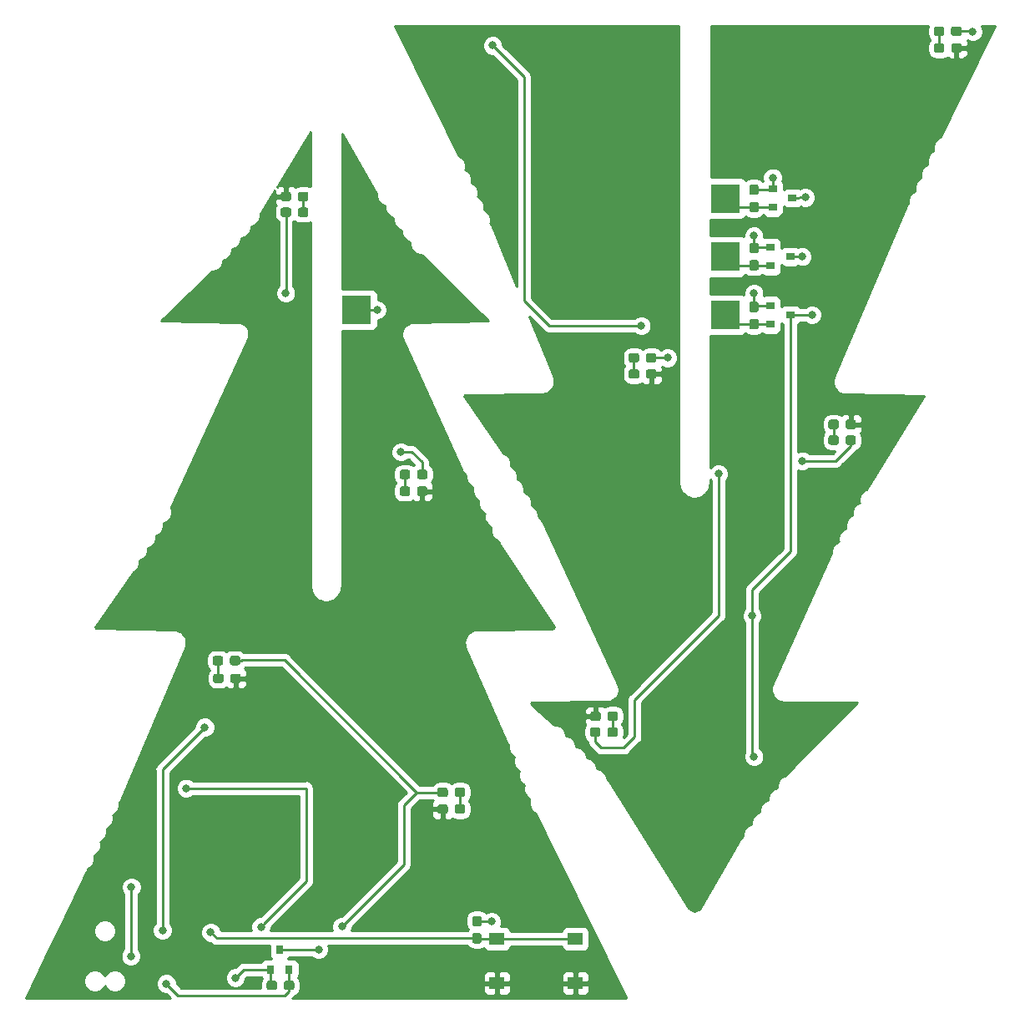
<source format=gbl>
G04 #@! TF.GenerationSoftware,KiCad,Pcbnew,(5.0.1-3-g963ef8bb5)*
G04 #@! TF.CreationDate,2018-11-10T15:27:12+00:00*
G04 #@! TF.ProjectId,xmas_tree_v0.1,786D61735F747265655F76302E312E6B,rev?*
G04 #@! TF.SameCoordinates,Original*
G04 #@! TF.FileFunction,Copper,L2,Bot,Signal*
G04 #@! TF.FilePolarity,Positive*
%FSLAX46Y46*%
G04 Gerber Fmt 4.6, Leading zero omitted, Abs format (unit mm)*
G04 Created by KiCad (PCBNEW (5.0.1-3-g963ef8bb5)) date Saturday, 10 November 2018 at 15:27:12*
%MOMM*%
%LPD*%
G01*
G04 APERTURE LIST*
G04 #@! TA.AperFunction,SMDPad,CuDef*
%ADD10R,1.550000X1.300000*%
G04 #@! TD*
G04 #@! TA.AperFunction,SMDPad,CuDef*
%ADD11R,0.900000X0.800000*%
G04 #@! TD*
G04 #@! TA.AperFunction,SMDPad,CuDef*
%ADD12R,0.800000X0.900000*%
G04 #@! TD*
G04 #@! TA.AperFunction,Conductor*
%ADD13C,0.100000*%
G04 #@! TD*
G04 #@! TA.AperFunction,SMDPad,CuDef*
%ADD14C,0.950000*%
G04 #@! TD*
G04 #@! TA.AperFunction,SMDPad,CuDef*
%ADD15R,3.000000X3.000000*%
G04 #@! TD*
G04 #@! TA.AperFunction,ViaPad*
%ADD16C,0.800000*%
G04 #@! TD*
G04 #@! TA.AperFunction,Conductor*
%ADD17C,0.250000*%
G04 #@! TD*
G04 #@! TA.AperFunction,Conductor*
%ADD18C,0.254000*%
G04 #@! TD*
G04 APERTURE END LIST*
D10*
G04 #@! TO.P,SW1,2*
G04 #@! TO.N,Net-(R25-Pad1)*
X156575000Y-143250000D03*
X148625000Y-143250000D03*
G04 #@! TO.P,SW1,1*
G04 #@! TO.N,+BATT*
X156575000Y-147750000D03*
X148625000Y-147750000D03*
G04 #@! TD*
D11*
G04 #@! TO.P,Q6,3*
G04 #@! TO.N,Net-(Q6-Pad3)*
X178400000Y-80000000D03*
G04 #@! TO.P,Q6,2*
G04 #@! TO.N,/GND2*
X176400000Y-79050000D03*
G04 #@! TO.P,Q6,1*
G04 #@! TO.N,/LED_YEL2*
X176400000Y-80950000D03*
G04 #@! TD*
G04 #@! TO.P,Q4,3*
G04 #@! TO.N,Net-(Q4-Pad3)*
X178600000Y-68150000D03*
G04 #@! TO.P,Q4,2*
G04 #@! TO.N,/GND2*
X176600000Y-67200000D03*
G04 #@! TO.P,Q4,1*
G04 #@! TO.N,/LED_RED2*
X176600000Y-69100000D03*
G04 #@! TD*
D12*
G04 #@! TO.P,Q5,3*
G04 #@! TO.N,Net-(Q5-Pad3)*
X126600000Y-144350000D03*
G04 #@! TO.P,Q5,2*
G04 #@! TO.N,GND*
X125650000Y-146350000D03*
G04 #@! TO.P,Q5,1*
G04 #@! TO.N,/LED_YEL1*
X127550000Y-146350000D03*
G04 #@! TD*
D11*
G04 #@! TO.P,Q1,3*
G04 #@! TO.N,Net-(Q1-Pad3)*
X178400000Y-74100000D03*
G04 #@! TO.P,Q1,2*
G04 #@! TO.N,/GND2*
X176400000Y-73150000D03*
G04 #@! TO.P,Q1,1*
G04 #@! TO.N,/LED_GRN1*
X176400000Y-75050000D03*
G04 #@! TD*
D13*
G04 #@! TO.N,/GND2*
G04 #@! TO.C,R14*
G36*
X174960779Y-66801144D02*
X174983834Y-66804563D01*
X175006443Y-66810227D01*
X175028387Y-66818079D01*
X175049457Y-66828044D01*
X175069448Y-66840026D01*
X175088168Y-66853910D01*
X175105438Y-66869562D01*
X175121090Y-66886832D01*
X175134974Y-66905552D01*
X175146956Y-66925543D01*
X175156921Y-66946613D01*
X175164773Y-66968557D01*
X175170437Y-66991166D01*
X175173856Y-67014221D01*
X175175000Y-67037500D01*
X175175000Y-67612500D01*
X175173856Y-67635779D01*
X175170437Y-67658834D01*
X175164773Y-67681443D01*
X175156921Y-67703387D01*
X175146956Y-67724457D01*
X175134974Y-67744448D01*
X175121090Y-67763168D01*
X175105438Y-67780438D01*
X175088168Y-67796090D01*
X175069448Y-67809974D01*
X175049457Y-67821956D01*
X175028387Y-67831921D01*
X175006443Y-67839773D01*
X174983834Y-67845437D01*
X174960779Y-67848856D01*
X174937500Y-67850000D01*
X174462500Y-67850000D01*
X174439221Y-67848856D01*
X174416166Y-67845437D01*
X174393557Y-67839773D01*
X174371613Y-67831921D01*
X174350543Y-67821956D01*
X174330552Y-67809974D01*
X174311832Y-67796090D01*
X174294562Y-67780438D01*
X174278910Y-67763168D01*
X174265026Y-67744448D01*
X174253044Y-67724457D01*
X174243079Y-67703387D01*
X174235227Y-67681443D01*
X174229563Y-67658834D01*
X174226144Y-67635779D01*
X174225000Y-67612500D01*
X174225000Y-67037500D01*
X174226144Y-67014221D01*
X174229563Y-66991166D01*
X174235227Y-66968557D01*
X174243079Y-66946613D01*
X174253044Y-66925543D01*
X174265026Y-66905552D01*
X174278910Y-66886832D01*
X174294562Y-66869562D01*
X174311832Y-66853910D01*
X174330552Y-66840026D01*
X174350543Y-66828044D01*
X174371613Y-66818079D01*
X174393557Y-66810227D01*
X174416166Y-66804563D01*
X174439221Y-66801144D01*
X174462500Y-66800000D01*
X174937500Y-66800000D01*
X174960779Y-66801144D01*
X174960779Y-66801144D01*
G37*
D14*
G04 #@! TD*
G04 #@! TO.P,R14,2*
G04 #@! TO.N,/GND2*
X174700000Y-67325000D03*
D13*
G04 #@! TO.N,/LED_RED2*
G04 #@! TO.C,R14*
G36*
X174960779Y-68551144D02*
X174983834Y-68554563D01*
X175006443Y-68560227D01*
X175028387Y-68568079D01*
X175049457Y-68578044D01*
X175069448Y-68590026D01*
X175088168Y-68603910D01*
X175105438Y-68619562D01*
X175121090Y-68636832D01*
X175134974Y-68655552D01*
X175146956Y-68675543D01*
X175156921Y-68696613D01*
X175164773Y-68718557D01*
X175170437Y-68741166D01*
X175173856Y-68764221D01*
X175175000Y-68787500D01*
X175175000Y-69362500D01*
X175173856Y-69385779D01*
X175170437Y-69408834D01*
X175164773Y-69431443D01*
X175156921Y-69453387D01*
X175146956Y-69474457D01*
X175134974Y-69494448D01*
X175121090Y-69513168D01*
X175105438Y-69530438D01*
X175088168Y-69546090D01*
X175069448Y-69559974D01*
X175049457Y-69571956D01*
X175028387Y-69581921D01*
X175006443Y-69589773D01*
X174983834Y-69595437D01*
X174960779Y-69598856D01*
X174937500Y-69600000D01*
X174462500Y-69600000D01*
X174439221Y-69598856D01*
X174416166Y-69595437D01*
X174393557Y-69589773D01*
X174371613Y-69581921D01*
X174350543Y-69571956D01*
X174330552Y-69559974D01*
X174311832Y-69546090D01*
X174294562Y-69530438D01*
X174278910Y-69513168D01*
X174265026Y-69494448D01*
X174253044Y-69474457D01*
X174243079Y-69453387D01*
X174235227Y-69431443D01*
X174229563Y-69408834D01*
X174226144Y-69385779D01*
X174225000Y-69362500D01*
X174225000Y-68787500D01*
X174226144Y-68764221D01*
X174229563Y-68741166D01*
X174235227Y-68718557D01*
X174243079Y-68696613D01*
X174253044Y-68675543D01*
X174265026Y-68655552D01*
X174278910Y-68636832D01*
X174294562Y-68619562D01*
X174311832Y-68603910D01*
X174330552Y-68590026D01*
X174350543Y-68578044D01*
X174371613Y-68568079D01*
X174393557Y-68560227D01*
X174416166Y-68554563D01*
X174439221Y-68551144D01*
X174462500Y-68550000D01*
X174937500Y-68550000D01*
X174960779Y-68551144D01*
X174960779Y-68551144D01*
G37*
D14*
G04 #@! TD*
G04 #@! TO.P,R14,1*
G04 #@! TO.N,/LED_RED2*
X174700000Y-69075000D03*
D13*
G04 #@! TO.N,Net-(Q4-Pad3)*
G04 #@! TO.C,R16*
G36*
X158910779Y-121826144D02*
X158933834Y-121829563D01*
X158956443Y-121835227D01*
X158978387Y-121843079D01*
X158999457Y-121853044D01*
X159019448Y-121865026D01*
X159038168Y-121878910D01*
X159055438Y-121894562D01*
X159071090Y-121911832D01*
X159084974Y-121930552D01*
X159096956Y-121950543D01*
X159106921Y-121971613D01*
X159114773Y-121993557D01*
X159120437Y-122016166D01*
X159123856Y-122039221D01*
X159125000Y-122062500D01*
X159125000Y-122537500D01*
X159123856Y-122560779D01*
X159120437Y-122583834D01*
X159114773Y-122606443D01*
X159106921Y-122628387D01*
X159096956Y-122649457D01*
X159084974Y-122669448D01*
X159071090Y-122688168D01*
X159055438Y-122705438D01*
X159038168Y-122721090D01*
X159019448Y-122734974D01*
X158999457Y-122746956D01*
X158978387Y-122756921D01*
X158956443Y-122764773D01*
X158933834Y-122770437D01*
X158910779Y-122773856D01*
X158887500Y-122775000D01*
X158312500Y-122775000D01*
X158289221Y-122773856D01*
X158266166Y-122770437D01*
X158243557Y-122764773D01*
X158221613Y-122756921D01*
X158200543Y-122746956D01*
X158180552Y-122734974D01*
X158161832Y-122721090D01*
X158144562Y-122705438D01*
X158128910Y-122688168D01*
X158115026Y-122669448D01*
X158103044Y-122649457D01*
X158093079Y-122628387D01*
X158085227Y-122606443D01*
X158079563Y-122583834D01*
X158076144Y-122560779D01*
X158075000Y-122537500D01*
X158075000Y-122062500D01*
X158076144Y-122039221D01*
X158079563Y-122016166D01*
X158085227Y-121993557D01*
X158093079Y-121971613D01*
X158103044Y-121950543D01*
X158115026Y-121930552D01*
X158128910Y-121911832D01*
X158144562Y-121894562D01*
X158161832Y-121878910D01*
X158180552Y-121865026D01*
X158200543Y-121853044D01*
X158221613Y-121843079D01*
X158243557Y-121835227D01*
X158266166Y-121829563D01*
X158289221Y-121826144D01*
X158312500Y-121825000D01*
X158887500Y-121825000D01*
X158910779Y-121826144D01*
X158910779Y-121826144D01*
G37*
D14*
G04 #@! TD*
G04 #@! TO.P,R16,2*
G04 #@! TO.N,Net-(Q4-Pad3)*
X158600000Y-122300000D03*
D13*
G04 #@! TO.N,Net-(DR5-Pad1)*
G04 #@! TO.C,R16*
G36*
X160660779Y-121826144D02*
X160683834Y-121829563D01*
X160706443Y-121835227D01*
X160728387Y-121843079D01*
X160749457Y-121853044D01*
X160769448Y-121865026D01*
X160788168Y-121878910D01*
X160805438Y-121894562D01*
X160821090Y-121911832D01*
X160834974Y-121930552D01*
X160846956Y-121950543D01*
X160856921Y-121971613D01*
X160864773Y-121993557D01*
X160870437Y-122016166D01*
X160873856Y-122039221D01*
X160875000Y-122062500D01*
X160875000Y-122537500D01*
X160873856Y-122560779D01*
X160870437Y-122583834D01*
X160864773Y-122606443D01*
X160856921Y-122628387D01*
X160846956Y-122649457D01*
X160834974Y-122669448D01*
X160821090Y-122688168D01*
X160805438Y-122705438D01*
X160788168Y-122721090D01*
X160769448Y-122734974D01*
X160749457Y-122746956D01*
X160728387Y-122756921D01*
X160706443Y-122764773D01*
X160683834Y-122770437D01*
X160660779Y-122773856D01*
X160637500Y-122775000D01*
X160062500Y-122775000D01*
X160039221Y-122773856D01*
X160016166Y-122770437D01*
X159993557Y-122764773D01*
X159971613Y-122756921D01*
X159950543Y-122746956D01*
X159930552Y-122734974D01*
X159911832Y-122721090D01*
X159894562Y-122705438D01*
X159878910Y-122688168D01*
X159865026Y-122669448D01*
X159853044Y-122649457D01*
X159843079Y-122628387D01*
X159835227Y-122606443D01*
X159829563Y-122583834D01*
X159826144Y-122560779D01*
X159825000Y-122537500D01*
X159825000Y-122062500D01*
X159826144Y-122039221D01*
X159829563Y-122016166D01*
X159835227Y-121993557D01*
X159843079Y-121971613D01*
X159853044Y-121950543D01*
X159865026Y-121930552D01*
X159878910Y-121911832D01*
X159894562Y-121894562D01*
X159911832Y-121878910D01*
X159930552Y-121865026D01*
X159950543Y-121853044D01*
X159971613Y-121843079D01*
X159993557Y-121835227D01*
X160016166Y-121829563D01*
X160039221Y-121826144D01*
X160062500Y-121825000D01*
X160637500Y-121825000D01*
X160660779Y-121826144D01*
X160660779Y-121826144D01*
G37*
D14*
G04 #@! TD*
G04 #@! TO.P,R16,1*
G04 #@! TO.N,Net-(DR5-Pad1)*
X160350000Y-122300000D03*
D13*
G04 #@! TO.N,Net-(Q1-Pad3)*
G04 #@! TO.C,R2*
G36*
X184835779Y-92226144D02*
X184858834Y-92229563D01*
X184881443Y-92235227D01*
X184903387Y-92243079D01*
X184924457Y-92253044D01*
X184944448Y-92265026D01*
X184963168Y-92278910D01*
X184980438Y-92294562D01*
X184996090Y-92311832D01*
X185009974Y-92330552D01*
X185021956Y-92350543D01*
X185031921Y-92371613D01*
X185039773Y-92393557D01*
X185045437Y-92416166D01*
X185048856Y-92439221D01*
X185050000Y-92462500D01*
X185050000Y-92937500D01*
X185048856Y-92960779D01*
X185045437Y-92983834D01*
X185039773Y-93006443D01*
X185031921Y-93028387D01*
X185021956Y-93049457D01*
X185009974Y-93069448D01*
X184996090Y-93088168D01*
X184980438Y-93105438D01*
X184963168Y-93121090D01*
X184944448Y-93134974D01*
X184924457Y-93146956D01*
X184903387Y-93156921D01*
X184881443Y-93164773D01*
X184858834Y-93170437D01*
X184835779Y-93173856D01*
X184812500Y-93175000D01*
X184237500Y-93175000D01*
X184214221Y-93173856D01*
X184191166Y-93170437D01*
X184168557Y-93164773D01*
X184146613Y-93156921D01*
X184125543Y-93146956D01*
X184105552Y-93134974D01*
X184086832Y-93121090D01*
X184069562Y-93105438D01*
X184053910Y-93088168D01*
X184040026Y-93069448D01*
X184028044Y-93049457D01*
X184018079Y-93028387D01*
X184010227Y-93006443D01*
X184004563Y-92983834D01*
X184001144Y-92960779D01*
X184000000Y-92937500D01*
X184000000Y-92462500D01*
X184001144Y-92439221D01*
X184004563Y-92416166D01*
X184010227Y-92393557D01*
X184018079Y-92371613D01*
X184028044Y-92350543D01*
X184040026Y-92330552D01*
X184053910Y-92311832D01*
X184069562Y-92294562D01*
X184086832Y-92278910D01*
X184105552Y-92265026D01*
X184125543Y-92253044D01*
X184146613Y-92243079D01*
X184168557Y-92235227D01*
X184191166Y-92229563D01*
X184214221Y-92226144D01*
X184237500Y-92225000D01*
X184812500Y-92225000D01*
X184835779Y-92226144D01*
X184835779Y-92226144D01*
G37*
D14*
G04 #@! TD*
G04 #@! TO.P,R2,2*
G04 #@! TO.N,Net-(Q1-Pad3)*
X184525000Y-92700000D03*
D13*
G04 #@! TO.N,Net-(DG1-Pad1)*
G04 #@! TO.C,R2*
G36*
X183085779Y-92226144D02*
X183108834Y-92229563D01*
X183131443Y-92235227D01*
X183153387Y-92243079D01*
X183174457Y-92253044D01*
X183194448Y-92265026D01*
X183213168Y-92278910D01*
X183230438Y-92294562D01*
X183246090Y-92311832D01*
X183259974Y-92330552D01*
X183271956Y-92350543D01*
X183281921Y-92371613D01*
X183289773Y-92393557D01*
X183295437Y-92416166D01*
X183298856Y-92439221D01*
X183300000Y-92462500D01*
X183300000Y-92937500D01*
X183298856Y-92960779D01*
X183295437Y-92983834D01*
X183289773Y-93006443D01*
X183281921Y-93028387D01*
X183271956Y-93049457D01*
X183259974Y-93069448D01*
X183246090Y-93088168D01*
X183230438Y-93105438D01*
X183213168Y-93121090D01*
X183194448Y-93134974D01*
X183174457Y-93146956D01*
X183153387Y-93156921D01*
X183131443Y-93164773D01*
X183108834Y-93170437D01*
X183085779Y-93173856D01*
X183062500Y-93175000D01*
X182487500Y-93175000D01*
X182464221Y-93173856D01*
X182441166Y-93170437D01*
X182418557Y-93164773D01*
X182396613Y-93156921D01*
X182375543Y-93146956D01*
X182355552Y-93134974D01*
X182336832Y-93121090D01*
X182319562Y-93105438D01*
X182303910Y-93088168D01*
X182290026Y-93069448D01*
X182278044Y-93049457D01*
X182268079Y-93028387D01*
X182260227Y-93006443D01*
X182254563Y-92983834D01*
X182251144Y-92960779D01*
X182250000Y-92937500D01*
X182250000Y-92462500D01*
X182251144Y-92439221D01*
X182254563Y-92416166D01*
X182260227Y-92393557D01*
X182268079Y-92371613D01*
X182278044Y-92350543D01*
X182290026Y-92330552D01*
X182303910Y-92311832D01*
X182319562Y-92294562D01*
X182336832Y-92278910D01*
X182355552Y-92265026D01*
X182375543Y-92253044D01*
X182396613Y-92243079D01*
X182418557Y-92235227D01*
X182441166Y-92229563D01*
X182464221Y-92226144D01*
X182487500Y-92225000D01*
X183062500Y-92225000D01*
X183085779Y-92226144D01*
X183085779Y-92226144D01*
G37*
D14*
G04 #@! TD*
G04 #@! TO.P,R2,1*
G04 #@! TO.N,Net-(DG1-Pad1)*
X182775000Y-92700000D03*
D13*
G04 #@! TO.N,GND*
G04 #@! TO.C,R25*
G36*
X146860779Y-140926144D02*
X146883834Y-140929563D01*
X146906443Y-140935227D01*
X146928387Y-140943079D01*
X146949457Y-140953044D01*
X146969448Y-140965026D01*
X146988168Y-140978910D01*
X147005438Y-140994562D01*
X147021090Y-141011832D01*
X147034974Y-141030552D01*
X147046956Y-141050543D01*
X147056921Y-141071613D01*
X147064773Y-141093557D01*
X147070437Y-141116166D01*
X147073856Y-141139221D01*
X147075000Y-141162500D01*
X147075000Y-141737500D01*
X147073856Y-141760779D01*
X147070437Y-141783834D01*
X147064773Y-141806443D01*
X147056921Y-141828387D01*
X147046956Y-141849457D01*
X147034974Y-141869448D01*
X147021090Y-141888168D01*
X147005438Y-141905438D01*
X146988168Y-141921090D01*
X146969448Y-141934974D01*
X146949457Y-141946956D01*
X146928387Y-141956921D01*
X146906443Y-141964773D01*
X146883834Y-141970437D01*
X146860779Y-141973856D01*
X146837500Y-141975000D01*
X146362500Y-141975000D01*
X146339221Y-141973856D01*
X146316166Y-141970437D01*
X146293557Y-141964773D01*
X146271613Y-141956921D01*
X146250543Y-141946956D01*
X146230552Y-141934974D01*
X146211832Y-141921090D01*
X146194562Y-141905438D01*
X146178910Y-141888168D01*
X146165026Y-141869448D01*
X146153044Y-141849457D01*
X146143079Y-141828387D01*
X146135227Y-141806443D01*
X146129563Y-141783834D01*
X146126144Y-141760779D01*
X146125000Y-141737500D01*
X146125000Y-141162500D01*
X146126144Y-141139221D01*
X146129563Y-141116166D01*
X146135227Y-141093557D01*
X146143079Y-141071613D01*
X146153044Y-141050543D01*
X146165026Y-141030552D01*
X146178910Y-141011832D01*
X146194562Y-140994562D01*
X146211832Y-140978910D01*
X146230552Y-140965026D01*
X146250543Y-140953044D01*
X146271613Y-140943079D01*
X146293557Y-140935227D01*
X146316166Y-140929563D01*
X146339221Y-140926144D01*
X146362500Y-140925000D01*
X146837500Y-140925000D01*
X146860779Y-140926144D01*
X146860779Y-140926144D01*
G37*
D14*
G04 #@! TD*
G04 #@! TO.P,R25,2*
G04 #@! TO.N,GND*
X146600000Y-141450000D03*
D13*
G04 #@! TO.N,Net-(R25-Pad1)*
G04 #@! TO.C,R25*
G36*
X146860779Y-142676144D02*
X146883834Y-142679563D01*
X146906443Y-142685227D01*
X146928387Y-142693079D01*
X146949457Y-142703044D01*
X146969448Y-142715026D01*
X146988168Y-142728910D01*
X147005438Y-142744562D01*
X147021090Y-142761832D01*
X147034974Y-142780552D01*
X147046956Y-142800543D01*
X147056921Y-142821613D01*
X147064773Y-142843557D01*
X147070437Y-142866166D01*
X147073856Y-142889221D01*
X147075000Y-142912500D01*
X147075000Y-143487500D01*
X147073856Y-143510779D01*
X147070437Y-143533834D01*
X147064773Y-143556443D01*
X147056921Y-143578387D01*
X147046956Y-143599457D01*
X147034974Y-143619448D01*
X147021090Y-143638168D01*
X147005438Y-143655438D01*
X146988168Y-143671090D01*
X146969448Y-143684974D01*
X146949457Y-143696956D01*
X146928387Y-143706921D01*
X146906443Y-143714773D01*
X146883834Y-143720437D01*
X146860779Y-143723856D01*
X146837500Y-143725000D01*
X146362500Y-143725000D01*
X146339221Y-143723856D01*
X146316166Y-143720437D01*
X146293557Y-143714773D01*
X146271613Y-143706921D01*
X146250543Y-143696956D01*
X146230552Y-143684974D01*
X146211832Y-143671090D01*
X146194562Y-143655438D01*
X146178910Y-143638168D01*
X146165026Y-143619448D01*
X146153044Y-143599457D01*
X146143079Y-143578387D01*
X146135227Y-143556443D01*
X146129563Y-143533834D01*
X146126144Y-143510779D01*
X146125000Y-143487500D01*
X146125000Y-142912500D01*
X146126144Y-142889221D01*
X146129563Y-142866166D01*
X146135227Y-142843557D01*
X146143079Y-142821613D01*
X146153044Y-142800543D01*
X146165026Y-142780552D01*
X146178910Y-142761832D01*
X146194562Y-142744562D01*
X146211832Y-142728910D01*
X146230552Y-142715026D01*
X146250543Y-142703044D01*
X146271613Y-142693079D01*
X146293557Y-142685227D01*
X146316166Y-142679563D01*
X146339221Y-142676144D01*
X146362500Y-142675000D01*
X146837500Y-142675000D01*
X146860779Y-142676144D01*
X146860779Y-142676144D01*
G37*
D14*
G04 #@! TD*
G04 #@! TO.P,R25,1*
G04 #@! TO.N,Net-(R25-Pad1)*
X146600000Y-143200000D03*
D13*
G04 #@! TO.N,Net-(Q2-Pad3)*
G04 #@! TO.C,R7*
G36*
X127535779Y-69126144D02*
X127558834Y-69129563D01*
X127581443Y-69135227D01*
X127603387Y-69143079D01*
X127624457Y-69153044D01*
X127644448Y-69165026D01*
X127663168Y-69178910D01*
X127680438Y-69194562D01*
X127696090Y-69211832D01*
X127709974Y-69230552D01*
X127721956Y-69250543D01*
X127731921Y-69271613D01*
X127739773Y-69293557D01*
X127745437Y-69316166D01*
X127748856Y-69339221D01*
X127750000Y-69362500D01*
X127750000Y-69837500D01*
X127748856Y-69860779D01*
X127745437Y-69883834D01*
X127739773Y-69906443D01*
X127731921Y-69928387D01*
X127721956Y-69949457D01*
X127709974Y-69969448D01*
X127696090Y-69988168D01*
X127680438Y-70005438D01*
X127663168Y-70021090D01*
X127644448Y-70034974D01*
X127624457Y-70046956D01*
X127603387Y-70056921D01*
X127581443Y-70064773D01*
X127558834Y-70070437D01*
X127535779Y-70073856D01*
X127512500Y-70075000D01*
X126937500Y-70075000D01*
X126914221Y-70073856D01*
X126891166Y-70070437D01*
X126868557Y-70064773D01*
X126846613Y-70056921D01*
X126825543Y-70046956D01*
X126805552Y-70034974D01*
X126786832Y-70021090D01*
X126769562Y-70005438D01*
X126753910Y-69988168D01*
X126740026Y-69969448D01*
X126728044Y-69949457D01*
X126718079Y-69928387D01*
X126710227Y-69906443D01*
X126704563Y-69883834D01*
X126701144Y-69860779D01*
X126700000Y-69837500D01*
X126700000Y-69362500D01*
X126701144Y-69339221D01*
X126704563Y-69316166D01*
X126710227Y-69293557D01*
X126718079Y-69271613D01*
X126728044Y-69250543D01*
X126740026Y-69230552D01*
X126753910Y-69211832D01*
X126769562Y-69194562D01*
X126786832Y-69178910D01*
X126805552Y-69165026D01*
X126825543Y-69153044D01*
X126846613Y-69143079D01*
X126868557Y-69135227D01*
X126891166Y-69129563D01*
X126914221Y-69126144D01*
X126937500Y-69125000D01*
X127512500Y-69125000D01*
X127535779Y-69126144D01*
X127535779Y-69126144D01*
G37*
D14*
G04 #@! TD*
G04 #@! TO.P,R7,2*
G04 #@! TO.N,Net-(Q2-Pad3)*
X127225000Y-69600000D03*
D13*
G04 #@! TO.N,Net-(DG5-Pad1)*
G04 #@! TO.C,R7*
G36*
X129285779Y-69126144D02*
X129308834Y-69129563D01*
X129331443Y-69135227D01*
X129353387Y-69143079D01*
X129374457Y-69153044D01*
X129394448Y-69165026D01*
X129413168Y-69178910D01*
X129430438Y-69194562D01*
X129446090Y-69211832D01*
X129459974Y-69230552D01*
X129471956Y-69250543D01*
X129481921Y-69271613D01*
X129489773Y-69293557D01*
X129495437Y-69316166D01*
X129498856Y-69339221D01*
X129500000Y-69362500D01*
X129500000Y-69837500D01*
X129498856Y-69860779D01*
X129495437Y-69883834D01*
X129489773Y-69906443D01*
X129481921Y-69928387D01*
X129471956Y-69949457D01*
X129459974Y-69969448D01*
X129446090Y-69988168D01*
X129430438Y-70005438D01*
X129413168Y-70021090D01*
X129394448Y-70034974D01*
X129374457Y-70046956D01*
X129353387Y-70056921D01*
X129331443Y-70064773D01*
X129308834Y-70070437D01*
X129285779Y-70073856D01*
X129262500Y-70075000D01*
X128687500Y-70075000D01*
X128664221Y-70073856D01*
X128641166Y-70070437D01*
X128618557Y-70064773D01*
X128596613Y-70056921D01*
X128575543Y-70046956D01*
X128555552Y-70034974D01*
X128536832Y-70021090D01*
X128519562Y-70005438D01*
X128503910Y-69988168D01*
X128490026Y-69969448D01*
X128478044Y-69949457D01*
X128468079Y-69928387D01*
X128460227Y-69906443D01*
X128454563Y-69883834D01*
X128451144Y-69860779D01*
X128450000Y-69837500D01*
X128450000Y-69362500D01*
X128451144Y-69339221D01*
X128454563Y-69316166D01*
X128460227Y-69293557D01*
X128468079Y-69271613D01*
X128478044Y-69250543D01*
X128490026Y-69230552D01*
X128503910Y-69211832D01*
X128519562Y-69194562D01*
X128536832Y-69178910D01*
X128555552Y-69165026D01*
X128575543Y-69153044D01*
X128596613Y-69143079D01*
X128618557Y-69135227D01*
X128641166Y-69129563D01*
X128664221Y-69126144D01*
X128687500Y-69125000D01*
X129262500Y-69125000D01*
X129285779Y-69126144D01*
X129285779Y-69126144D01*
G37*
D14*
G04 #@! TD*
G04 #@! TO.P,R7,1*
G04 #@! TO.N,Net-(DG5-Pad1)*
X128975000Y-69600000D03*
D13*
G04 #@! TO.N,Net-(Q3-Pad3)*
G04 #@! TO.C,R13*
G36*
X141360779Y-95701144D02*
X141383834Y-95704563D01*
X141406443Y-95710227D01*
X141428387Y-95718079D01*
X141449457Y-95728044D01*
X141469448Y-95740026D01*
X141488168Y-95753910D01*
X141505438Y-95769562D01*
X141521090Y-95786832D01*
X141534974Y-95805552D01*
X141546956Y-95825543D01*
X141556921Y-95846613D01*
X141564773Y-95868557D01*
X141570437Y-95891166D01*
X141573856Y-95914221D01*
X141575000Y-95937500D01*
X141575000Y-96412500D01*
X141573856Y-96435779D01*
X141570437Y-96458834D01*
X141564773Y-96481443D01*
X141556921Y-96503387D01*
X141546956Y-96524457D01*
X141534974Y-96544448D01*
X141521090Y-96563168D01*
X141505438Y-96580438D01*
X141488168Y-96596090D01*
X141469448Y-96609974D01*
X141449457Y-96621956D01*
X141428387Y-96631921D01*
X141406443Y-96639773D01*
X141383834Y-96645437D01*
X141360779Y-96648856D01*
X141337500Y-96650000D01*
X140762500Y-96650000D01*
X140739221Y-96648856D01*
X140716166Y-96645437D01*
X140693557Y-96639773D01*
X140671613Y-96631921D01*
X140650543Y-96621956D01*
X140630552Y-96609974D01*
X140611832Y-96596090D01*
X140594562Y-96580438D01*
X140578910Y-96563168D01*
X140565026Y-96544448D01*
X140553044Y-96524457D01*
X140543079Y-96503387D01*
X140535227Y-96481443D01*
X140529563Y-96458834D01*
X140526144Y-96435779D01*
X140525000Y-96412500D01*
X140525000Y-95937500D01*
X140526144Y-95914221D01*
X140529563Y-95891166D01*
X140535227Y-95868557D01*
X140543079Y-95846613D01*
X140553044Y-95825543D01*
X140565026Y-95805552D01*
X140578910Y-95786832D01*
X140594562Y-95769562D01*
X140611832Y-95753910D01*
X140630552Y-95740026D01*
X140650543Y-95728044D01*
X140671613Y-95718079D01*
X140693557Y-95710227D01*
X140716166Y-95704563D01*
X140739221Y-95701144D01*
X140762500Y-95700000D01*
X141337500Y-95700000D01*
X141360779Y-95701144D01*
X141360779Y-95701144D01*
G37*
D14*
G04 #@! TD*
G04 #@! TO.P,R13,2*
G04 #@! TO.N,Net-(Q3-Pad3)*
X141050000Y-96175000D03*
D13*
G04 #@! TO.N,Net-(DR3-Pad1)*
G04 #@! TO.C,R13*
G36*
X139610779Y-95701144D02*
X139633834Y-95704563D01*
X139656443Y-95710227D01*
X139678387Y-95718079D01*
X139699457Y-95728044D01*
X139719448Y-95740026D01*
X139738168Y-95753910D01*
X139755438Y-95769562D01*
X139771090Y-95786832D01*
X139784974Y-95805552D01*
X139796956Y-95825543D01*
X139806921Y-95846613D01*
X139814773Y-95868557D01*
X139820437Y-95891166D01*
X139823856Y-95914221D01*
X139825000Y-95937500D01*
X139825000Y-96412500D01*
X139823856Y-96435779D01*
X139820437Y-96458834D01*
X139814773Y-96481443D01*
X139806921Y-96503387D01*
X139796956Y-96524457D01*
X139784974Y-96544448D01*
X139771090Y-96563168D01*
X139755438Y-96580438D01*
X139738168Y-96596090D01*
X139719448Y-96609974D01*
X139699457Y-96621956D01*
X139678387Y-96631921D01*
X139656443Y-96639773D01*
X139633834Y-96645437D01*
X139610779Y-96648856D01*
X139587500Y-96650000D01*
X139012500Y-96650000D01*
X138989221Y-96648856D01*
X138966166Y-96645437D01*
X138943557Y-96639773D01*
X138921613Y-96631921D01*
X138900543Y-96621956D01*
X138880552Y-96609974D01*
X138861832Y-96596090D01*
X138844562Y-96580438D01*
X138828910Y-96563168D01*
X138815026Y-96544448D01*
X138803044Y-96524457D01*
X138793079Y-96503387D01*
X138785227Y-96481443D01*
X138779563Y-96458834D01*
X138776144Y-96435779D01*
X138775000Y-96412500D01*
X138775000Y-95937500D01*
X138776144Y-95914221D01*
X138779563Y-95891166D01*
X138785227Y-95868557D01*
X138793079Y-95846613D01*
X138803044Y-95825543D01*
X138815026Y-95805552D01*
X138828910Y-95786832D01*
X138844562Y-95769562D01*
X138861832Y-95753910D01*
X138880552Y-95740026D01*
X138900543Y-95728044D01*
X138921613Y-95718079D01*
X138943557Y-95710227D01*
X138966166Y-95704563D01*
X138989221Y-95701144D01*
X139012500Y-95700000D01*
X139587500Y-95700000D01*
X139610779Y-95701144D01*
X139610779Y-95701144D01*
G37*
D14*
G04 #@! TD*
G04 #@! TO.P,R13,1*
G04 #@! TO.N,Net-(DR3-Pad1)*
X139300000Y-96175000D03*
D13*
G04 #@! TO.N,Net-(Q5-Pad3)*
G04 #@! TO.C,R17*
G36*
X122385779Y-114576144D02*
X122408834Y-114579563D01*
X122431443Y-114585227D01*
X122453387Y-114593079D01*
X122474457Y-114603044D01*
X122494448Y-114615026D01*
X122513168Y-114628910D01*
X122530438Y-114644562D01*
X122546090Y-114661832D01*
X122559974Y-114680552D01*
X122571956Y-114700543D01*
X122581921Y-114721613D01*
X122589773Y-114743557D01*
X122595437Y-114766166D01*
X122598856Y-114789221D01*
X122600000Y-114812500D01*
X122600000Y-115287500D01*
X122598856Y-115310779D01*
X122595437Y-115333834D01*
X122589773Y-115356443D01*
X122581921Y-115378387D01*
X122571956Y-115399457D01*
X122559974Y-115419448D01*
X122546090Y-115438168D01*
X122530438Y-115455438D01*
X122513168Y-115471090D01*
X122494448Y-115484974D01*
X122474457Y-115496956D01*
X122453387Y-115506921D01*
X122431443Y-115514773D01*
X122408834Y-115520437D01*
X122385779Y-115523856D01*
X122362500Y-115525000D01*
X121787500Y-115525000D01*
X121764221Y-115523856D01*
X121741166Y-115520437D01*
X121718557Y-115514773D01*
X121696613Y-115506921D01*
X121675543Y-115496956D01*
X121655552Y-115484974D01*
X121636832Y-115471090D01*
X121619562Y-115455438D01*
X121603910Y-115438168D01*
X121590026Y-115419448D01*
X121578044Y-115399457D01*
X121568079Y-115378387D01*
X121560227Y-115356443D01*
X121554563Y-115333834D01*
X121551144Y-115310779D01*
X121550000Y-115287500D01*
X121550000Y-114812500D01*
X121551144Y-114789221D01*
X121554563Y-114766166D01*
X121560227Y-114743557D01*
X121568079Y-114721613D01*
X121578044Y-114700543D01*
X121590026Y-114680552D01*
X121603910Y-114661832D01*
X121619562Y-114644562D01*
X121636832Y-114628910D01*
X121655552Y-114615026D01*
X121675543Y-114603044D01*
X121696613Y-114593079D01*
X121718557Y-114585227D01*
X121741166Y-114579563D01*
X121764221Y-114576144D01*
X121787500Y-114575000D01*
X122362500Y-114575000D01*
X122385779Y-114576144D01*
X122385779Y-114576144D01*
G37*
D14*
G04 #@! TD*
G04 #@! TO.P,R17,2*
G04 #@! TO.N,Net-(Q5-Pad3)*
X122075000Y-115050000D03*
D13*
G04 #@! TO.N,Net-(DY1-Pad1)*
G04 #@! TO.C,R17*
G36*
X120635779Y-114576144D02*
X120658834Y-114579563D01*
X120681443Y-114585227D01*
X120703387Y-114593079D01*
X120724457Y-114603044D01*
X120744448Y-114615026D01*
X120763168Y-114628910D01*
X120780438Y-114644562D01*
X120796090Y-114661832D01*
X120809974Y-114680552D01*
X120821956Y-114700543D01*
X120831921Y-114721613D01*
X120839773Y-114743557D01*
X120845437Y-114766166D01*
X120848856Y-114789221D01*
X120850000Y-114812500D01*
X120850000Y-115287500D01*
X120848856Y-115310779D01*
X120845437Y-115333834D01*
X120839773Y-115356443D01*
X120831921Y-115378387D01*
X120821956Y-115399457D01*
X120809974Y-115419448D01*
X120796090Y-115438168D01*
X120780438Y-115455438D01*
X120763168Y-115471090D01*
X120744448Y-115484974D01*
X120724457Y-115496956D01*
X120703387Y-115506921D01*
X120681443Y-115514773D01*
X120658834Y-115520437D01*
X120635779Y-115523856D01*
X120612500Y-115525000D01*
X120037500Y-115525000D01*
X120014221Y-115523856D01*
X119991166Y-115520437D01*
X119968557Y-115514773D01*
X119946613Y-115506921D01*
X119925543Y-115496956D01*
X119905552Y-115484974D01*
X119886832Y-115471090D01*
X119869562Y-115455438D01*
X119853910Y-115438168D01*
X119840026Y-115419448D01*
X119828044Y-115399457D01*
X119818079Y-115378387D01*
X119810227Y-115356443D01*
X119804563Y-115333834D01*
X119801144Y-115310779D01*
X119800000Y-115287500D01*
X119800000Y-114812500D01*
X119801144Y-114789221D01*
X119804563Y-114766166D01*
X119810227Y-114743557D01*
X119818079Y-114721613D01*
X119828044Y-114700543D01*
X119840026Y-114680552D01*
X119853910Y-114661832D01*
X119869562Y-114644562D01*
X119886832Y-114628910D01*
X119905552Y-114615026D01*
X119925543Y-114603044D01*
X119946613Y-114593079D01*
X119968557Y-114585227D01*
X119991166Y-114579563D01*
X120014221Y-114576144D01*
X120037500Y-114575000D01*
X120612500Y-114575000D01*
X120635779Y-114576144D01*
X120635779Y-114576144D01*
G37*
D14*
G04 #@! TD*
G04 #@! TO.P,R17,1*
G04 #@! TO.N,Net-(DY1-Pad1)*
X120325000Y-115050000D03*
D13*
G04 #@! TO.N,Net-(Q1-Pad3)*
G04 #@! TO.C,R4*
G36*
X164585779Y-83876144D02*
X164608834Y-83879563D01*
X164631443Y-83885227D01*
X164653387Y-83893079D01*
X164674457Y-83903044D01*
X164694448Y-83915026D01*
X164713168Y-83928910D01*
X164730438Y-83944562D01*
X164746090Y-83961832D01*
X164759974Y-83980552D01*
X164771956Y-84000543D01*
X164781921Y-84021613D01*
X164789773Y-84043557D01*
X164795437Y-84066166D01*
X164798856Y-84089221D01*
X164800000Y-84112500D01*
X164800000Y-84587500D01*
X164798856Y-84610779D01*
X164795437Y-84633834D01*
X164789773Y-84656443D01*
X164781921Y-84678387D01*
X164771956Y-84699457D01*
X164759974Y-84719448D01*
X164746090Y-84738168D01*
X164730438Y-84755438D01*
X164713168Y-84771090D01*
X164694448Y-84784974D01*
X164674457Y-84796956D01*
X164653387Y-84806921D01*
X164631443Y-84814773D01*
X164608834Y-84820437D01*
X164585779Y-84823856D01*
X164562500Y-84825000D01*
X163987500Y-84825000D01*
X163964221Y-84823856D01*
X163941166Y-84820437D01*
X163918557Y-84814773D01*
X163896613Y-84806921D01*
X163875543Y-84796956D01*
X163855552Y-84784974D01*
X163836832Y-84771090D01*
X163819562Y-84755438D01*
X163803910Y-84738168D01*
X163790026Y-84719448D01*
X163778044Y-84699457D01*
X163768079Y-84678387D01*
X163760227Y-84656443D01*
X163754563Y-84633834D01*
X163751144Y-84610779D01*
X163750000Y-84587500D01*
X163750000Y-84112500D01*
X163751144Y-84089221D01*
X163754563Y-84066166D01*
X163760227Y-84043557D01*
X163768079Y-84021613D01*
X163778044Y-84000543D01*
X163790026Y-83980552D01*
X163803910Y-83961832D01*
X163819562Y-83944562D01*
X163836832Y-83928910D01*
X163855552Y-83915026D01*
X163875543Y-83903044D01*
X163896613Y-83893079D01*
X163918557Y-83885227D01*
X163941166Y-83879563D01*
X163964221Y-83876144D01*
X163987500Y-83875000D01*
X164562500Y-83875000D01*
X164585779Y-83876144D01*
X164585779Y-83876144D01*
G37*
D14*
G04 #@! TD*
G04 #@! TO.P,R4,2*
G04 #@! TO.N,Net-(Q1-Pad3)*
X164275000Y-84350000D03*
D13*
G04 #@! TO.N,Net-(DG3-Pad1)*
G04 #@! TO.C,R4*
G36*
X162835779Y-83876144D02*
X162858834Y-83879563D01*
X162881443Y-83885227D01*
X162903387Y-83893079D01*
X162924457Y-83903044D01*
X162944448Y-83915026D01*
X162963168Y-83928910D01*
X162980438Y-83944562D01*
X162996090Y-83961832D01*
X163009974Y-83980552D01*
X163021956Y-84000543D01*
X163031921Y-84021613D01*
X163039773Y-84043557D01*
X163045437Y-84066166D01*
X163048856Y-84089221D01*
X163050000Y-84112500D01*
X163050000Y-84587500D01*
X163048856Y-84610779D01*
X163045437Y-84633834D01*
X163039773Y-84656443D01*
X163031921Y-84678387D01*
X163021956Y-84699457D01*
X163009974Y-84719448D01*
X162996090Y-84738168D01*
X162980438Y-84755438D01*
X162963168Y-84771090D01*
X162944448Y-84784974D01*
X162924457Y-84796956D01*
X162903387Y-84806921D01*
X162881443Y-84814773D01*
X162858834Y-84820437D01*
X162835779Y-84823856D01*
X162812500Y-84825000D01*
X162237500Y-84825000D01*
X162214221Y-84823856D01*
X162191166Y-84820437D01*
X162168557Y-84814773D01*
X162146613Y-84806921D01*
X162125543Y-84796956D01*
X162105552Y-84784974D01*
X162086832Y-84771090D01*
X162069562Y-84755438D01*
X162053910Y-84738168D01*
X162040026Y-84719448D01*
X162028044Y-84699457D01*
X162018079Y-84678387D01*
X162010227Y-84656443D01*
X162004563Y-84633834D01*
X162001144Y-84610779D01*
X162000000Y-84587500D01*
X162000000Y-84112500D01*
X162001144Y-84089221D01*
X162004563Y-84066166D01*
X162010227Y-84043557D01*
X162018079Y-84021613D01*
X162028044Y-84000543D01*
X162040026Y-83980552D01*
X162053910Y-83961832D01*
X162069562Y-83944562D01*
X162086832Y-83928910D01*
X162105552Y-83915026D01*
X162125543Y-83903044D01*
X162146613Y-83893079D01*
X162168557Y-83885227D01*
X162191166Y-83879563D01*
X162214221Y-83876144D01*
X162237500Y-83875000D01*
X162812500Y-83875000D01*
X162835779Y-83876144D01*
X162835779Y-83876144D01*
G37*
D14*
G04 #@! TD*
G04 #@! TO.P,R4,1*
G04 #@! TO.N,Net-(DG3-Pad1)*
X162525000Y-84350000D03*
D13*
G04 #@! TO.N,Net-(Q5-Pad3)*
G04 #@! TO.C,R20*
G36*
X143435779Y-127926144D02*
X143458834Y-127929563D01*
X143481443Y-127935227D01*
X143503387Y-127943079D01*
X143524457Y-127953044D01*
X143544448Y-127965026D01*
X143563168Y-127978910D01*
X143580438Y-127994562D01*
X143596090Y-128011832D01*
X143609974Y-128030552D01*
X143621956Y-128050543D01*
X143631921Y-128071613D01*
X143639773Y-128093557D01*
X143645437Y-128116166D01*
X143648856Y-128139221D01*
X143650000Y-128162500D01*
X143650000Y-128637500D01*
X143648856Y-128660779D01*
X143645437Y-128683834D01*
X143639773Y-128706443D01*
X143631921Y-128728387D01*
X143621956Y-128749457D01*
X143609974Y-128769448D01*
X143596090Y-128788168D01*
X143580438Y-128805438D01*
X143563168Y-128821090D01*
X143544448Y-128834974D01*
X143524457Y-128846956D01*
X143503387Y-128856921D01*
X143481443Y-128864773D01*
X143458834Y-128870437D01*
X143435779Y-128873856D01*
X143412500Y-128875000D01*
X142837500Y-128875000D01*
X142814221Y-128873856D01*
X142791166Y-128870437D01*
X142768557Y-128864773D01*
X142746613Y-128856921D01*
X142725543Y-128846956D01*
X142705552Y-128834974D01*
X142686832Y-128821090D01*
X142669562Y-128805438D01*
X142653910Y-128788168D01*
X142640026Y-128769448D01*
X142628044Y-128749457D01*
X142618079Y-128728387D01*
X142610227Y-128706443D01*
X142604563Y-128683834D01*
X142601144Y-128660779D01*
X142600000Y-128637500D01*
X142600000Y-128162500D01*
X142601144Y-128139221D01*
X142604563Y-128116166D01*
X142610227Y-128093557D01*
X142618079Y-128071613D01*
X142628044Y-128050543D01*
X142640026Y-128030552D01*
X142653910Y-128011832D01*
X142669562Y-127994562D01*
X142686832Y-127978910D01*
X142705552Y-127965026D01*
X142725543Y-127953044D01*
X142746613Y-127943079D01*
X142768557Y-127935227D01*
X142791166Y-127929563D01*
X142814221Y-127926144D01*
X142837500Y-127925000D01*
X143412500Y-127925000D01*
X143435779Y-127926144D01*
X143435779Y-127926144D01*
G37*
D14*
G04 #@! TD*
G04 #@! TO.P,R20,2*
G04 #@! TO.N,Net-(Q5-Pad3)*
X143125000Y-128400000D03*
D13*
G04 #@! TO.N,Net-(DY3-Pad1)*
G04 #@! TO.C,R20*
G36*
X145185779Y-127926144D02*
X145208834Y-127929563D01*
X145231443Y-127935227D01*
X145253387Y-127943079D01*
X145274457Y-127953044D01*
X145294448Y-127965026D01*
X145313168Y-127978910D01*
X145330438Y-127994562D01*
X145346090Y-128011832D01*
X145359974Y-128030552D01*
X145371956Y-128050543D01*
X145381921Y-128071613D01*
X145389773Y-128093557D01*
X145395437Y-128116166D01*
X145398856Y-128139221D01*
X145400000Y-128162500D01*
X145400000Y-128637500D01*
X145398856Y-128660779D01*
X145395437Y-128683834D01*
X145389773Y-128706443D01*
X145381921Y-128728387D01*
X145371956Y-128749457D01*
X145359974Y-128769448D01*
X145346090Y-128788168D01*
X145330438Y-128805438D01*
X145313168Y-128821090D01*
X145294448Y-128834974D01*
X145274457Y-128846956D01*
X145253387Y-128856921D01*
X145231443Y-128864773D01*
X145208834Y-128870437D01*
X145185779Y-128873856D01*
X145162500Y-128875000D01*
X144587500Y-128875000D01*
X144564221Y-128873856D01*
X144541166Y-128870437D01*
X144518557Y-128864773D01*
X144496613Y-128856921D01*
X144475543Y-128846956D01*
X144455552Y-128834974D01*
X144436832Y-128821090D01*
X144419562Y-128805438D01*
X144403910Y-128788168D01*
X144390026Y-128769448D01*
X144378044Y-128749457D01*
X144368079Y-128728387D01*
X144360227Y-128706443D01*
X144354563Y-128683834D01*
X144351144Y-128660779D01*
X144350000Y-128637500D01*
X144350000Y-128162500D01*
X144351144Y-128139221D01*
X144354563Y-128116166D01*
X144360227Y-128093557D01*
X144368079Y-128071613D01*
X144378044Y-128050543D01*
X144390026Y-128030552D01*
X144403910Y-128011832D01*
X144419562Y-127994562D01*
X144436832Y-127978910D01*
X144455552Y-127965026D01*
X144475543Y-127953044D01*
X144496613Y-127943079D01*
X144518557Y-127935227D01*
X144541166Y-127929563D01*
X144564221Y-127926144D01*
X144587500Y-127925000D01*
X145162500Y-127925000D01*
X145185779Y-127926144D01*
X145185779Y-127926144D01*
G37*
D14*
G04 #@! TD*
G04 #@! TO.P,R20,1*
G04 #@! TO.N,Net-(DY3-Pad1)*
X144875000Y-128400000D03*
D13*
G04 #@! TO.N,/GND2*
G04 #@! TO.C,R1*
G36*
X174960779Y-72701144D02*
X174983834Y-72704563D01*
X175006443Y-72710227D01*
X175028387Y-72718079D01*
X175049457Y-72728044D01*
X175069448Y-72740026D01*
X175088168Y-72753910D01*
X175105438Y-72769562D01*
X175121090Y-72786832D01*
X175134974Y-72805552D01*
X175146956Y-72825543D01*
X175156921Y-72846613D01*
X175164773Y-72868557D01*
X175170437Y-72891166D01*
X175173856Y-72914221D01*
X175175000Y-72937500D01*
X175175000Y-73512500D01*
X175173856Y-73535779D01*
X175170437Y-73558834D01*
X175164773Y-73581443D01*
X175156921Y-73603387D01*
X175146956Y-73624457D01*
X175134974Y-73644448D01*
X175121090Y-73663168D01*
X175105438Y-73680438D01*
X175088168Y-73696090D01*
X175069448Y-73709974D01*
X175049457Y-73721956D01*
X175028387Y-73731921D01*
X175006443Y-73739773D01*
X174983834Y-73745437D01*
X174960779Y-73748856D01*
X174937500Y-73750000D01*
X174462500Y-73750000D01*
X174439221Y-73748856D01*
X174416166Y-73745437D01*
X174393557Y-73739773D01*
X174371613Y-73731921D01*
X174350543Y-73721956D01*
X174330552Y-73709974D01*
X174311832Y-73696090D01*
X174294562Y-73680438D01*
X174278910Y-73663168D01*
X174265026Y-73644448D01*
X174253044Y-73624457D01*
X174243079Y-73603387D01*
X174235227Y-73581443D01*
X174229563Y-73558834D01*
X174226144Y-73535779D01*
X174225000Y-73512500D01*
X174225000Y-72937500D01*
X174226144Y-72914221D01*
X174229563Y-72891166D01*
X174235227Y-72868557D01*
X174243079Y-72846613D01*
X174253044Y-72825543D01*
X174265026Y-72805552D01*
X174278910Y-72786832D01*
X174294562Y-72769562D01*
X174311832Y-72753910D01*
X174330552Y-72740026D01*
X174350543Y-72728044D01*
X174371613Y-72718079D01*
X174393557Y-72710227D01*
X174416166Y-72704563D01*
X174439221Y-72701144D01*
X174462500Y-72700000D01*
X174937500Y-72700000D01*
X174960779Y-72701144D01*
X174960779Y-72701144D01*
G37*
D14*
G04 #@! TD*
G04 #@! TO.P,R1,2*
G04 #@! TO.N,/GND2*
X174700000Y-73225000D03*
D13*
G04 #@! TO.N,/LED_GRN1*
G04 #@! TO.C,R1*
G36*
X174960779Y-74451144D02*
X174983834Y-74454563D01*
X175006443Y-74460227D01*
X175028387Y-74468079D01*
X175049457Y-74478044D01*
X175069448Y-74490026D01*
X175088168Y-74503910D01*
X175105438Y-74519562D01*
X175121090Y-74536832D01*
X175134974Y-74555552D01*
X175146956Y-74575543D01*
X175156921Y-74596613D01*
X175164773Y-74618557D01*
X175170437Y-74641166D01*
X175173856Y-74664221D01*
X175175000Y-74687500D01*
X175175000Y-75262500D01*
X175173856Y-75285779D01*
X175170437Y-75308834D01*
X175164773Y-75331443D01*
X175156921Y-75353387D01*
X175146956Y-75374457D01*
X175134974Y-75394448D01*
X175121090Y-75413168D01*
X175105438Y-75430438D01*
X175088168Y-75446090D01*
X175069448Y-75459974D01*
X175049457Y-75471956D01*
X175028387Y-75481921D01*
X175006443Y-75489773D01*
X174983834Y-75495437D01*
X174960779Y-75498856D01*
X174937500Y-75500000D01*
X174462500Y-75500000D01*
X174439221Y-75498856D01*
X174416166Y-75495437D01*
X174393557Y-75489773D01*
X174371613Y-75481921D01*
X174350543Y-75471956D01*
X174330552Y-75459974D01*
X174311832Y-75446090D01*
X174294562Y-75430438D01*
X174278910Y-75413168D01*
X174265026Y-75394448D01*
X174253044Y-75374457D01*
X174243079Y-75353387D01*
X174235227Y-75331443D01*
X174229563Y-75308834D01*
X174226144Y-75285779D01*
X174225000Y-75262500D01*
X174225000Y-74687500D01*
X174226144Y-74664221D01*
X174229563Y-74641166D01*
X174235227Y-74618557D01*
X174243079Y-74596613D01*
X174253044Y-74575543D01*
X174265026Y-74555552D01*
X174278910Y-74536832D01*
X174294562Y-74519562D01*
X174311832Y-74503910D01*
X174330552Y-74490026D01*
X174350543Y-74478044D01*
X174371613Y-74468079D01*
X174393557Y-74460227D01*
X174416166Y-74454563D01*
X174439221Y-74451144D01*
X174462500Y-74450000D01*
X174937500Y-74450000D01*
X174960779Y-74451144D01*
X174960779Y-74451144D01*
G37*
D14*
G04 #@! TD*
G04 #@! TO.P,R1,1*
G04 #@! TO.N,/LED_GRN1*
X174700000Y-74975000D03*
D13*
G04 #@! TO.N,GND*
G04 #@! TO.C,R18*
G36*
X126110779Y-147501144D02*
X126133834Y-147504563D01*
X126156443Y-147510227D01*
X126178387Y-147518079D01*
X126199457Y-147528044D01*
X126219448Y-147540026D01*
X126238168Y-147553910D01*
X126255438Y-147569562D01*
X126271090Y-147586832D01*
X126284974Y-147605552D01*
X126296956Y-147625543D01*
X126306921Y-147646613D01*
X126314773Y-147668557D01*
X126320437Y-147691166D01*
X126323856Y-147714221D01*
X126325000Y-147737500D01*
X126325000Y-148212500D01*
X126323856Y-148235779D01*
X126320437Y-148258834D01*
X126314773Y-148281443D01*
X126306921Y-148303387D01*
X126296956Y-148324457D01*
X126284974Y-148344448D01*
X126271090Y-148363168D01*
X126255438Y-148380438D01*
X126238168Y-148396090D01*
X126219448Y-148409974D01*
X126199457Y-148421956D01*
X126178387Y-148431921D01*
X126156443Y-148439773D01*
X126133834Y-148445437D01*
X126110779Y-148448856D01*
X126087500Y-148450000D01*
X125512500Y-148450000D01*
X125489221Y-148448856D01*
X125466166Y-148445437D01*
X125443557Y-148439773D01*
X125421613Y-148431921D01*
X125400543Y-148421956D01*
X125380552Y-148409974D01*
X125361832Y-148396090D01*
X125344562Y-148380438D01*
X125328910Y-148363168D01*
X125315026Y-148344448D01*
X125303044Y-148324457D01*
X125293079Y-148303387D01*
X125285227Y-148281443D01*
X125279563Y-148258834D01*
X125276144Y-148235779D01*
X125275000Y-148212500D01*
X125275000Y-147737500D01*
X125276144Y-147714221D01*
X125279563Y-147691166D01*
X125285227Y-147668557D01*
X125293079Y-147646613D01*
X125303044Y-147625543D01*
X125315026Y-147605552D01*
X125328910Y-147586832D01*
X125344562Y-147569562D01*
X125361832Y-147553910D01*
X125380552Y-147540026D01*
X125400543Y-147528044D01*
X125421613Y-147518079D01*
X125443557Y-147510227D01*
X125466166Y-147504563D01*
X125489221Y-147501144D01*
X125512500Y-147500000D01*
X126087500Y-147500000D01*
X126110779Y-147501144D01*
X126110779Y-147501144D01*
G37*
D14*
G04 #@! TD*
G04 #@! TO.P,R18,2*
G04 #@! TO.N,GND*
X125800000Y-147975000D03*
D13*
G04 #@! TO.N,/LED_YEL1*
G04 #@! TO.C,R18*
G36*
X127860779Y-147501144D02*
X127883834Y-147504563D01*
X127906443Y-147510227D01*
X127928387Y-147518079D01*
X127949457Y-147528044D01*
X127969448Y-147540026D01*
X127988168Y-147553910D01*
X128005438Y-147569562D01*
X128021090Y-147586832D01*
X128034974Y-147605552D01*
X128046956Y-147625543D01*
X128056921Y-147646613D01*
X128064773Y-147668557D01*
X128070437Y-147691166D01*
X128073856Y-147714221D01*
X128075000Y-147737500D01*
X128075000Y-148212500D01*
X128073856Y-148235779D01*
X128070437Y-148258834D01*
X128064773Y-148281443D01*
X128056921Y-148303387D01*
X128046956Y-148324457D01*
X128034974Y-148344448D01*
X128021090Y-148363168D01*
X128005438Y-148380438D01*
X127988168Y-148396090D01*
X127969448Y-148409974D01*
X127949457Y-148421956D01*
X127928387Y-148431921D01*
X127906443Y-148439773D01*
X127883834Y-148445437D01*
X127860779Y-148448856D01*
X127837500Y-148450000D01*
X127262500Y-148450000D01*
X127239221Y-148448856D01*
X127216166Y-148445437D01*
X127193557Y-148439773D01*
X127171613Y-148431921D01*
X127150543Y-148421956D01*
X127130552Y-148409974D01*
X127111832Y-148396090D01*
X127094562Y-148380438D01*
X127078910Y-148363168D01*
X127065026Y-148344448D01*
X127053044Y-148324457D01*
X127043079Y-148303387D01*
X127035227Y-148281443D01*
X127029563Y-148258834D01*
X127026144Y-148235779D01*
X127025000Y-148212500D01*
X127025000Y-147737500D01*
X127026144Y-147714221D01*
X127029563Y-147691166D01*
X127035227Y-147668557D01*
X127043079Y-147646613D01*
X127053044Y-147625543D01*
X127065026Y-147605552D01*
X127078910Y-147586832D01*
X127094562Y-147569562D01*
X127111832Y-147553910D01*
X127130552Y-147540026D01*
X127150543Y-147528044D01*
X127171613Y-147518079D01*
X127193557Y-147510227D01*
X127216166Y-147504563D01*
X127239221Y-147501144D01*
X127262500Y-147500000D01*
X127837500Y-147500000D01*
X127860779Y-147501144D01*
X127860779Y-147501144D01*
G37*
D14*
G04 #@! TD*
G04 #@! TO.P,R18,1*
G04 #@! TO.N,/LED_YEL1*
X127550000Y-147975000D03*
D13*
G04 #@! TO.N,/GND2*
G04 #@! TO.C,R22*
G36*
X174960779Y-78676144D02*
X174983834Y-78679563D01*
X175006443Y-78685227D01*
X175028387Y-78693079D01*
X175049457Y-78703044D01*
X175069448Y-78715026D01*
X175088168Y-78728910D01*
X175105438Y-78744562D01*
X175121090Y-78761832D01*
X175134974Y-78780552D01*
X175146956Y-78800543D01*
X175156921Y-78821613D01*
X175164773Y-78843557D01*
X175170437Y-78866166D01*
X175173856Y-78889221D01*
X175175000Y-78912500D01*
X175175000Y-79487500D01*
X175173856Y-79510779D01*
X175170437Y-79533834D01*
X175164773Y-79556443D01*
X175156921Y-79578387D01*
X175146956Y-79599457D01*
X175134974Y-79619448D01*
X175121090Y-79638168D01*
X175105438Y-79655438D01*
X175088168Y-79671090D01*
X175069448Y-79684974D01*
X175049457Y-79696956D01*
X175028387Y-79706921D01*
X175006443Y-79714773D01*
X174983834Y-79720437D01*
X174960779Y-79723856D01*
X174937500Y-79725000D01*
X174462500Y-79725000D01*
X174439221Y-79723856D01*
X174416166Y-79720437D01*
X174393557Y-79714773D01*
X174371613Y-79706921D01*
X174350543Y-79696956D01*
X174330552Y-79684974D01*
X174311832Y-79671090D01*
X174294562Y-79655438D01*
X174278910Y-79638168D01*
X174265026Y-79619448D01*
X174253044Y-79599457D01*
X174243079Y-79578387D01*
X174235227Y-79556443D01*
X174229563Y-79533834D01*
X174226144Y-79510779D01*
X174225000Y-79487500D01*
X174225000Y-78912500D01*
X174226144Y-78889221D01*
X174229563Y-78866166D01*
X174235227Y-78843557D01*
X174243079Y-78821613D01*
X174253044Y-78800543D01*
X174265026Y-78780552D01*
X174278910Y-78761832D01*
X174294562Y-78744562D01*
X174311832Y-78728910D01*
X174330552Y-78715026D01*
X174350543Y-78703044D01*
X174371613Y-78693079D01*
X174393557Y-78685227D01*
X174416166Y-78679563D01*
X174439221Y-78676144D01*
X174462500Y-78675000D01*
X174937500Y-78675000D01*
X174960779Y-78676144D01*
X174960779Y-78676144D01*
G37*
D14*
G04 #@! TD*
G04 #@! TO.P,R22,2*
G04 #@! TO.N,/GND2*
X174700000Y-79200000D03*
D13*
G04 #@! TO.N,/LED_YEL2*
G04 #@! TO.C,R22*
G36*
X174960779Y-80426144D02*
X174983834Y-80429563D01*
X175006443Y-80435227D01*
X175028387Y-80443079D01*
X175049457Y-80453044D01*
X175069448Y-80465026D01*
X175088168Y-80478910D01*
X175105438Y-80494562D01*
X175121090Y-80511832D01*
X175134974Y-80530552D01*
X175146956Y-80550543D01*
X175156921Y-80571613D01*
X175164773Y-80593557D01*
X175170437Y-80616166D01*
X175173856Y-80639221D01*
X175175000Y-80662500D01*
X175175000Y-81237500D01*
X175173856Y-81260779D01*
X175170437Y-81283834D01*
X175164773Y-81306443D01*
X175156921Y-81328387D01*
X175146956Y-81349457D01*
X175134974Y-81369448D01*
X175121090Y-81388168D01*
X175105438Y-81405438D01*
X175088168Y-81421090D01*
X175069448Y-81434974D01*
X175049457Y-81446956D01*
X175028387Y-81456921D01*
X175006443Y-81464773D01*
X174983834Y-81470437D01*
X174960779Y-81473856D01*
X174937500Y-81475000D01*
X174462500Y-81475000D01*
X174439221Y-81473856D01*
X174416166Y-81470437D01*
X174393557Y-81464773D01*
X174371613Y-81456921D01*
X174350543Y-81446956D01*
X174330552Y-81434974D01*
X174311832Y-81421090D01*
X174294562Y-81405438D01*
X174278910Y-81388168D01*
X174265026Y-81369448D01*
X174253044Y-81349457D01*
X174243079Y-81328387D01*
X174235227Y-81306443D01*
X174229563Y-81283834D01*
X174226144Y-81260779D01*
X174225000Y-81237500D01*
X174225000Y-80662500D01*
X174226144Y-80639221D01*
X174229563Y-80616166D01*
X174235227Y-80593557D01*
X174243079Y-80571613D01*
X174253044Y-80550543D01*
X174265026Y-80530552D01*
X174278910Y-80511832D01*
X174294562Y-80494562D01*
X174311832Y-80478910D01*
X174330552Y-80465026D01*
X174350543Y-80453044D01*
X174371613Y-80443079D01*
X174393557Y-80435227D01*
X174416166Y-80429563D01*
X174439221Y-80426144D01*
X174462500Y-80425000D01*
X174937500Y-80425000D01*
X174960779Y-80426144D01*
X174960779Y-80426144D01*
G37*
D14*
G04 #@! TD*
G04 #@! TO.P,R22,1*
G04 #@! TO.N,/LED_YEL2*
X174700000Y-80950000D03*
D13*
G04 #@! TO.N,Net-(Q6-Pad3)*
G04 #@! TO.C,R24*
G36*
X195535779Y-50776144D02*
X195558834Y-50779563D01*
X195581443Y-50785227D01*
X195603387Y-50793079D01*
X195624457Y-50803044D01*
X195644448Y-50815026D01*
X195663168Y-50828910D01*
X195680438Y-50844562D01*
X195696090Y-50861832D01*
X195709974Y-50880552D01*
X195721956Y-50900543D01*
X195731921Y-50921613D01*
X195739773Y-50943557D01*
X195745437Y-50966166D01*
X195748856Y-50989221D01*
X195750000Y-51012500D01*
X195750000Y-51487500D01*
X195748856Y-51510779D01*
X195745437Y-51533834D01*
X195739773Y-51556443D01*
X195731921Y-51578387D01*
X195721956Y-51599457D01*
X195709974Y-51619448D01*
X195696090Y-51638168D01*
X195680438Y-51655438D01*
X195663168Y-51671090D01*
X195644448Y-51684974D01*
X195624457Y-51696956D01*
X195603387Y-51706921D01*
X195581443Y-51714773D01*
X195558834Y-51720437D01*
X195535779Y-51723856D01*
X195512500Y-51725000D01*
X194937500Y-51725000D01*
X194914221Y-51723856D01*
X194891166Y-51720437D01*
X194868557Y-51714773D01*
X194846613Y-51706921D01*
X194825543Y-51696956D01*
X194805552Y-51684974D01*
X194786832Y-51671090D01*
X194769562Y-51655438D01*
X194753910Y-51638168D01*
X194740026Y-51619448D01*
X194728044Y-51599457D01*
X194718079Y-51578387D01*
X194710227Y-51556443D01*
X194704563Y-51533834D01*
X194701144Y-51510779D01*
X194700000Y-51487500D01*
X194700000Y-51012500D01*
X194701144Y-50989221D01*
X194704563Y-50966166D01*
X194710227Y-50943557D01*
X194718079Y-50921613D01*
X194728044Y-50900543D01*
X194740026Y-50880552D01*
X194753910Y-50861832D01*
X194769562Y-50844562D01*
X194786832Y-50828910D01*
X194805552Y-50815026D01*
X194825543Y-50803044D01*
X194846613Y-50793079D01*
X194868557Y-50785227D01*
X194891166Y-50779563D01*
X194914221Y-50776144D01*
X194937500Y-50775000D01*
X195512500Y-50775000D01*
X195535779Y-50776144D01*
X195535779Y-50776144D01*
G37*
D14*
G04 #@! TD*
G04 #@! TO.P,R24,2*
G04 #@! TO.N,Net-(Q6-Pad3)*
X195225000Y-51250000D03*
D13*
G04 #@! TO.N,Net-(DY6-Pad1)*
G04 #@! TO.C,R24*
G36*
X193785779Y-50776144D02*
X193808834Y-50779563D01*
X193831443Y-50785227D01*
X193853387Y-50793079D01*
X193874457Y-50803044D01*
X193894448Y-50815026D01*
X193913168Y-50828910D01*
X193930438Y-50844562D01*
X193946090Y-50861832D01*
X193959974Y-50880552D01*
X193971956Y-50900543D01*
X193981921Y-50921613D01*
X193989773Y-50943557D01*
X193995437Y-50966166D01*
X193998856Y-50989221D01*
X194000000Y-51012500D01*
X194000000Y-51487500D01*
X193998856Y-51510779D01*
X193995437Y-51533834D01*
X193989773Y-51556443D01*
X193981921Y-51578387D01*
X193971956Y-51599457D01*
X193959974Y-51619448D01*
X193946090Y-51638168D01*
X193930438Y-51655438D01*
X193913168Y-51671090D01*
X193894448Y-51684974D01*
X193874457Y-51696956D01*
X193853387Y-51706921D01*
X193831443Y-51714773D01*
X193808834Y-51720437D01*
X193785779Y-51723856D01*
X193762500Y-51725000D01*
X193187500Y-51725000D01*
X193164221Y-51723856D01*
X193141166Y-51720437D01*
X193118557Y-51714773D01*
X193096613Y-51706921D01*
X193075543Y-51696956D01*
X193055552Y-51684974D01*
X193036832Y-51671090D01*
X193019562Y-51655438D01*
X193003910Y-51638168D01*
X192990026Y-51619448D01*
X192978044Y-51599457D01*
X192968079Y-51578387D01*
X192960227Y-51556443D01*
X192954563Y-51533834D01*
X192951144Y-51510779D01*
X192950000Y-51487500D01*
X192950000Y-51012500D01*
X192951144Y-50989221D01*
X192954563Y-50966166D01*
X192960227Y-50943557D01*
X192968079Y-50921613D01*
X192978044Y-50900543D01*
X192990026Y-50880552D01*
X193003910Y-50861832D01*
X193019562Y-50844562D01*
X193036832Y-50828910D01*
X193055552Y-50815026D01*
X193075543Y-50803044D01*
X193096613Y-50793079D01*
X193118557Y-50785227D01*
X193141166Y-50779563D01*
X193164221Y-50776144D01*
X193187500Y-50775000D01*
X193762500Y-50775000D01*
X193785779Y-50776144D01*
X193785779Y-50776144D01*
G37*
D14*
G04 #@! TD*
G04 #@! TO.P,R24,1*
G04 #@! TO.N,Net-(DY6-Pad1)*
X193475000Y-51250000D03*
D13*
G04 #@! TO.N,+BATT*
G04 #@! TO.C,DY3*
G36*
X143435779Y-129626144D02*
X143458834Y-129629563D01*
X143481443Y-129635227D01*
X143503387Y-129643079D01*
X143524457Y-129653044D01*
X143544448Y-129665026D01*
X143563168Y-129678910D01*
X143580438Y-129694562D01*
X143596090Y-129711832D01*
X143609974Y-129730552D01*
X143621956Y-129750543D01*
X143631921Y-129771613D01*
X143639773Y-129793557D01*
X143645437Y-129816166D01*
X143648856Y-129839221D01*
X143650000Y-129862500D01*
X143650000Y-130337500D01*
X143648856Y-130360779D01*
X143645437Y-130383834D01*
X143639773Y-130406443D01*
X143631921Y-130428387D01*
X143621956Y-130449457D01*
X143609974Y-130469448D01*
X143596090Y-130488168D01*
X143580438Y-130505438D01*
X143563168Y-130521090D01*
X143544448Y-130534974D01*
X143524457Y-130546956D01*
X143503387Y-130556921D01*
X143481443Y-130564773D01*
X143458834Y-130570437D01*
X143435779Y-130573856D01*
X143412500Y-130575000D01*
X142837500Y-130575000D01*
X142814221Y-130573856D01*
X142791166Y-130570437D01*
X142768557Y-130564773D01*
X142746613Y-130556921D01*
X142725543Y-130546956D01*
X142705552Y-130534974D01*
X142686832Y-130521090D01*
X142669562Y-130505438D01*
X142653910Y-130488168D01*
X142640026Y-130469448D01*
X142628044Y-130449457D01*
X142618079Y-130428387D01*
X142610227Y-130406443D01*
X142604563Y-130383834D01*
X142601144Y-130360779D01*
X142600000Y-130337500D01*
X142600000Y-129862500D01*
X142601144Y-129839221D01*
X142604563Y-129816166D01*
X142610227Y-129793557D01*
X142618079Y-129771613D01*
X142628044Y-129750543D01*
X142640026Y-129730552D01*
X142653910Y-129711832D01*
X142669562Y-129694562D01*
X142686832Y-129678910D01*
X142705552Y-129665026D01*
X142725543Y-129653044D01*
X142746613Y-129643079D01*
X142768557Y-129635227D01*
X142791166Y-129629563D01*
X142814221Y-129626144D01*
X142837500Y-129625000D01*
X143412500Y-129625000D01*
X143435779Y-129626144D01*
X143435779Y-129626144D01*
G37*
D14*
G04 #@! TD*
G04 #@! TO.P,DY3,2*
G04 #@! TO.N,+BATT*
X143125000Y-130100000D03*
D13*
G04 #@! TO.N,Net-(DY3-Pad1)*
G04 #@! TO.C,DY3*
G36*
X145185779Y-129626144D02*
X145208834Y-129629563D01*
X145231443Y-129635227D01*
X145253387Y-129643079D01*
X145274457Y-129653044D01*
X145294448Y-129665026D01*
X145313168Y-129678910D01*
X145330438Y-129694562D01*
X145346090Y-129711832D01*
X145359974Y-129730552D01*
X145371956Y-129750543D01*
X145381921Y-129771613D01*
X145389773Y-129793557D01*
X145395437Y-129816166D01*
X145398856Y-129839221D01*
X145400000Y-129862500D01*
X145400000Y-130337500D01*
X145398856Y-130360779D01*
X145395437Y-130383834D01*
X145389773Y-130406443D01*
X145381921Y-130428387D01*
X145371956Y-130449457D01*
X145359974Y-130469448D01*
X145346090Y-130488168D01*
X145330438Y-130505438D01*
X145313168Y-130521090D01*
X145294448Y-130534974D01*
X145274457Y-130546956D01*
X145253387Y-130556921D01*
X145231443Y-130564773D01*
X145208834Y-130570437D01*
X145185779Y-130573856D01*
X145162500Y-130575000D01*
X144587500Y-130575000D01*
X144564221Y-130573856D01*
X144541166Y-130570437D01*
X144518557Y-130564773D01*
X144496613Y-130556921D01*
X144475543Y-130546956D01*
X144455552Y-130534974D01*
X144436832Y-130521090D01*
X144419562Y-130505438D01*
X144403910Y-130488168D01*
X144390026Y-130469448D01*
X144378044Y-130449457D01*
X144368079Y-130428387D01*
X144360227Y-130406443D01*
X144354563Y-130383834D01*
X144351144Y-130360779D01*
X144350000Y-130337500D01*
X144350000Y-129862500D01*
X144351144Y-129839221D01*
X144354563Y-129816166D01*
X144360227Y-129793557D01*
X144368079Y-129771613D01*
X144378044Y-129750543D01*
X144390026Y-129730552D01*
X144403910Y-129711832D01*
X144419562Y-129694562D01*
X144436832Y-129678910D01*
X144455552Y-129665026D01*
X144475543Y-129653044D01*
X144496613Y-129643079D01*
X144518557Y-129635227D01*
X144541166Y-129629563D01*
X144564221Y-129626144D01*
X144587500Y-129625000D01*
X145162500Y-129625000D01*
X145185779Y-129626144D01*
X145185779Y-129626144D01*
G37*
D14*
G04 #@! TD*
G04 #@! TO.P,DY3,1*
G04 #@! TO.N,Net-(DY3-Pad1)*
X144875000Y-130100000D03*
D13*
G04 #@! TO.N,/BATT2*
G04 #@! TO.C,DR5*
G36*
X158935779Y-120226144D02*
X158958834Y-120229563D01*
X158981443Y-120235227D01*
X159003387Y-120243079D01*
X159024457Y-120253044D01*
X159044448Y-120265026D01*
X159063168Y-120278910D01*
X159080438Y-120294562D01*
X159096090Y-120311832D01*
X159109974Y-120330552D01*
X159121956Y-120350543D01*
X159131921Y-120371613D01*
X159139773Y-120393557D01*
X159145437Y-120416166D01*
X159148856Y-120439221D01*
X159150000Y-120462500D01*
X159150000Y-120937500D01*
X159148856Y-120960779D01*
X159145437Y-120983834D01*
X159139773Y-121006443D01*
X159131921Y-121028387D01*
X159121956Y-121049457D01*
X159109974Y-121069448D01*
X159096090Y-121088168D01*
X159080438Y-121105438D01*
X159063168Y-121121090D01*
X159044448Y-121134974D01*
X159024457Y-121146956D01*
X159003387Y-121156921D01*
X158981443Y-121164773D01*
X158958834Y-121170437D01*
X158935779Y-121173856D01*
X158912500Y-121175000D01*
X158337500Y-121175000D01*
X158314221Y-121173856D01*
X158291166Y-121170437D01*
X158268557Y-121164773D01*
X158246613Y-121156921D01*
X158225543Y-121146956D01*
X158205552Y-121134974D01*
X158186832Y-121121090D01*
X158169562Y-121105438D01*
X158153910Y-121088168D01*
X158140026Y-121069448D01*
X158128044Y-121049457D01*
X158118079Y-121028387D01*
X158110227Y-121006443D01*
X158104563Y-120983834D01*
X158101144Y-120960779D01*
X158100000Y-120937500D01*
X158100000Y-120462500D01*
X158101144Y-120439221D01*
X158104563Y-120416166D01*
X158110227Y-120393557D01*
X158118079Y-120371613D01*
X158128044Y-120350543D01*
X158140026Y-120330552D01*
X158153910Y-120311832D01*
X158169562Y-120294562D01*
X158186832Y-120278910D01*
X158205552Y-120265026D01*
X158225543Y-120253044D01*
X158246613Y-120243079D01*
X158268557Y-120235227D01*
X158291166Y-120229563D01*
X158314221Y-120226144D01*
X158337500Y-120225000D01*
X158912500Y-120225000D01*
X158935779Y-120226144D01*
X158935779Y-120226144D01*
G37*
D14*
G04 #@! TD*
G04 #@! TO.P,DR5,2*
G04 #@! TO.N,/BATT2*
X158625000Y-120700000D03*
D13*
G04 #@! TO.N,Net-(DR5-Pad1)*
G04 #@! TO.C,DR5*
G36*
X160685779Y-120226144D02*
X160708834Y-120229563D01*
X160731443Y-120235227D01*
X160753387Y-120243079D01*
X160774457Y-120253044D01*
X160794448Y-120265026D01*
X160813168Y-120278910D01*
X160830438Y-120294562D01*
X160846090Y-120311832D01*
X160859974Y-120330552D01*
X160871956Y-120350543D01*
X160881921Y-120371613D01*
X160889773Y-120393557D01*
X160895437Y-120416166D01*
X160898856Y-120439221D01*
X160900000Y-120462500D01*
X160900000Y-120937500D01*
X160898856Y-120960779D01*
X160895437Y-120983834D01*
X160889773Y-121006443D01*
X160881921Y-121028387D01*
X160871956Y-121049457D01*
X160859974Y-121069448D01*
X160846090Y-121088168D01*
X160830438Y-121105438D01*
X160813168Y-121121090D01*
X160794448Y-121134974D01*
X160774457Y-121146956D01*
X160753387Y-121156921D01*
X160731443Y-121164773D01*
X160708834Y-121170437D01*
X160685779Y-121173856D01*
X160662500Y-121175000D01*
X160087500Y-121175000D01*
X160064221Y-121173856D01*
X160041166Y-121170437D01*
X160018557Y-121164773D01*
X159996613Y-121156921D01*
X159975543Y-121146956D01*
X159955552Y-121134974D01*
X159936832Y-121121090D01*
X159919562Y-121105438D01*
X159903910Y-121088168D01*
X159890026Y-121069448D01*
X159878044Y-121049457D01*
X159868079Y-121028387D01*
X159860227Y-121006443D01*
X159854563Y-120983834D01*
X159851144Y-120960779D01*
X159850000Y-120937500D01*
X159850000Y-120462500D01*
X159851144Y-120439221D01*
X159854563Y-120416166D01*
X159860227Y-120393557D01*
X159868079Y-120371613D01*
X159878044Y-120350543D01*
X159890026Y-120330552D01*
X159903910Y-120311832D01*
X159919562Y-120294562D01*
X159936832Y-120278910D01*
X159955552Y-120265026D01*
X159975543Y-120253044D01*
X159996613Y-120243079D01*
X160018557Y-120235227D01*
X160041166Y-120229563D01*
X160064221Y-120226144D01*
X160087500Y-120225000D01*
X160662500Y-120225000D01*
X160685779Y-120226144D01*
X160685779Y-120226144D01*
G37*
D14*
G04 #@! TD*
G04 #@! TO.P,DR5,1*
G04 #@! TO.N,Net-(DR5-Pad1)*
X160375000Y-120700000D03*
D13*
G04 #@! TO.N,/BATT2*
G04 #@! TO.C,DG3*
G36*
X164585779Y-85526144D02*
X164608834Y-85529563D01*
X164631443Y-85535227D01*
X164653387Y-85543079D01*
X164674457Y-85553044D01*
X164694448Y-85565026D01*
X164713168Y-85578910D01*
X164730438Y-85594562D01*
X164746090Y-85611832D01*
X164759974Y-85630552D01*
X164771956Y-85650543D01*
X164781921Y-85671613D01*
X164789773Y-85693557D01*
X164795437Y-85716166D01*
X164798856Y-85739221D01*
X164800000Y-85762500D01*
X164800000Y-86237500D01*
X164798856Y-86260779D01*
X164795437Y-86283834D01*
X164789773Y-86306443D01*
X164781921Y-86328387D01*
X164771956Y-86349457D01*
X164759974Y-86369448D01*
X164746090Y-86388168D01*
X164730438Y-86405438D01*
X164713168Y-86421090D01*
X164694448Y-86434974D01*
X164674457Y-86446956D01*
X164653387Y-86456921D01*
X164631443Y-86464773D01*
X164608834Y-86470437D01*
X164585779Y-86473856D01*
X164562500Y-86475000D01*
X163987500Y-86475000D01*
X163964221Y-86473856D01*
X163941166Y-86470437D01*
X163918557Y-86464773D01*
X163896613Y-86456921D01*
X163875543Y-86446956D01*
X163855552Y-86434974D01*
X163836832Y-86421090D01*
X163819562Y-86405438D01*
X163803910Y-86388168D01*
X163790026Y-86369448D01*
X163778044Y-86349457D01*
X163768079Y-86328387D01*
X163760227Y-86306443D01*
X163754563Y-86283834D01*
X163751144Y-86260779D01*
X163750000Y-86237500D01*
X163750000Y-85762500D01*
X163751144Y-85739221D01*
X163754563Y-85716166D01*
X163760227Y-85693557D01*
X163768079Y-85671613D01*
X163778044Y-85650543D01*
X163790026Y-85630552D01*
X163803910Y-85611832D01*
X163819562Y-85594562D01*
X163836832Y-85578910D01*
X163855552Y-85565026D01*
X163875543Y-85553044D01*
X163896613Y-85543079D01*
X163918557Y-85535227D01*
X163941166Y-85529563D01*
X163964221Y-85526144D01*
X163987500Y-85525000D01*
X164562500Y-85525000D01*
X164585779Y-85526144D01*
X164585779Y-85526144D01*
G37*
D14*
G04 #@! TD*
G04 #@! TO.P,DG3,2*
G04 #@! TO.N,/BATT2*
X164275000Y-86000000D03*
D13*
G04 #@! TO.N,Net-(DG3-Pad1)*
G04 #@! TO.C,DG3*
G36*
X162835779Y-85526144D02*
X162858834Y-85529563D01*
X162881443Y-85535227D01*
X162903387Y-85543079D01*
X162924457Y-85553044D01*
X162944448Y-85565026D01*
X162963168Y-85578910D01*
X162980438Y-85594562D01*
X162996090Y-85611832D01*
X163009974Y-85630552D01*
X163021956Y-85650543D01*
X163031921Y-85671613D01*
X163039773Y-85693557D01*
X163045437Y-85716166D01*
X163048856Y-85739221D01*
X163050000Y-85762500D01*
X163050000Y-86237500D01*
X163048856Y-86260779D01*
X163045437Y-86283834D01*
X163039773Y-86306443D01*
X163031921Y-86328387D01*
X163021956Y-86349457D01*
X163009974Y-86369448D01*
X162996090Y-86388168D01*
X162980438Y-86405438D01*
X162963168Y-86421090D01*
X162944448Y-86434974D01*
X162924457Y-86446956D01*
X162903387Y-86456921D01*
X162881443Y-86464773D01*
X162858834Y-86470437D01*
X162835779Y-86473856D01*
X162812500Y-86475000D01*
X162237500Y-86475000D01*
X162214221Y-86473856D01*
X162191166Y-86470437D01*
X162168557Y-86464773D01*
X162146613Y-86456921D01*
X162125543Y-86446956D01*
X162105552Y-86434974D01*
X162086832Y-86421090D01*
X162069562Y-86405438D01*
X162053910Y-86388168D01*
X162040026Y-86369448D01*
X162028044Y-86349457D01*
X162018079Y-86328387D01*
X162010227Y-86306443D01*
X162004563Y-86283834D01*
X162001144Y-86260779D01*
X162000000Y-86237500D01*
X162000000Y-85762500D01*
X162001144Y-85739221D01*
X162004563Y-85716166D01*
X162010227Y-85693557D01*
X162018079Y-85671613D01*
X162028044Y-85650543D01*
X162040026Y-85630552D01*
X162053910Y-85611832D01*
X162069562Y-85594562D01*
X162086832Y-85578910D01*
X162105552Y-85565026D01*
X162125543Y-85553044D01*
X162146613Y-85543079D01*
X162168557Y-85535227D01*
X162191166Y-85529563D01*
X162214221Y-85526144D01*
X162237500Y-85525000D01*
X162812500Y-85525000D01*
X162835779Y-85526144D01*
X162835779Y-85526144D01*
G37*
D14*
G04 #@! TD*
G04 #@! TO.P,DG3,1*
G04 #@! TO.N,Net-(DG3-Pad1)*
X162525000Y-86000000D03*
D13*
G04 #@! TO.N,+BATT*
G04 #@! TO.C,DY1*
G36*
X122435779Y-116376144D02*
X122458834Y-116379563D01*
X122481443Y-116385227D01*
X122503387Y-116393079D01*
X122524457Y-116403044D01*
X122544448Y-116415026D01*
X122563168Y-116428910D01*
X122580438Y-116444562D01*
X122596090Y-116461832D01*
X122609974Y-116480552D01*
X122621956Y-116500543D01*
X122631921Y-116521613D01*
X122639773Y-116543557D01*
X122645437Y-116566166D01*
X122648856Y-116589221D01*
X122650000Y-116612500D01*
X122650000Y-117087500D01*
X122648856Y-117110779D01*
X122645437Y-117133834D01*
X122639773Y-117156443D01*
X122631921Y-117178387D01*
X122621956Y-117199457D01*
X122609974Y-117219448D01*
X122596090Y-117238168D01*
X122580438Y-117255438D01*
X122563168Y-117271090D01*
X122544448Y-117284974D01*
X122524457Y-117296956D01*
X122503387Y-117306921D01*
X122481443Y-117314773D01*
X122458834Y-117320437D01*
X122435779Y-117323856D01*
X122412500Y-117325000D01*
X121837500Y-117325000D01*
X121814221Y-117323856D01*
X121791166Y-117320437D01*
X121768557Y-117314773D01*
X121746613Y-117306921D01*
X121725543Y-117296956D01*
X121705552Y-117284974D01*
X121686832Y-117271090D01*
X121669562Y-117255438D01*
X121653910Y-117238168D01*
X121640026Y-117219448D01*
X121628044Y-117199457D01*
X121618079Y-117178387D01*
X121610227Y-117156443D01*
X121604563Y-117133834D01*
X121601144Y-117110779D01*
X121600000Y-117087500D01*
X121600000Y-116612500D01*
X121601144Y-116589221D01*
X121604563Y-116566166D01*
X121610227Y-116543557D01*
X121618079Y-116521613D01*
X121628044Y-116500543D01*
X121640026Y-116480552D01*
X121653910Y-116461832D01*
X121669562Y-116444562D01*
X121686832Y-116428910D01*
X121705552Y-116415026D01*
X121725543Y-116403044D01*
X121746613Y-116393079D01*
X121768557Y-116385227D01*
X121791166Y-116379563D01*
X121814221Y-116376144D01*
X121837500Y-116375000D01*
X122412500Y-116375000D01*
X122435779Y-116376144D01*
X122435779Y-116376144D01*
G37*
D14*
G04 #@! TD*
G04 #@! TO.P,DY1,2*
G04 #@! TO.N,+BATT*
X122125000Y-116850000D03*
D13*
G04 #@! TO.N,Net-(DY1-Pad1)*
G04 #@! TO.C,DY1*
G36*
X120685779Y-116376144D02*
X120708834Y-116379563D01*
X120731443Y-116385227D01*
X120753387Y-116393079D01*
X120774457Y-116403044D01*
X120794448Y-116415026D01*
X120813168Y-116428910D01*
X120830438Y-116444562D01*
X120846090Y-116461832D01*
X120859974Y-116480552D01*
X120871956Y-116500543D01*
X120881921Y-116521613D01*
X120889773Y-116543557D01*
X120895437Y-116566166D01*
X120898856Y-116589221D01*
X120900000Y-116612500D01*
X120900000Y-117087500D01*
X120898856Y-117110779D01*
X120895437Y-117133834D01*
X120889773Y-117156443D01*
X120881921Y-117178387D01*
X120871956Y-117199457D01*
X120859974Y-117219448D01*
X120846090Y-117238168D01*
X120830438Y-117255438D01*
X120813168Y-117271090D01*
X120794448Y-117284974D01*
X120774457Y-117296956D01*
X120753387Y-117306921D01*
X120731443Y-117314773D01*
X120708834Y-117320437D01*
X120685779Y-117323856D01*
X120662500Y-117325000D01*
X120087500Y-117325000D01*
X120064221Y-117323856D01*
X120041166Y-117320437D01*
X120018557Y-117314773D01*
X119996613Y-117306921D01*
X119975543Y-117296956D01*
X119955552Y-117284974D01*
X119936832Y-117271090D01*
X119919562Y-117255438D01*
X119903910Y-117238168D01*
X119890026Y-117219448D01*
X119878044Y-117199457D01*
X119868079Y-117178387D01*
X119860227Y-117156443D01*
X119854563Y-117133834D01*
X119851144Y-117110779D01*
X119850000Y-117087500D01*
X119850000Y-116612500D01*
X119851144Y-116589221D01*
X119854563Y-116566166D01*
X119860227Y-116543557D01*
X119868079Y-116521613D01*
X119878044Y-116500543D01*
X119890026Y-116480552D01*
X119903910Y-116461832D01*
X119919562Y-116444562D01*
X119936832Y-116428910D01*
X119955552Y-116415026D01*
X119975543Y-116403044D01*
X119996613Y-116393079D01*
X120018557Y-116385227D01*
X120041166Y-116379563D01*
X120064221Y-116376144D01*
X120087500Y-116375000D01*
X120662500Y-116375000D01*
X120685779Y-116376144D01*
X120685779Y-116376144D01*
G37*
D14*
G04 #@! TD*
G04 #@! TO.P,DY1,1*
G04 #@! TO.N,Net-(DY1-Pad1)*
X120375000Y-116850000D03*
D13*
G04 #@! TO.N,+BATT*
G04 #@! TO.C,DR3*
G36*
X141360779Y-97401144D02*
X141383834Y-97404563D01*
X141406443Y-97410227D01*
X141428387Y-97418079D01*
X141449457Y-97428044D01*
X141469448Y-97440026D01*
X141488168Y-97453910D01*
X141505438Y-97469562D01*
X141521090Y-97486832D01*
X141534974Y-97505552D01*
X141546956Y-97525543D01*
X141556921Y-97546613D01*
X141564773Y-97568557D01*
X141570437Y-97591166D01*
X141573856Y-97614221D01*
X141575000Y-97637500D01*
X141575000Y-98112500D01*
X141573856Y-98135779D01*
X141570437Y-98158834D01*
X141564773Y-98181443D01*
X141556921Y-98203387D01*
X141546956Y-98224457D01*
X141534974Y-98244448D01*
X141521090Y-98263168D01*
X141505438Y-98280438D01*
X141488168Y-98296090D01*
X141469448Y-98309974D01*
X141449457Y-98321956D01*
X141428387Y-98331921D01*
X141406443Y-98339773D01*
X141383834Y-98345437D01*
X141360779Y-98348856D01*
X141337500Y-98350000D01*
X140762500Y-98350000D01*
X140739221Y-98348856D01*
X140716166Y-98345437D01*
X140693557Y-98339773D01*
X140671613Y-98331921D01*
X140650543Y-98321956D01*
X140630552Y-98309974D01*
X140611832Y-98296090D01*
X140594562Y-98280438D01*
X140578910Y-98263168D01*
X140565026Y-98244448D01*
X140553044Y-98224457D01*
X140543079Y-98203387D01*
X140535227Y-98181443D01*
X140529563Y-98158834D01*
X140526144Y-98135779D01*
X140525000Y-98112500D01*
X140525000Y-97637500D01*
X140526144Y-97614221D01*
X140529563Y-97591166D01*
X140535227Y-97568557D01*
X140543079Y-97546613D01*
X140553044Y-97525543D01*
X140565026Y-97505552D01*
X140578910Y-97486832D01*
X140594562Y-97469562D01*
X140611832Y-97453910D01*
X140630552Y-97440026D01*
X140650543Y-97428044D01*
X140671613Y-97418079D01*
X140693557Y-97410227D01*
X140716166Y-97404563D01*
X140739221Y-97401144D01*
X140762500Y-97400000D01*
X141337500Y-97400000D01*
X141360779Y-97401144D01*
X141360779Y-97401144D01*
G37*
D14*
G04 #@! TD*
G04 #@! TO.P,DR3,2*
G04 #@! TO.N,+BATT*
X141050000Y-97875000D03*
D13*
G04 #@! TO.N,Net-(DR3-Pad1)*
G04 #@! TO.C,DR3*
G36*
X139610779Y-97401144D02*
X139633834Y-97404563D01*
X139656443Y-97410227D01*
X139678387Y-97418079D01*
X139699457Y-97428044D01*
X139719448Y-97440026D01*
X139738168Y-97453910D01*
X139755438Y-97469562D01*
X139771090Y-97486832D01*
X139784974Y-97505552D01*
X139796956Y-97525543D01*
X139806921Y-97546613D01*
X139814773Y-97568557D01*
X139820437Y-97591166D01*
X139823856Y-97614221D01*
X139825000Y-97637500D01*
X139825000Y-98112500D01*
X139823856Y-98135779D01*
X139820437Y-98158834D01*
X139814773Y-98181443D01*
X139806921Y-98203387D01*
X139796956Y-98224457D01*
X139784974Y-98244448D01*
X139771090Y-98263168D01*
X139755438Y-98280438D01*
X139738168Y-98296090D01*
X139719448Y-98309974D01*
X139699457Y-98321956D01*
X139678387Y-98331921D01*
X139656443Y-98339773D01*
X139633834Y-98345437D01*
X139610779Y-98348856D01*
X139587500Y-98350000D01*
X139012500Y-98350000D01*
X138989221Y-98348856D01*
X138966166Y-98345437D01*
X138943557Y-98339773D01*
X138921613Y-98331921D01*
X138900543Y-98321956D01*
X138880552Y-98309974D01*
X138861832Y-98296090D01*
X138844562Y-98280438D01*
X138828910Y-98263168D01*
X138815026Y-98244448D01*
X138803044Y-98224457D01*
X138793079Y-98203387D01*
X138785227Y-98181443D01*
X138779563Y-98158834D01*
X138776144Y-98135779D01*
X138775000Y-98112500D01*
X138775000Y-97637500D01*
X138776144Y-97614221D01*
X138779563Y-97591166D01*
X138785227Y-97568557D01*
X138793079Y-97546613D01*
X138803044Y-97525543D01*
X138815026Y-97505552D01*
X138828910Y-97486832D01*
X138844562Y-97469562D01*
X138861832Y-97453910D01*
X138880552Y-97440026D01*
X138900543Y-97428044D01*
X138921613Y-97418079D01*
X138943557Y-97410227D01*
X138966166Y-97404563D01*
X138989221Y-97401144D01*
X139012500Y-97400000D01*
X139587500Y-97400000D01*
X139610779Y-97401144D01*
X139610779Y-97401144D01*
G37*
D14*
G04 #@! TD*
G04 #@! TO.P,DR3,1*
G04 #@! TO.N,Net-(DR3-Pad1)*
X139300000Y-97875000D03*
D13*
G04 #@! TO.N,+BATT*
G04 #@! TO.C,DG5*
G36*
X127535779Y-67526144D02*
X127558834Y-67529563D01*
X127581443Y-67535227D01*
X127603387Y-67543079D01*
X127624457Y-67553044D01*
X127644448Y-67565026D01*
X127663168Y-67578910D01*
X127680438Y-67594562D01*
X127696090Y-67611832D01*
X127709974Y-67630552D01*
X127721956Y-67650543D01*
X127731921Y-67671613D01*
X127739773Y-67693557D01*
X127745437Y-67716166D01*
X127748856Y-67739221D01*
X127750000Y-67762500D01*
X127750000Y-68237500D01*
X127748856Y-68260779D01*
X127745437Y-68283834D01*
X127739773Y-68306443D01*
X127731921Y-68328387D01*
X127721956Y-68349457D01*
X127709974Y-68369448D01*
X127696090Y-68388168D01*
X127680438Y-68405438D01*
X127663168Y-68421090D01*
X127644448Y-68434974D01*
X127624457Y-68446956D01*
X127603387Y-68456921D01*
X127581443Y-68464773D01*
X127558834Y-68470437D01*
X127535779Y-68473856D01*
X127512500Y-68475000D01*
X126937500Y-68475000D01*
X126914221Y-68473856D01*
X126891166Y-68470437D01*
X126868557Y-68464773D01*
X126846613Y-68456921D01*
X126825543Y-68446956D01*
X126805552Y-68434974D01*
X126786832Y-68421090D01*
X126769562Y-68405438D01*
X126753910Y-68388168D01*
X126740026Y-68369448D01*
X126728044Y-68349457D01*
X126718079Y-68328387D01*
X126710227Y-68306443D01*
X126704563Y-68283834D01*
X126701144Y-68260779D01*
X126700000Y-68237500D01*
X126700000Y-67762500D01*
X126701144Y-67739221D01*
X126704563Y-67716166D01*
X126710227Y-67693557D01*
X126718079Y-67671613D01*
X126728044Y-67650543D01*
X126740026Y-67630552D01*
X126753910Y-67611832D01*
X126769562Y-67594562D01*
X126786832Y-67578910D01*
X126805552Y-67565026D01*
X126825543Y-67553044D01*
X126846613Y-67543079D01*
X126868557Y-67535227D01*
X126891166Y-67529563D01*
X126914221Y-67526144D01*
X126937500Y-67525000D01*
X127512500Y-67525000D01*
X127535779Y-67526144D01*
X127535779Y-67526144D01*
G37*
D14*
G04 #@! TD*
G04 #@! TO.P,DG5,2*
G04 #@! TO.N,+BATT*
X127225000Y-68000000D03*
D13*
G04 #@! TO.N,Net-(DG5-Pad1)*
G04 #@! TO.C,DG5*
G36*
X129285779Y-67526144D02*
X129308834Y-67529563D01*
X129331443Y-67535227D01*
X129353387Y-67543079D01*
X129374457Y-67553044D01*
X129394448Y-67565026D01*
X129413168Y-67578910D01*
X129430438Y-67594562D01*
X129446090Y-67611832D01*
X129459974Y-67630552D01*
X129471956Y-67650543D01*
X129481921Y-67671613D01*
X129489773Y-67693557D01*
X129495437Y-67716166D01*
X129498856Y-67739221D01*
X129500000Y-67762500D01*
X129500000Y-68237500D01*
X129498856Y-68260779D01*
X129495437Y-68283834D01*
X129489773Y-68306443D01*
X129481921Y-68328387D01*
X129471956Y-68349457D01*
X129459974Y-68369448D01*
X129446090Y-68388168D01*
X129430438Y-68405438D01*
X129413168Y-68421090D01*
X129394448Y-68434974D01*
X129374457Y-68446956D01*
X129353387Y-68456921D01*
X129331443Y-68464773D01*
X129308834Y-68470437D01*
X129285779Y-68473856D01*
X129262500Y-68475000D01*
X128687500Y-68475000D01*
X128664221Y-68473856D01*
X128641166Y-68470437D01*
X128618557Y-68464773D01*
X128596613Y-68456921D01*
X128575543Y-68446956D01*
X128555552Y-68434974D01*
X128536832Y-68421090D01*
X128519562Y-68405438D01*
X128503910Y-68388168D01*
X128490026Y-68369448D01*
X128478044Y-68349457D01*
X128468079Y-68328387D01*
X128460227Y-68306443D01*
X128454563Y-68283834D01*
X128451144Y-68260779D01*
X128450000Y-68237500D01*
X128450000Y-67762500D01*
X128451144Y-67739221D01*
X128454563Y-67716166D01*
X128460227Y-67693557D01*
X128468079Y-67671613D01*
X128478044Y-67650543D01*
X128490026Y-67630552D01*
X128503910Y-67611832D01*
X128519562Y-67594562D01*
X128536832Y-67578910D01*
X128555552Y-67565026D01*
X128575543Y-67553044D01*
X128596613Y-67543079D01*
X128618557Y-67535227D01*
X128641166Y-67529563D01*
X128664221Y-67526144D01*
X128687500Y-67525000D01*
X129262500Y-67525000D01*
X129285779Y-67526144D01*
X129285779Y-67526144D01*
G37*
D14*
G04 #@! TD*
G04 #@! TO.P,DG5,1*
G04 #@! TO.N,Net-(DG5-Pad1)*
X128975000Y-68000000D03*
D13*
G04 #@! TO.N,/BATT2*
G04 #@! TO.C,DG1*
G36*
X184835779Y-90626144D02*
X184858834Y-90629563D01*
X184881443Y-90635227D01*
X184903387Y-90643079D01*
X184924457Y-90653044D01*
X184944448Y-90665026D01*
X184963168Y-90678910D01*
X184980438Y-90694562D01*
X184996090Y-90711832D01*
X185009974Y-90730552D01*
X185021956Y-90750543D01*
X185031921Y-90771613D01*
X185039773Y-90793557D01*
X185045437Y-90816166D01*
X185048856Y-90839221D01*
X185050000Y-90862500D01*
X185050000Y-91337500D01*
X185048856Y-91360779D01*
X185045437Y-91383834D01*
X185039773Y-91406443D01*
X185031921Y-91428387D01*
X185021956Y-91449457D01*
X185009974Y-91469448D01*
X184996090Y-91488168D01*
X184980438Y-91505438D01*
X184963168Y-91521090D01*
X184944448Y-91534974D01*
X184924457Y-91546956D01*
X184903387Y-91556921D01*
X184881443Y-91564773D01*
X184858834Y-91570437D01*
X184835779Y-91573856D01*
X184812500Y-91575000D01*
X184237500Y-91575000D01*
X184214221Y-91573856D01*
X184191166Y-91570437D01*
X184168557Y-91564773D01*
X184146613Y-91556921D01*
X184125543Y-91546956D01*
X184105552Y-91534974D01*
X184086832Y-91521090D01*
X184069562Y-91505438D01*
X184053910Y-91488168D01*
X184040026Y-91469448D01*
X184028044Y-91449457D01*
X184018079Y-91428387D01*
X184010227Y-91406443D01*
X184004563Y-91383834D01*
X184001144Y-91360779D01*
X184000000Y-91337500D01*
X184000000Y-90862500D01*
X184001144Y-90839221D01*
X184004563Y-90816166D01*
X184010227Y-90793557D01*
X184018079Y-90771613D01*
X184028044Y-90750543D01*
X184040026Y-90730552D01*
X184053910Y-90711832D01*
X184069562Y-90694562D01*
X184086832Y-90678910D01*
X184105552Y-90665026D01*
X184125543Y-90653044D01*
X184146613Y-90643079D01*
X184168557Y-90635227D01*
X184191166Y-90629563D01*
X184214221Y-90626144D01*
X184237500Y-90625000D01*
X184812500Y-90625000D01*
X184835779Y-90626144D01*
X184835779Y-90626144D01*
G37*
D14*
G04 #@! TD*
G04 #@! TO.P,DG1,2*
G04 #@! TO.N,/BATT2*
X184525000Y-91100000D03*
D13*
G04 #@! TO.N,Net-(DG1-Pad1)*
G04 #@! TO.C,DG1*
G36*
X183085779Y-90626144D02*
X183108834Y-90629563D01*
X183131443Y-90635227D01*
X183153387Y-90643079D01*
X183174457Y-90653044D01*
X183194448Y-90665026D01*
X183213168Y-90678910D01*
X183230438Y-90694562D01*
X183246090Y-90711832D01*
X183259974Y-90730552D01*
X183271956Y-90750543D01*
X183281921Y-90771613D01*
X183289773Y-90793557D01*
X183295437Y-90816166D01*
X183298856Y-90839221D01*
X183300000Y-90862500D01*
X183300000Y-91337500D01*
X183298856Y-91360779D01*
X183295437Y-91383834D01*
X183289773Y-91406443D01*
X183281921Y-91428387D01*
X183271956Y-91449457D01*
X183259974Y-91469448D01*
X183246090Y-91488168D01*
X183230438Y-91505438D01*
X183213168Y-91521090D01*
X183194448Y-91534974D01*
X183174457Y-91546956D01*
X183153387Y-91556921D01*
X183131443Y-91564773D01*
X183108834Y-91570437D01*
X183085779Y-91573856D01*
X183062500Y-91575000D01*
X182487500Y-91575000D01*
X182464221Y-91573856D01*
X182441166Y-91570437D01*
X182418557Y-91564773D01*
X182396613Y-91556921D01*
X182375543Y-91546956D01*
X182355552Y-91534974D01*
X182336832Y-91521090D01*
X182319562Y-91505438D01*
X182303910Y-91488168D01*
X182290026Y-91469448D01*
X182278044Y-91449457D01*
X182268079Y-91428387D01*
X182260227Y-91406443D01*
X182254563Y-91383834D01*
X182251144Y-91360779D01*
X182250000Y-91337500D01*
X182250000Y-90862500D01*
X182251144Y-90839221D01*
X182254563Y-90816166D01*
X182260227Y-90793557D01*
X182268079Y-90771613D01*
X182278044Y-90750543D01*
X182290026Y-90730552D01*
X182303910Y-90711832D01*
X182319562Y-90694562D01*
X182336832Y-90678910D01*
X182355552Y-90665026D01*
X182375543Y-90653044D01*
X182396613Y-90643079D01*
X182418557Y-90635227D01*
X182441166Y-90629563D01*
X182464221Y-90626144D01*
X182487500Y-90625000D01*
X183062500Y-90625000D01*
X183085779Y-90626144D01*
X183085779Y-90626144D01*
G37*
D14*
G04 #@! TD*
G04 #@! TO.P,DG1,1*
G04 #@! TO.N,Net-(DG1-Pad1)*
X182775000Y-91100000D03*
D13*
G04 #@! TO.N,/BATT2*
G04 #@! TO.C,DY6*
G36*
X195560779Y-52476144D02*
X195583834Y-52479563D01*
X195606443Y-52485227D01*
X195628387Y-52493079D01*
X195649457Y-52503044D01*
X195669448Y-52515026D01*
X195688168Y-52528910D01*
X195705438Y-52544562D01*
X195721090Y-52561832D01*
X195734974Y-52580552D01*
X195746956Y-52600543D01*
X195756921Y-52621613D01*
X195764773Y-52643557D01*
X195770437Y-52666166D01*
X195773856Y-52689221D01*
X195775000Y-52712500D01*
X195775000Y-53187500D01*
X195773856Y-53210779D01*
X195770437Y-53233834D01*
X195764773Y-53256443D01*
X195756921Y-53278387D01*
X195746956Y-53299457D01*
X195734974Y-53319448D01*
X195721090Y-53338168D01*
X195705438Y-53355438D01*
X195688168Y-53371090D01*
X195669448Y-53384974D01*
X195649457Y-53396956D01*
X195628387Y-53406921D01*
X195606443Y-53414773D01*
X195583834Y-53420437D01*
X195560779Y-53423856D01*
X195537500Y-53425000D01*
X194962500Y-53425000D01*
X194939221Y-53423856D01*
X194916166Y-53420437D01*
X194893557Y-53414773D01*
X194871613Y-53406921D01*
X194850543Y-53396956D01*
X194830552Y-53384974D01*
X194811832Y-53371090D01*
X194794562Y-53355438D01*
X194778910Y-53338168D01*
X194765026Y-53319448D01*
X194753044Y-53299457D01*
X194743079Y-53278387D01*
X194735227Y-53256443D01*
X194729563Y-53233834D01*
X194726144Y-53210779D01*
X194725000Y-53187500D01*
X194725000Y-52712500D01*
X194726144Y-52689221D01*
X194729563Y-52666166D01*
X194735227Y-52643557D01*
X194743079Y-52621613D01*
X194753044Y-52600543D01*
X194765026Y-52580552D01*
X194778910Y-52561832D01*
X194794562Y-52544562D01*
X194811832Y-52528910D01*
X194830552Y-52515026D01*
X194850543Y-52503044D01*
X194871613Y-52493079D01*
X194893557Y-52485227D01*
X194916166Y-52479563D01*
X194939221Y-52476144D01*
X194962500Y-52475000D01*
X195537500Y-52475000D01*
X195560779Y-52476144D01*
X195560779Y-52476144D01*
G37*
D14*
G04 #@! TD*
G04 #@! TO.P,DY6,2*
G04 #@! TO.N,/BATT2*
X195250000Y-52950000D03*
D13*
G04 #@! TO.N,Net-(DY6-Pad1)*
G04 #@! TO.C,DY6*
G36*
X193810779Y-52476144D02*
X193833834Y-52479563D01*
X193856443Y-52485227D01*
X193878387Y-52493079D01*
X193899457Y-52503044D01*
X193919448Y-52515026D01*
X193938168Y-52528910D01*
X193955438Y-52544562D01*
X193971090Y-52561832D01*
X193984974Y-52580552D01*
X193996956Y-52600543D01*
X194006921Y-52621613D01*
X194014773Y-52643557D01*
X194020437Y-52666166D01*
X194023856Y-52689221D01*
X194025000Y-52712500D01*
X194025000Y-53187500D01*
X194023856Y-53210779D01*
X194020437Y-53233834D01*
X194014773Y-53256443D01*
X194006921Y-53278387D01*
X193996956Y-53299457D01*
X193984974Y-53319448D01*
X193971090Y-53338168D01*
X193955438Y-53355438D01*
X193938168Y-53371090D01*
X193919448Y-53384974D01*
X193899457Y-53396956D01*
X193878387Y-53406921D01*
X193856443Y-53414773D01*
X193833834Y-53420437D01*
X193810779Y-53423856D01*
X193787500Y-53425000D01*
X193212500Y-53425000D01*
X193189221Y-53423856D01*
X193166166Y-53420437D01*
X193143557Y-53414773D01*
X193121613Y-53406921D01*
X193100543Y-53396956D01*
X193080552Y-53384974D01*
X193061832Y-53371090D01*
X193044562Y-53355438D01*
X193028910Y-53338168D01*
X193015026Y-53319448D01*
X193003044Y-53299457D01*
X192993079Y-53278387D01*
X192985227Y-53256443D01*
X192979563Y-53233834D01*
X192976144Y-53210779D01*
X192975000Y-53187500D01*
X192975000Y-52712500D01*
X192976144Y-52689221D01*
X192979563Y-52666166D01*
X192985227Y-52643557D01*
X192993079Y-52621613D01*
X193003044Y-52600543D01*
X193015026Y-52580552D01*
X193028910Y-52561832D01*
X193044562Y-52544562D01*
X193061832Y-52528910D01*
X193080552Y-52515026D01*
X193100543Y-52503044D01*
X193121613Y-52493079D01*
X193143557Y-52485227D01*
X193166166Y-52479563D01*
X193189221Y-52476144D01*
X193212500Y-52475000D01*
X193787500Y-52475000D01*
X193810779Y-52476144D01*
X193810779Y-52476144D01*
G37*
D14*
G04 #@! TD*
G04 #@! TO.P,DY6,1*
G04 #@! TO.N,Net-(DY6-Pad1)*
X193500000Y-52950000D03*
D15*
G04 #@! TO.P,TP2,1*
G04 #@! TO.N,GND*
X134400000Y-79500000D03*
G04 #@! TD*
G04 #@! TO.P,TP5,1*
G04 #@! TO.N,/LED_RED2*
X171800000Y-68200000D03*
G04 #@! TD*
G04 #@! TO.P,TP8,1*
G04 #@! TO.N,/LED_YEL2*
X171800000Y-80000000D03*
G04 #@! TD*
G04 #@! TO.P,TP9,1*
G04 #@! TO.N,/LED_GRN1*
X171800000Y-74100000D03*
G04 #@! TD*
D16*
G04 #@! TO.N,GND*
X148100000Y-141500000D03*
X136500000Y-79500000D03*
X122100000Y-147200000D03*
G04 #@! TO.N,+BATT*
X139500000Y-147100000D03*
X143300000Y-120900000D03*
X136700000Y-146800000D03*
X119700000Y-146500000D03*
X125600000Y-90900000D03*
X111900000Y-135500000D03*
X154275000Y-146975000D03*
X102987616Y-148712384D03*
X107300000Y-142800000D03*
X116100000Y-129700000D03*
X139200000Y-77800000D03*
G04 #@! TO.N,Net-(J1-Pad4)*
X111559999Y-138000000D03*
X111500000Y-145000000D03*
G04 #@! TO.N,Net-(Q1-Pad3)*
X179600000Y-74100000D03*
X179600000Y-94800000D03*
X165950000Y-84350000D03*
X148200000Y-52700000D03*
X163265685Y-81100000D03*
G04 #@! TO.N,Net-(Q2-Pad3)*
X117100000Y-128000004D03*
X124700000Y-142025010D03*
X127200008Y-77800000D03*
G04 #@! TO.N,Net-(Q3-Pad3)*
X138900000Y-93900000D03*
G04 #@! TO.N,Net-(Q4-Pad3)*
X179900000Y-68100000D03*
X171100000Y-96100000D03*
G04 #@! TO.N,/LED_YEL1*
X115100000Y-147800000D03*
G04 #@! TO.N,Net-(Q5-Pad3)*
X130550000Y-144350000D03*
X132900000Y-142000000D03*
G04 #@! TO.N,Net-(Q6-Pad3)*
X174700000Y-124800000D03*
X174500000Y-110500000D03*
X180600000Y-80000000D03*
X196900000Y-51300000D03*
G04 #@! TO.N,Net-(R25-Pad1)*
X119600000Y-142600000D03*
G04 #@! TO.N,Net-(TP7-Pad1)*
X114700000Y-142400000D03*
X119000000Y-121800000D03*
G04 #@! TO.N,/BATT2*
X146500000Y-55400000D03*
X152400000Y-52500000D03*
X156300000Y-78300000D03*
X174700000Y-129100000D03*
X186200000Y-61100000D03*
X163500000Y-113200000D03*
X171900000Y-55400000D03*
G04 #@! TO.N,/GND2*
X176600000Y-66100000D03*
X174700000Y-72000000D03*
X174700000Y-77800000D03*
G04 #@! TD*
D17*
G04 #@! TO.N,GND*
X147175000Y-141450000D02*
X147225000Y-141500000D01*
X146600000Y-141450000D02*
X147175000Y-141450000D01*
X147225000Y-141500000D02*
X148100000Y-141500000D01*
X148100000Y-141500000D02*
X148100000Y-141500000D01*
X134400000Y-79500000D02*
X136500000Y-79500000D01*
X136150000Y-79500000D02*
X136500000Y-79500000D01*
X136500000Y-79500000D02*
X136150000Y-79500000D01*
X125650000Y-147825000D02*
X125800000Y-147975000D01*
X125650000Y-146350000D02*
X125650000Y-147825000D01*
X125650000Y-146350000D02*
X122950000Y-146350000D01*
X122950000Y-146350000D02*
X122100000Y-147200000D01*
X122100000Y-147200000D02*
X122100000Y-147200000D01*
G04 #@! TO.N,Net-(J1-Pad4)*
X111559999Y-138000000D02*
X111559999Y-137940001D01*
X111500000Y-145000000D02*
X111500000Y-145000000D01*
X111500000Y-145000000D02*
X111559999Y-138000000D01*
G04 #@! TO.N,Net-(Q1-Pad3)*
X178400000Y-74100000D02*
X179600000Y-74100000D01*
X179600000Y-74100000D02*
X179600000Y-74100000D01*
X180165685Y-94800000D02*
X179600000Y-94800000D01*
X183000000Y-94800000D02*
X180165685Y-94800000D01*
X184525000Y-93275000D02*
X183000000Y-94800000D01*
X184525000Y-92700000D02*
X184525000Y-93275000D01*
X164275000Y-84350000D02*
X165950000Y-84350000D01*
X165950000Y-84350000D02*
X165950000Y-84350000D01*
X148200000Y-52700000D02*
X148200000Y-52700000D01*
X153900000Y-81100000D02*
X163265685Y-81100000D01*
X151400000Y-78600000D02*
X153900000Y-81100000D01*
X151400000Y-55900000D02*
X151400000Y-78600000D01*
X148200000Y-52700000D02*
X151400000Y-55900000D01*
G04 #@! TO.N,/LED_GRN1*
X174775000Y-75050000D02*
X174700000Y-74975000D01*
X176400000Y-75050000D02*
X174775000Y-75050000D01*
X172675000Y-74975000D02*
X171800000Y-74100000D01*
X174700000Y-74975000D02*
X172675000Y-74975000D01*
G04 #@! TO.N,Net-(Q2-Pad3)*
X129300000Y-127975000D02*
X129275000Y-128000000D01*
X129275000Y-128000000D02*
X129274996Y-128000004D01*
X129274996Y-128000004D02*
X117665685Y-128000004D01*
X117665685Y-128000004D02*
X117100000Y-128000004D01*
X129300000Y-137425010D02*
X125099999Y-141625011D01*
X129275000Y-128000000D02*
X129300000Y-128025000D01*
X129300000Y-128025000D02*
X129300000Y-137425010D01*
X125099999Y-141625011D02*
X124700000Y-142025010D01*
X127225000Y-77775008D02*
X127200008Y-77800000D01*
X127225000Y-69600000D02*
X127225000Y-77775008D01*
G04 #@! TO.N,Net-(Q3-Pad3)*
X141050000Y-96175000D02*
X141050000Y-94950000D01*
X140000000Y-93900000D02*
X138900000Y-93900000D01*
X141050000Y-94950000D02*
X140000000Y-93900000D01*
G04 #@! TO.N,Net-(Q4-Pad3)*
X178600000Y-68150000D02*
X179900000Y-68100000D01*
X179900000Y-68100000D02*
X179850000Y-68150000D01*
X158600000Y-123300000D02*
X158600000Y-122300000D01*
X171100000Y-96100000D02*
X171100000Y-110500000D01*
X161500000Y-123900000D02*
X159200000Y-123900000D01*
X162600000Y-122800000D02*
X161500000Y-123900000D01*
X159200000Y-123900000D02*
X158600000Y-123300000D01*
X162600000Y-119000000D02*
X162600000Y-122800000D01*
X171100000Y-110500000D02*
X162600000Y-119000000D01*
G04 #@! TO.N,/LED_RED2*
X176575000Y-69075000D02*
X176600000Y-69100000D01*
X174700000Y-69075000D02*
X176575000Y-69075000D01*
X172675000Y-69075000D02*
X171800000Y-68200000D01*
X174700000Y-69075000D02*
X172675000Y-69075000D01*
G04 #@! TO.N,/LED_YEL1*
X127550000Y-146350000D02*
X127550000Y-147975000D01*
X127550000Y-148550000D02*
X127100000Y-149000000D01*
X127550000Y-147975000D02*
X127550000Y-148550000D01*
X116300000Y-149000000D02*
X115100000Y-147800000D01*
X127100000Y-149000000D02*
X116300000Y-149000000D01*
G04 #@! TO.N,Net-(Q5-Pad3)*
X126600000Y-144350000D02*
X130550000Y-144350000D01*
X130550000Y-144350000D02*
X130550000Y-144350000D01*
X140500000Y-128400000D02*
X143125000Y-128400000D01*
X139200000Y-129700000D02*
X140500000Y-128400000D01*
X139200000Y-135700000D02*
X139200000Y-129700000D01*
X132900000Y-142000000D02*
X139200000Y-135700000D01*
X122700000Y-115050000D02*
X122750000Y-115000000D01*
X122075000Y-115050000D02*
X122700000Y-115050000D01*
X127100000Y-115000000D02*
X140500000Y-128400000D01*
X122750000Y-115000000D02*
X127100000Y-115000000D01*
G04 #@! TO.N,/LED_YEL2*
X176400000Y-80950000D02*
X174700000Y-80950000D01*
X172750000Y-80950000D02*
X171800000Y-80000000D01*
X174700000Y-80950000D02*
X172750000Y-80950000D01*
G04 #@! TO.N,Net-(Q6-Pad3)*
X174700000Y-124700000D02*
X174700000Y-124800000D01*
X174500000Y-124500000D02*
X174700000Y-124700000D01*
X174500000Y-110500000D02*
X174500000Y-124500000D01*
X178400000Y-80650000D02*
X178400000Y-80000000D01*
X178400000Y-104000000D02*
X178400000Y-80650000D01*
X174500000Y-107900000D02*
X178400000Y-104000000D01*
X174500000Y-110500000D02*
X174500000Y-107900000D01*
X178400000Y-80000000D02*
X180600000Y-80000000D01*
X180600000Y-80000000D02*
X180600000Y-80000000D01*
X196850000Y-51250000D02*
X196900000Y-51300000D01*
X195225000Y-51250000D02*
X196850000Y-51250000D01*
G04 #@! TO.N,Net-(R25-Pad1)*
X155550000Y-143250000D02*
X148625000Y-143250000D01*
X156575000Y-143250000D02*
X155550000Y-143250000D01*
X146650000Y-143250000D02*
X146600000Y-143200000D01*
X148625000Y-143250000D02*
X146650000Y-143250000D01*
X119600000Y-142600000D02*
X119700000Y-142600000D01*
X120200000Y-143200000D02*
X119600000Y-142600000D01*
X146600000Y-143200000D02*
X120200000Y-143200000D01*
G04 #@! TO.N,Net-(DG1-Pad1)*
X182775000Y-91100000D02*
X182775000Y-92700000D01*
G04 #@! TO.N,Net-(DG3-Pad1)*
X162525000Y-84350000D02*
X162525000Y-86000000D01*
G04 #@! TO.N,Net-(DG5-Pad1)*
X128975000Y-69600000D02*
X128975000Y-68000000D01*
G04 #@! TO.N,Net-(DR3-Pad1)*
X139300000Y-96175000D02*
X139300000Y-97875000D01*
G04 #@! TO.N,Net-(DR5-Pad1)*
X160350000Y-120725000D02*
X160375000Y-120700000D01*
X160350000Y-122300000D02*
X160350000Y-120725000D01*
G04 #@! TO.N,Net-(DY1-Pad1)*
X120325000Y-116800000D02*
X120375000Y-116850000D01*
X120325000Y-115050000D02*
X120325000Y-116800000D01*
G04 #@! TO.N,Net-(DY3-Pad1)*
X144875000Y-128400000D02*
X144875000Y-130100000D01*
G04 #@! TO.N,Net-(DY6-Pad1)*
X193475000Y-52925000D02*
X193500000Y-52950000D01*
X193475000Y-51250000D02*
X193475000Y-52925000D01*
G04 #@! TO.N,Net-(TP7-Pad1)*
X114700000Y-126100000D02*
X118600001Y-122199999D01*
X118600001Y-122199999D02*
X119000000Y-121800000D01*
X114700000Y-142400000D02*
X114700000Y-126100000D01*
G04 #@! TO.N,/GND2*
X176475000Y-67325000D02*
X176600000Y-67200000D01*
X174700000Y-67325000D02*
X176475000Y-67325000D01*
X176600000Y-67200000D02*
X176600000Y-66100000D01*
X176600000Y-66550000D02*
X176600000Y-66100000D01*
X176600000Y-66100000D02*
X176600000Y-66550000D01*
X174775000Y-73150000D02*
X174700000Y-73225000D01*
X176400000Y-73150000D02*
X174775000Y-73150000D01*
X174700000Y-73225000D02*
X174700000Y-72000000D01*
X174700000Y-72000000D02*
X174700000Y-72000000D01*
X174850000Y-79050000D02*
X174700000Y-79200000D01*
X176400000Y-79050000D02*
X174850000Y-79050000D01*
X174700000Y-79200000D02*
X174700000Y-77800000D01*
X174700000Y-77800000D02*
X174700000Y-77800000D01*
G04 #@! TD*
D18*
G04 #@! TO.N,+BATT*
G36*
X129690000Y-67004289D02*
X129601152Y-66944922D01*
X129262500Y-66877560D01*
X128687500Y-66877560D01*
X128348848Y-66944922D01*
X128180460Y-67057435D01*
X128109698Y-66986673D01*
X127876309Y-66890000D01*
X127510750Y-66890000D01*
X127352000Y-67048750D01*
X127352000Y-67873000D01*
X127372000Y-67873000D01*
X127372000Y-68127000D01*
X127352000Y-68127000D01*
X127352000Y-68147000D01*
X127098000Y-68147000D01*
X127098000Y-68127000D01*
X126223750Y-68127000D01*
X126065000Y-68285750D01*
X126065000Y-68601310D01*
X126161673Y-68834699D01*
X126212408Y-68885433D01*
X126119922Y-69023848D01*
X126052560Y-69362500D01*
X126052560Y-69837500D01*
X126119922Y-70176152D01*
X126311753Y-70463247D01*
X126465000Y-70565644D01*
X126465001Y-77071296D01*
X126322577Y-77213720D01*
X126165008Y-77594126D01*
X126165008Y-78005874D01*
X126322577Y-78386280D01*
X126613728Y-78677431D01*
X126994134Y-78835000D01*
X127405882Y-78835000D01*
X127786288Y-78677431D01*
X128077439Y-78386280D01*
X128235008Y-78005874D01*
X128235008Y-77594126D01*
X128077439Y-77213720D01*
X127985000Y-77121281D01*
X127985000Y-70565644D01*
X128100000Y-70488803D01*
X128348848Y-70655078D01*
X128687500Y-70722440D01*
X129262500Y-70722440D01*
X129601152Y-70655078D01*
X129690000Y-70595711D01*
X129690001Y-107569926D01*
X129703642Y-107638504D01*
X129703642Y-107638513D01*
X129772150Y-107982928D01*
X129772151Y-107982930D01*
X129878165Y-108238871D01*
X130073261Y-108530852D01*
X130203853Y-108661443D01*
X130269148Y-108726739D01*
X130561130Y-108921835D01*
X130726523Y-108990343D01*
X130817072Y-109027850D01*
X131161486Y-109096358D01*
X131438513Y-109096358D01*
X131782928Y-109027850D01*
X131888943Y-108983937D01*
X132038871Y-108921835D01*
X132330852Y-108726739D01*
X132461443Y-108596147D01*
X132526739Y-108530852D01*
X132721835Y-108238870D01*
X132815857Y-108011881D01*
X132827850Y-107982928D01*
X132896358Y-107638514D01*
X132896358Y-107638509D01*
X132910000Y-107569926D01*
X132910000Y-93694126D01*
X137865000Y-93694126D01*
X137865000Y-94105874D01*
X138022569Y-94486280D01*
X138313720Y-94777431D01*
X138694126Y-94935000D01*
X139105874Y-94935000D01*
X139486280Y-94777431D01*
X139603711Y-94660000D01*
X139685199Y-94660000D01*
X140256763Y-95231565D01*
X140175000Y-95286197D01*
X139926152Y-95119922D01*
X139587500Y-95052560D01*
X139012500Y-95052560D01*
X138673848Y-95119922D01*
X138386753Y-95311753D01*
X138194922Y-95598848D01*
X138127560Y-95937500D01*
X138127560Y-96412500D01*
X138194922Y-96751152D01*
X138377902Y-97025000D01*
X138194922Y-97298848D01*
X138127560Y-97637500D01*
X138127560Y-98112500D01*
X138194922Y-98451152D01*
X138386753Y-98738247D01*
X138673848Y-98930078D01*
X139012500Y-98997440D01*
X139587500Y-98997440D01*
X139926152Y-98930078D01*
X140094540Y-98817565D01*
X140165302Y-98888327D01*
X140398691Y-98985000D01*
X140764250Y-98985000D01*
X140923000Y-98826250D01*
X140923000Y-98002000D01*
X141177000Y-98002000D01*
X141177000Y-98826250D01*
X141335750Y-98985000D01*
X141701309Y-98985000D01*
X141934698Y-98888327D01*
X142113327Y-98709699D01*
X142210000Y-98476310D01*
X142210000Y-98160750D01*
X142051250Y-98002000D01*
X141177000Y-98002000D01*
X140923000Y-98002000D01*
X140903000Y-98002000D01*
X140903000Y-97748000D01*
X140923000Y-97748000D01*
X140923000Y-97728000D01*
X141177000Y-97728000D01*
X141177000Y-97748000D01*
X142051250Y-97748000D01*
X142210000Y-97589250D01*
X142210000Y-97273690D01*
X142113327Y-97040301D01*
X142022538Y-96949512D01*
X142155078Y-96751152D01*
X142222440Y-96412500D01*
X142222440Y-95937500D01*
X142155078Y-95598848D01*
X141963247Y-95311753D01*
X141810000Y-95209356D01*
X141810000Y-95024846D01*
X141824888Y-94949999D01*
X141810000Y-94875152D01*
X141810000Y-94875148D01*
X141765904Y-94653463D01*
X141597929Y-94402071D01*
X141534473Y-94359671D01*
X140590331Y-93415530D01*
X140547929Y-93352071D01*
X140296537Y-93184096D01*
X140074852Y-93140000D01*
X140074847Y-93140000D01*
X140000000Y-93125112D01*
X139925153Y-93140000D01*
X139603711Y-93140000D01*
X139486280Y-93022569D01*
X139105874Y-92865000D01*
X138694126Y-92865000D01*
X138313720Y-93022569D01*
X138022569Y-93313720D01*
X137865000Y-93694126D01*
X132910000Y-93694126D01*
X132910000Y-81647440D01*
X135900000Y-81647440D01*
X136147765Y-81598157D01*
X136357809Y-81457809D01*
X136498157Y-81247765D01*
X136547440Y-81000000D01*
X136547440Y-80535000D01*
X136705874Y-80535000D01*
X137086280Y-80377431D01*
X137377431Y-80086280D01*
X137535000Y-79705874D01*
X137535000Y-79294126D01*
X137377431Y-78913720D01*
X137086280Y-78622569D01*
X136705874Y-78465000D01*
X136547440Y-78465000D01*
X136547440Y-78000000D01*
X136498157Y-77752235D01*
X136357809Y-77542191D01*
X136147765Y-77401843D01*
X135900000Y-77352560D01*
X132910000Y-77352560D01*
X132910000Y-61619286D01*
X136394271Y-67771203D01*
X136394271Y-68068310D01*
X136567064Y-68485470D01*
X136886345Y-68804751D01*
X137254635Y-68957301D01*
X137254635Y-69297038D01*
X137427428Y-69714198D01*
X137746709Y-70033479D01*
X138115000Y-70186030D01*
X138115000Y-70525766D01*
X138287793Y-70942926D01*
X138607074Y-71262207D01*
X138975365Y-71414758D01*
X138975365Y-71754494D01*
X139148158Y-72171654D01*
X139467439Y-72490935D01*
X139835729Y-72643485D01*
X139835729Y-72983222D01*
X140008522Y-73400382D01*
X140327803Y-73719663D01*
X140744963Y-73892456D01*
X140932161Y-73892456D01*
X141027624Y-74032568D01*
X147738358Y-80623038D01*
X140066818Y-80766431D01*
X140011897Y-80778427D01*
X139852487Y-80806857D01*
X139729928Y-80854795D01*
X139606438Y-80900291D01*
X139440051Y-81002153D01*
X139381411Y-81056312D01*
X139236540Y-81190111D01*
X139121800Y-81347892D01*
X139032020Y-81542418D01*
X139005710Y-81599423D01*
X138960084Y-81789102D01*
X138955252Y-81910739D01*
X138949086Y-82065911D01*
X138958863Y-82127819D01*
X138951434Y-82172281D01*
X138998985Y-82378017D01*
X145006454Y-95705515D01*
X145019589Y-95723921D01*
X145079622Y-95837359D01*
X145093789Y-95855209D01*
X145101945Y-95876485D01*
X145185576Y-95986969D01*
X145472145Y-96297261D01*
X145472145Y-96631843D01*
X145644938Y-97049003D01*
X145964219Y-97368284D01*
X146145929Y-97443551D01*
X146106073Y-97539772D01*
X146106073Y-97991304D01*
X146278866Y-98408464D01*
X146598147Y-98727745D01*
X146779857Y-98803011D01*
X146740000Y-98899234D01*
X146740000Y-99350766D01*
X146912793Y-99767926D01*
X147232074Y-100087207D01*
X147413784Y-100162473D01*
X147373927Y-100258696D01*
X147373927Y-100710228D01*
X147546720Y-101127388D01*
X147866001Y-101446669D01*
X148047711Y-101521936D01*
X148007855Y-101618157D01*
X148007855Y-102069689D01*
X148180648Y-102486849D01*
X148499929Y-102806130D01*
X148753150Y-102911017D01*
X148759771Y-102928612D01*
X148975040Y-103387705D01*
X148995919Y-103437843D01*
X154383905Y-111468811D01*
X154420846Y-111573304D01*
X154416708Y-111651468D01*
X154382973Y-111722100D01*
X154324778Y-111774443D01*
X154207196Y-111816011D01*
X146562059Y-111940524D01*
X146550960Y-111938927D01*
X146539522Y-111939539D01*
X146533862Y-111940983D01*
X146518522Y-111941233D01*
X146431459Y-111960030D01*
X146395134Y-111962334D01*
X146178099Y-112020001D01*
X145941559Y-112136034D01*
X145929383Y-112142007D01*
X145750937Y-112278339D01*
X145750935Y-112278342D01*
X145750934Y-112278342D01*
X145567841Y-112486240D01*
X145455153Y-112680484D01*
X145450135Y-112695166D01*
X145365557Y-112942621D01*
X145335779Y-113165201D01*
X145335779Y-113165202D01*
X145353318Y-113441674D01*
X145410985Y-113658710D01*
X145415376Y-113667660D01*
X145421441Y-113695331D01*
X149652460Y-123373473D01*
X149687461Y-123423713D01*
X149813940Y-123615082D01*
X149813940Y-124056688D01*
X149986733Y-124473848D01*
X150306014Y-124793129D01*
X150402236Y-124832986D01*
X150326970Y-125014695D01*
X150326970Y-125466227D01*
X150499763Y-125883387D01*
X150819044Y-126202668D01*
X150915266Y-126242525D01*
X150840000Y-126424234D01*
X150840000Y-126875766D01*
X151012793Y-127292926D01*
X151332074Y-127612207D01*
X151428296Y-127652064D01*
X151353030Y-127833773D01*
X151353030Y-128285305D01*
X151525823Y-128702465D01*
X151845104Y-129021746D01*
X151941326Y-129061603D01*
X151866060Y-129243312D01*
X151866060Y-129694844D01*
X152038853Y-130112004D01*
X152358134Y-130431285D01*
X152517773Y-130497409D01*
X161712669Y-149211144D01*
X161728527Y-149290000D01*
X127884801Y-149290000D01*
X128034470Y-149140331D01*
X128097929Y-149097929D01*
X128138225Y-149037622D01*
X128176152Y-149030078D01*
X128463247Y-148838247D01*
X128655078Y-148551152D01*
X128722440Y-148212500D01*
X128722440Y-148035750D01*
X147215000Y-148035750D01*
X147215000Y-148526310D01*
X147311673Y-148759699D01*
X147490302Y-148938327D01*
X147723691Y-149035000D01*
X148339250Y-149035000D01*
X148498000Y-148876250D01*
X148498000Y-147877000D01*
X148752000Y-147877000D01*
X148752000Y-148876250D01*
X148910750Y-149035000D01*
X149526309Y-149035000D01*
X149759698Y-148938327D01*
X149938327Y-148759699D01*
X150035000Y-148526310D01*
X150035000Y-148035750D01*
X155165000Y-148035750D01*
X155165000Y-148526310D01*
X155261673Y-148759699D01*
X155440302Y-148938327D01*
X155673691Y-149035000D01*
X156289250Y-149035000D01*
X156448000Y-148876250D01*
X156448000Y-147877000D01*
X156702000Y-147877000D01*
X156702000Y-148876250D01*
X156860750Y-149035000D01*
X157476309Y-149035000D01*
X157709698Y-148938327D01*
X157888327Y-148759699D01*
X157985000Y-148526310D01*
X157985000Y-148035750D01*
X157826250Y-147877000D01*
X156702000Y-147877000D01*
X156448000Y-147877000D01*
X155323750Y-147877000D01*
X155165000Y-148035750D01*
X150035000Y-148035750D01*
X149876250Y-147877000D01*
X148752000Y-147877000D01*
X148498000Y-147877000D01*
X147373750Y-147877000D01*
X147215000Y-148035750D01*
X128722440Y-148035750D01*
X128722440Y-147737500D01*
X128655078Y-147398848D01*
X128484324Y-147143297D01*
X128548157Y-147047765D01*
X128562891Y-146973690D01*
X147215000Y-146973690D01*
X147215000Y-147464250D01*
X147373750Y-147623000D01*
X148498000Y-147623000D01*
X148498000Y-146623750D01*
X148752000Y-146623750D01*
X148752000Y-147623000D01*
X149876250Y-147623000D01*
X150035000Y-147464250D01*
X150035000Y-146973690D01*
X155165000Y-146973690D01*
X155165000Y-147464250D01*
X155323750Y-147623000D01*
X156448000Y-147623000D01*
X156448000Y-146623750D01*
X156702000Y-146623750D01*
X156702000Y-147623000D01*
X157826250Y-147623000D01*
X157985000Y-147464250D01*
X157985000Y-146973690D01*
X157888327Y-146740301D01*
X157709698Y-146561673D01*
X157476309Y-146465000D01*
X156860750Y-146465000D01*
X156702000Y-146623750D01*
X156448000Y-146623750D01*
X156289250Y-146465000D01*
X155673691Y-146465000D01*
X155440302Y-146561673D01*
X155261673Y-146740301D01*
X155165000Y-146973690D01*
X150035000Y-146973690D01*
X149938327Y-146740301D01*
X149759698Y-146561673D01*
X149526309Y-146465000D01*
X148910750Y-146465000D01*
X148752000Y-146623750D01*
X148498000Y-146623750D01*
X148339250Y-146465000D01*
X147723691Y-146465000D01*
X147490302Y-146561673D01*
X147311673Y-146740301D01*
X147215000Y-146973690D01*
X128562891Y-146973690D01*
X128597440Y-146800000D01*
X128597440Y-145900000D01*
X128548157Y-145652235D01*
X128407809Y-145442191D01*
X128197765Y-145301843D01*
X127950000Y-145252560D01*
X127461316Y-145252560D01*
X127556573Y-145110000D01*
X129846289Y-145110000D01*
X129963720Y-145227431D01*
X130344126Y-145385000D01*
X130755874Y-145385000D01*
X131136280Y-145227431D01*
X131427431Y-144936280D01*
X131585000Y-144555874D01*
X131585000Y-144144126D01*
X131508733Y-143960000D01*
X145634356Y-143960000D01*
X145736753Y-144113247D01*
X146023848Y-144305078D01*
X146362500Y-144372440D01*
X146837500Y-144372440D01*
X147176152Y-144305078D01*
X147301150Y-144221557D01*
X147392191Y-144357809D01*
X147602235Y-144498157D01*
X147850000Y-144547440D01*
X149400000Y-144547440D01*
X149647765Y-144498157D01*
X149857809Y-144357809D01*
X149998157Y-144147765D01*
X150025560Y-144010000D01*
X155174440Y-144010000D01*
X155201843Y-144147765D01*
X155342191Y-144357809D01*
X155552235Y-144498157D01*
X155800000Y-144547440D01*
X157350000Y-144547440D01*
X157597765Y-144498157D01*
X157807809Y-144357809D01*
X157948157Y-144147765D01*
X157997440Y-143900000D01*
X157997440Y-142600000D01*
X157948157Y-142352235D01*
X157807809Y-142142191D01*
X157597765Y-142001843D01*
X157350000Y-141952560D01*
X155800000Y-141952560D01*
X155552235Y-142001843D01*
X155342191Y-142142191D01*
X155201843Y-142352235D01*
X155174440Y-142490000D01*
X150025560Y-142490000D01*
X149998157Y-142352235D01*
X149857809Y-142142191D01*
X149647765Y-142001843D01*
X149400000Y-141952560D01*
X149032820Y-141952560D01*
X149135000Y-141705874D01*
X149135000Y-141294126D01*
X148977431Y-140913720D01*
X148686280Y-140622569D01*
X148305874Y-140465000D01*
X147894126Y-140465000D01*
X147519099Y-140620341D01*
X147463247Y-140536753D01*
X147176152Y-140344922D01*
X146837500Y-140277560D01*
X146362500Y-140277560D01*
X146023848Y-140344922D01*
X145736753Y-140536753D01*
X145544922Y-140823848D01*
X145477560Y-141162500D01*
X145477560Y-141737500D01*
X145544922Y-142076152D01*
X145711197Y-142325000D01*
X145634356Y-142440000D01*
X133838022Y-142440000D01*
X133935000Y-142205874D01*
X133935000Y-142039801D01*
X139684476Y-136290327D01*
X139747929Y-136247929D01*
X139790327Y-136184476D01*
X139790329Y-136184474D01*
X139915903Y-135996538D01*
X139915904Y-135996537D01*
X139960000Y-135774852D01*
X139960000Y-135774848D01*
X139974888Y-135700001D01*
X139960000Y-135625154D01*
X139960000Y-130385750D01*
X141965000Y-130385750D01*
X141965000Y-130701310D01*
X142061673Y-130934699D01*
X142240302Y-131113327D01*
X142473691Y-131210000D01*
X142839250Y-131210000D01*
X142998000Y-131051250D01*
X142998000Y-130227000D01*
X142123750Y-130227000D01*
X141965000Y-130385750D01*
X139960000Y-130385750D01*
X139960000Y-130014801D01*
X140814802Y-129160000D01*
X142142765Y-129160000D01*
X142152462Y-129174512D01*
X142061673Y-129265301D01*
X141965000Y-129498690D01*
X141965000Y-129814250D01*
X142123750Y-129973000D01*
X142998000Y-129973000D01*
X142998000Y-129953000D01*
X143252000Y-129953000D01*
X143252000Y-129973000D01*
X143272000Y-129973000D01*
X143272000Y-130227000D01*
X143252000Y-130227000D01*
X143252000Y-131051250D01*
X143410750Y-131210000D01*
X143776309Y-131210000D01*
X144009698Y-131113327D01*
X144080460Y-131042565D01*
X144248848Y-131155078D01*
X144587500Y-131222440D01*
X145162500Y-131222440D01*
X145501152Y-131155078D01*
X145788247Y-130963247D01*
X145980078Y-130676152D01*
X146047440Y-130337500D01*
X146047440Y-129862500D01*
X145980078Y-129523848D01*
X145797098Y-129250000D01*
X145980078Y-128976152D01*
X146047440Y-128637500D01*
X146047440Y-128162500D01*
X145980078Y-127823848D01*
X145788247Y-127536753D01*
X145501152Y-127344922D01*
X145162500Y-127277560D01*
X144587500Y-127277560D01*
X144248848Y-127344922D01*
X144000000Y-127511197D01*
X143751152Y-127344922D01*
X143412500Y-127277560D01*
X142837500Y-127277560D01*
X142498848Y-127344922D01*
X142211753Y-127536753D01*
X142142765Y-127640000D01*
X140814802Y-127640000D01*
X127690331Y-114515530D01*
X127647929Y-114452071D01*
X127396537Y-114284096D01*
X127174852Y-114240000D01*
X127174847Y-114240000D01*
X127100000Y-114225112D01*
X127025153Y-114240000D01*
X123023826Y-114240000D01*
X122988247Y-114186753D01*
X122701152Y-113994922D01*
X122362500Y-113927560D01*
X121787500Y-113927560D01*
X121448848Y-113994922D01*
X121200000Y-114161197D01*
X120951152Y-113994922D01*
X120612500Y-113927560D01*
X120037500Y-113927560D01*
X119698848Y-113994922D01*
X119411753Y-114186753D01*
X119219922Y-114473848D01*
X119152560Y-114812500D01*
X119152560Y-115287500D01*
X119219922Y-115626152D01*
X119411753Y-115913247D01*
X119491758Y-115966704D01*
X119461753Y-115986753D01*
X119269922Y-116273848D01*
X119202560Y-116612500D01*
X119202560Y-117087500D01*
X119269922Y-117426152D01*
X119461753Y-117713247D01*
X119748848Y-117905078D01*
X120087500Y-117972440D01*
X120662500Y-117972440D01*
X121001152Y-117905078D01*
X121169540Y-117792565D01*
X121240302Y-117863327D01*
X121473691Y-117960000D01*
X121839250Y-117960000D01*
X121998000Y-117801250D01*
X121998000Y-116977000D01*
X122252000Y-116977000D01*
X122252000Y-117801250D01*
X122410750Y-117960000D01*
X122776309Y-117960000D01*
X123009698Y-117863327D01*
X123188327Y-117684699D01*
X123285000Y-117451310D01*
X123285000Y-117135750D01*
X123126250Y-116977000D01*
X122252000Y-116977000D01*
X121998000Y-116977000D01*
X121978000Y-116977000D01*
X121978000Y-116723000D01*
X121998000Y-116723000D01*
X121998000Y-116703000D01*
X122252000Y-116703000D01*
X122252000Y-116723000D01*
X123126250Y-116723000D01*
X123285000Y-116564250D01*
X123285000Y-116248690D01*
X123188327Y-116015301D01*
X123027510Y-115854485D01*
X123090644Y-115760000D01*
X126785199Y-115760000D01*
X139425198Y-128400000D01*
X138715528Y-129109671D01*
X138652072Y-129152071D01*
X138609672Y-129215527D01*
X138609671Y-129215528D01*
X138513614Y-129359288D01*
X138484097Y-129403463D01*
X138444631Y-129601874D01*
X138425112Y-129700000D01*
X138440001Y-129774852D01*
X138440000Y-135385197D01*
X132860199Y-140965000D01*
X132694126Y-140965000D01*
X132313720Y-141122569D01*
X132022569Y-141413720D01*
X131865000Y-141794126D01*
X131865000Y-142205874D01*
X131961978Y-142440000D01*
X125648381Y-142440000D01*
X125735000Y-142230884D01*
X125735000Y-142064811D01*
X129784476Y-138015337D01*
X129847929Y-137972939D01*
X129890327Y-137909486D01*
X129890329Y-137909484D01*
X130015903Y-137721548D01*
X130015904Y-137721547D01*
X130060000Y-137499862D01*
X130060000Y-137499858D01*
X130074888Y-137425011D01*
X130060000Y-137350164D01*
X130060000Y-128099846D01*
X130074888Y-128024999D01*
X130069915Y-128000000D01*
X130074888Y-127975001D01*
X130015903Y-127678463D01*
X129847929Y-127427071D01*
X129596537Y-127259097D01*
X129299999Y-127200112D01*
X129099449Y-127240004D01*
X117803711Y-127240004D01*
X117686280Y-127122573D01*
X117305874Y-126965004D01*
X116894126Y-126965004D01*
X116513720Y-127122573D01*
X116222569Y-127413724D01*
X116065000Y-127794130D01*
X116065000Y-128205878D01*
X116222569Y-128586284D01*
X116513720Y-128877435D01*
X116894126Y-129035004D01*
X117305874Y-129035004D01*
X117686280Y-128877435D01*
X117803711Y-128760004D01*
X128540000Y-128760004D01*
X128540001Y-137110206D01*
X124660199Y-140990010D01*
X124494126Y-140990010D01*
X124113720Y-141147579D01*
X123822569Y-141438730D01*
X123665000Y-141819136D01*
X123665000Y-142230884D01*
X123751619Y-142440000D01*
X120635000Y-142440000D01*
X120635000Y-142394126D01*
X120477431Y-142013720D01*
X120186280Y-141722569D01*
X119805874Y-141565000D01*
X119394126Y-141565000D01*
X119013720Y-141722569D01*
X118722569Y-142013720D01*
X118565000Y-142394126D01*
X118565000Y-142805874D01*
X118722569Y-143186280D01*
X119013720Y-143477431D01*
X119394126Y-143635000D01*
X119560198Y-143635000D01*
X119609670Y-143684472D01*
X119652071Y-143747929D01*
X119903463Y-143915904D01*
X120125148Y-143960000D01*
X120125152Y-143960000D01*
X120199999Y-143974888D01*
X120274846Y-143960000D01*
X125552560Y-143960000D01*
X125552560Y-144800000D01*
X125601843Y-145047765D01*
X125738684Y-145252560D01*
X125250000Y-145252560D01*
X125002235Y-145301843D01*
X124792191Y-145442191D01*
X124693427Y-145590000D01*
X123024848Y-145590000D01*
X122950000Y-145575112D01*
X122875152Y-145590000D01*
X122875148Y-145590000D01*
X122653463Y-145634096D01*
X122402071Y-145802071D01*
X122359671Y-145865527D01*
X122060198Y-146165000D01*
X121894126Y-146165000D01*
X121513720Y-146322569D01*
X121222569Y-146613720D01*
X121065000Y-146994126D01*
X121065000Y-147405874D01*
X121222569Y-147786280D01*
X121513720Y-148077431D01*
X121894126Y-148235000D01*
X122305874Y-148235000D01*
X122686280Y-148077431D01*
X122977431Y-147786280D01*
X123135000Y-147405874D01*
X123135000Y-147239802D01*
X123264802Y-147110000D01*
X124693427Y-147110000D01*
X124790676Y-147255542D01*
X124694922Y-147398848D01*
X124627560Y-147737500D01*
X124627560Y-148212500D01*
X124633030Y-148240000D01*
X116614802Y-148240000D01*
X116135000Y-147760199D01*
X116135000Y-147594126D01*
X115977431Y-147213720D01*
X115686280Y-146922569D01*
X115305874Y-146765000D01*
X114894126Y-146765000D01*
X114513720Y-146922569D01*
X114222569Y-147213720D01*
X114065000Y-147594126D01*
X114065000Y-148005874D01*
X114222569Y-148386280D01*
X114513720Y-148677431D01*
X114894126Y-148835000D01*
X115060199Y-148835000D01*
X115515198Y-149290000D01*
X100818295Y-149290000D01*
X101786537Y-147285169D01*
X106718700Y-147285169D01*
X106718700Y-147734831D01*
X106890778Y-148150264D01*
X107208736Y-148468222D01*
X107624169Y-148640300D01*
X108073831Y-148640300D01*
X108489264Y-148468222D01*
X108807222Y-148150264D01*
X108865000Y-148010776D01*
X108922778Y-148150264D01*
X109240736Y-148468222D01*
X109656169Y-148640300D01*
X110105831Y-148640300D01*
X110521264Y-148468222D01*
X110839222Y-148150264D01*
X111011300Y-147734831D01*
X111011300Y-147285169D01*
X110839222Y-146869736D01*
X110521264Y-146551778D01*
X110105831Y-146379700D01*
X109656169Y-146379700D01*
X109240736Y-146551778D01*
X108922778Y-146869736D01*
X108865000Y-147009224D01*
X108807222Y-146869736D01*
X108489264Y-146551778D01*
X108073831Y-146379700D01*
X107624169Y-146379700D01*
X107208736Y-146551778D01*
X106890778Y-146869736D01*
X106718700Y-147285169D01*
X101786537Y-147285169D01*
X102989597Y-144794126D01*
X110465000Y-144794126D01*
X110465000Y-145205874D01*
X110622569Y-145586280D01*
X110913720Y-145877431D01*
X111294126Y-146035000D01*
X111705874Y-146035000D01*
X112086280Y-145877431D01*
X112377431Y-145586280D01*
X112535000Y-145205874D01*
X112535000Y-144794126D01*
X112377431Y-144413720D01*
X112266008Y-144302297D01*
X112284077Y-142194126D01*
X113665000Y-142194126D01*
X113665000Y-142605874D01*
X113822569Y-142986280D01*
X114113720Y-143277431D01*
X114494126Y-143435000D01*
X114905874Y-143435000D01*
X115286280Y-143277431D01*
X115577431Y-142986280D01*
X115735000Y-142605874D01*
X115735000Y-142194126D01*
X115577431Y-141813720D01*
X115460000Y-141696289D01*
X115460000Y-126414801D01*
X119039803Y-122835000D01*
X119205874Y-122835000D01*
X119586280Y-122677431D01*
X119877431Y-122386280D01*
X120035000Y-122005874D01*
X120035000Y-121594126D01*
X119877431Y-121213720D01*
X119586280Y-120922569D01*
X119205874Y-120765000D01*
X118794126Y-120765000D01*
X118413720Y-120922569D01*
X118122569Y-121213720D01*
X117965000Y-121594126D01*
X117965000Y-121760197D01*
X114215528Y-125509671D01*
X114152072Y-125552071D01*
X114109672Y-125615527D01*
X114109671Y-125615528D01*
X113984097Y-125803463D01*
X113925112Y-126100000D01*
X113940001Y-126174852D01*
X113940000Y-141696289D01*
X113822569Y-141813720D01*
X113665000Y-142194126D01*
X112284077Y-142194126D01*
X112313943Y-138709767D01*
X112437430Y-138586280D01*
X112594999Y-138205874D01*
X112594999Y-137794126D01*
X112437430Y-137413720D01*
X112146279Y-137122569D01*
X111765873Y-136965000D01*
X111354125Y-136965000D01*
X110973719Y-137122569D01*
X110682568Y-137413720D01*
X110524999Y-137794126D01*
X110524999Y-138205874D01*
X110682568Y-138586280D01*
X110793991Y-138697703D01*
X110746056Y-144290233D01*
X110622569Y-144413720D01*
X110465000Y-144794126D01*
X102989597Y-144794126D01*
X104239946Y-142205169D01*
X107734700Y-142205169D01*
X107734700Y-142654831D01*
X107906778Y-143070264D01*
X108224736Y-143388222D01*
X108640169Y-143560300D01*
X109089831Y-143560300D01*
X109505264Y-143388222D01*
X109823222Y-143070264D01*
X109995300Y-142654831D01*
X109995300Y-142205169D01*
X109823222Y-141789736D01*
X109505264Y-141471778D01*
X109089831Y-141299700D01*
X108640169Y-141299700D01*
X108224736Y-141471778D01*
X107906778Y-141789736D01*
X107734700Y-142205169D01*
X104239946Y-142205169D01*
X107029895Y-136428335D01*
X107063057Y-136369204D01*
X107089864Y-136286874D01*
X107128586Y-136209430D01*
X107143077Y-136156514D01*
X107325071Y-136081130D01*
X107644352Y-135761849D01*
X107817145Y-135344689D01*
X107817145Y-134893157D01*
X107777289Y-134796936D01*
X107958999Y-134721669D01*
X108278280Y-134402388D01*
X108451073Y-133985228D01*
X108451073Y-133533696D01*
X108411216Y-133437473D01*
X108592926Y-133362207D01*
X108912207Y-133042926D01*
X109085000Y-132625766D01*
X109085000Y-132174234D01*
X109045143Y-132078011D01*
X109226853Y-132002745D01*
X109546134Y-131683464D01*
X109718927Y-131266304D01*
X109718927Y-130814772D01*
X109679071Y-130718551D01*
X109860781Y-130643284D01*
X110180062Y-130324003D01*
X110352855Y-129906843D01*
X110352855Y-129455311D01*
X110332457Y-129406065D01*
X110375712Y-129342744D01*
X117080554Y-113614094D01*
X117123871Y-113407425D01*
X117121663Y-113395696D01*
X117135705Y-113322779D01*
X117134874Y-113186482D01*
X117134874Y-113050000D01*
X117093882Y-112843919D01*
X117093881Y-112843916D01*
X116987866Y-112587976D01*
X116871130Y-112413269D01*
X116713405Y-112255546D01*
X116675242Y-112217383D01*
X116500535Y-112100648D01*
X116394521Y-112056736D01*
X116244595Y-111994634D01*
X116048229Y-111955574D01*
X115989797Y-111942239D01*
X107974836Y-111717521D01*
X107903372Y-111698070D01*
X107913340Y-111661447D01*
X111780054Y-106081634D01*
X111909009Y-106028219D01*
X112228290Y-105708938D01*
X112401083Y-105291778D01*
X112401083Y-104904784D01*
X112725967Y-104770213D01*
X113045248Y-104450932D01*
X113218041Y-104033772D01*
X113218041Y-103646779D01*
X113542926Y-103512207D01*
X113862207Y-103192926D01*
X114035000Y-102775766D01*
X114035000Y-102388773D01*
X114359885Y-102254201D01*
X114679166Y-101934920D01*
X114851959Y-101517760D01*
X114851959Y-101130766D01*
X115176843Y-100996195D01*
X115496124Y-100676914D01*
X115668917Y-100259754D01*
X115668917Y-99808222D01*
X115548602Y-99517755D01*
X123449683Y-82256931D01*
X123498424Y-82051474D01*
X123490541Y-82002556D01*
X123498781Y-81896112D01*
X123496242Y-81874888D01*
X123484138Y-81773738D01*
X123465867Y-81621046D01*
X123465866Y-81621044D01*
X123415137Y-81465597D01*
X123317540Y-81291850D01*
X123279465Y-81224067D01*
X123173111Y-81099866D01*
X123171651Y-81098718D01*
X122955335Y-80928638D01*
X122809546Y-80854591D01*
X122639455Y-80806857D01*
X122542825Y-80779738D01*
X122427762Y-80770831D01*
X122406441Y-80766229D01*
X114646482Y-80640256D01*
X114598202Y-80634187D01*
X119769195Y-75633133D01*
X119897403Y-75633133D01*
X120314563Y-75460340D01*
X120633844Y-75141059D01*
X120806637Y-74723899D01*
X120806637Y-74484067D01*
X120861585Y-74484067D01*
X121278745Y-74311274D01*
X121598026Y-73991993D01*
X121770819Y-73574833D01*
X121770819Y-73335000D01*
X121825766Y-73335000D01*
X122242926Y-73162207D01*
X122562207Y-72842926D01*
X122735000Y-72425766D01*
X122735000Y-72185933D01*
X122789947Y-72185933D01*
X123207107Y-72013140D01*
X123526388Y-71693859D01*
X123699181Y-71276699D01*
X123699181Y-71036867D01*
X123754129Y-71036867D01*
X124171289Y-70864074D01*
X124490570Y-70544793D01*
X124663363Y-70127633D01*
X124663363Y-69732811D01*
X126065000Y-67420662D01*
X126065000Y-67714250D01*
X126223750Y-67873000D01*
X127098000Y-67873000D01*
X127098000Y-67048750D01*
X126939250Y-66890000D01*
X126573691Y-66890000D01*
X126340302Y-66986673D01*
X126309282Y-67017693D01*
X129690000Y-61440839D01*
X129690000Y-67004289D01*
X129690000Y-67004289D01*
G37*
X129690000Y-67004289D02*
X129601152Y-66944922D01*
X129262500Y-66877560D01*
X128687500Y-66877560D01*
X128348848Y-66944922D01*
X128180460Y-67057435D01*
X128109698Y-66986673D01*
X127876309Y-66890000D01*
X127510750Y-66890000D01*
X127352000Y-67048750D01*
X127352000Y-67873000D01*
X127372000Y-67873000D01*
X127372000Y-68127000D01*
X127352000Y-68127000D01*
X127352000Y-68147000D01*
X127098000Y-68147000D01*
X127098000Y-68127000D01*
X126223750Y-68127000D01*
X126065000Y-68285750D01*
X126065000Y-68601310D01*
X126161673Y-68834699D01*
X126212408Y-68885433D01*
X126119922Y-69023848D01*
X126052560Y-69362500D01*
X126052560Y-69837500D01*
X126119922Y-70176152D01*
X126311753Y-70463247D01*
X126465000Y-70565644D01*
X126465001Y-77071296D01*
X126322577Y-77213720D01*
X126165008Y-77594126D01*
X126165008Y-78005874D01*
X126322577Y-78386280D01*
X126613728Y-78677431D01*
X126994134Y-78835000D01*
X127405882Y-78835000D01*
X127786288Y-78677431D01*
X128077439Y-78386280D01*
X128235008Y-78005874D01*
X128235008Y-77594126D01*
X128077439Y-77213720D01*
X127985000Y-77121281D01*
X127985000Y-70565644D01*
X128100000Y-70488803D01*
X128348848Y-70655078D01*
X128687500Y-70722440D01*
X129262500Y-70722440D01*
X129601152Y-70655078D01*
X129690000Y-70595711D01*
X129690001Y-107569926D01*
X129703642Y-107638504D01*
X129703642Y-107638513D01*
X129772150Y-107982928D01*
X129772151Y-107982930D01*
X129878165Y-108238871D01*
X130073261Y-108530852D01*
X130203853Y-108661443D01*
X130269148Y-108726739D01*
X130561130Y-108921835D01*
X130726523Y-108990343D01*
X130817072Y-109027850D01*
X131161486Y-109096358D01*
X131438513Y-109096358D01*
X131782928Y-109027850D01*
X131888943Y-108983937D01*
X132038871Y-108921835D01*
X132330852Y-108726739D01*
X132461443Y-108596147D01*
X132526739Y-108530852D01*
X132721835Y-108238870D01*
X132815857Y-108011881D01*
X132827850Y-107982928D01*
X132896358Y-107638514D01*
X132896358Y-107638509D01*
X132910000Y-107569926D01*
X132910000Y-93694126D01*
X137865000Y-93694126D01*
X137865000Y-94105874D01*
X138022569Y-94486280D01*
X138313720Y-94777431D01*
X138694126Y-94935000D01*
X139105874Y-94935000D01*
X139486280Y-94777431D01*
X139603711Y-94660000D01*
X139685199Y-94660000D01*
X140256763Y-95231565D01*
X140175000Y-95286197D01*
X139926152Y-95119922D01*
X139587500Y-95052560D01*
X139012500Y-95052560D01*
X138673848Y-95119922D01*
X138386753Y-95311753D01*
X138194922Y-95598848D01*
X138127560Y-95937500D01*
X138127560Y-96412500D01*
X138194922Y-96751152D01*
X138377902Y-97025000D01*
X138194922Y-97298848D01*
X138127560Y-97637500D01*
X138127560Y-98112500D01*
X138194922Y-98451152D01*
X138386753Y-98738247D01*
X138673848Y-98930078D01*
X139012500Y-98997440D01*
X139587500Y-98997440D01*
X139926152Y-98930078D01*
X140094540Y-98817565D01*
X140165302Y-98888327D01*
X140398691Y-98985000D01*
X140764250Y-98985000D01*
X140923000Y-98826250D01*
X140923000Y-98002000D01*
X141177000Y-98002000D01*
X141177000Y-98826250D01*
X141335750Y-98985000D01*
X141701309Y-98985000D01*
X141934698Y-98888327D01*
X142113327Y-98709699D01*
X142210000Y-98476310D01*
X142210000Y-98160750D01*
X142051250Y-98002000D01*
X141177000Y-98002000D01*
X140923000Y-98002000D01*
X140903000Y-98002000D01*
X140903000Y-97748000D01*
X140923000Y-97748000D01*
X140923000Y-97728000D01*
X141177000Y-97728000D01*
X141177000Y-97748000D01*
X142051250Y-97748000D01*
X142210000Y-97589250D01*
X142210000Y-97273690D01*
X142113327Y-97040301D01*
X142022538Y-96949512D01*
X142155078Y-96751152D01*
X142222440Y-96412500D01*
X142222440Y-95937500D01*
X142155078Y-95598848D01*
X141963247Y-95311753D01*
X141810000Y-95209356D01*
X141810000Y-95024846D01*
X141824888Y-94949999D01*
X141810000Y-94875152D01*
X141810000Y-94875148D01*
X141765904Y-94653463D01*
X141597929Y-94402071D01*
X141534473Y-94359671D01*
X140590331Y-93415530D01*
X140547929Y-93352071D01*
X140296537Y-93184096D01*
X140074852Y-93140000D01*
X140074847Y-93140000D01*
X140000000Y-93125112D01*
X139925153Y-93140000D01*
X139603711Y-93140000D01*
X139486280Y-93022569D01*
X139105874Y-92865000D01*
X138694126Y-92865000D01*
X138313720Y-93022569D01*
X138022569Y-93313720D01*
X137865000Y-93694126D01*
X132910000Y-93694126D01*
X132910000Y-81647440D01*
X135900000Y-81647440D01*
X136147765Y-81598157D01*
X136357809Y-81457809D01*
X136498157Y-81247765D01*
X136547440Y-81000000D01*
X136547440Y-80535000D01*
X136705874Y-80535000D01*
X137086280Y-80377431D01*
X137377431Y-80086280D01*
X137535000Y-79705874D01*
X137535000Y-79294126D01*
X137377431Y-78913720D01*
X137086280Y-78622569D01*
X136705874Y-78465000D01*
X136547440Y-78465000D01*
X136547440Y-78000000D01*
X136498157Y-77752235D01*
X136357809Y-77542191D01*
X136147765Y-77401843D01*
X135900000Y-77352560D01*
X132910000Y-77352560D01*
X132910000Y-61619286D01*
X136394271Y-67771203D01*
X136394271Y-68068310D01*
X136567064Y-68485470D01*
X136886345Y-68804751D01*
X137254635Y-68957301D01*
X137254635Y-69297038D01*
X137427428Y-69714198D01*
X137746709Y-70033479D01*
X138115000Y-70186030D01*
X138115000Y-70525766D01*
X138287793Y-70942926D01*
X138607074Y-71262207D01*
X138975365Y-71414758D01*
X138975365Y-71754494D01*
X139148158Y-72171654D01*
X139467439Y-72490935D01*
X139835729Y-72643485D01*
X139835729Y-72983222D01*
X140008522Y-73400382D01*
X140327803Y-73719663D01*
X140744963Y-73892456D01*
X140932161Y-73892456D01*
X141027624Y-74032568D01*
X147738358Y-80623038D01*
X140066818Y-80766431D01*
X140011897Y-80778427D01*
X139852487Y-80806857D01*
X139729928Y-80854795D01*
X139606438Y-80900291D01*
X139440051Y-81002153D01*
X139381411Y-81056312D01*
X139236540Y-81190111D01*
X139121800Y-81347892D01*
X139032020Y-81542418D01*
X139005710Y-81599423D01*
X138960084Y-81789102D01*
X138955252Y-81910739D01*
X138949086Y-82065911D01*
X138958863Y-82127819D01*
X138951434Y-82172281D01*
X138998985Y-82378017D01*
X145006454Y-95705515D01*
X145019589Y-95723921D01*
X145079622Y-95837359D01*
X145093789Y-95855209D01*
X145101945Y-95876485D01*
X145185576Y-95986969D01*
X145472145Y-96297261D01*
X145472145Y-96631843D01*
X145644938Y-97049003D01*
X145964219Y-97368284D01*
X146145929Y-97443551D01*
X146106073Y-97539772D01*
X146106073Y-97991304D01*
X146278866Y-98408464D01*
X146598147Y-98727745D01*
X146779857Y-98803011D01*
X146740000Y-98899234D01*
X146740000Y-99350766D01*
X146912793Y-99767926D01*
X147232074Y-100087207D01*
X147413784Y-100162473D01*
X147373927Y-100258696D01*
X147373927Y-100710228D01*
X147546720Y-101127388D01*
X147866001Y-101446669D01*
X148047711Y-101521936D01*
X148007855Y-101618157D01*
X148007855Y-102069689D01*
X148180648Y-102486849D01*
X148499929Y-102806130D01*
X148753150Y-102911017D01*
X148759771Y-102928612D01*
X148975040Y-103387705D01*
X148995919Y-103437843D01*
X154383905Y-111468811D01*
X154420846Y-111573304D01*
X154416708Y-111651468D01*
X154382973Y-111722100D01*
X154324778Y-111774443D01*
X154207196Y-111816011D01*
X146562059Y-111940524D01*
X146550960Y-111938927D01*
X146539522Y-111939539D01*
X146533862Y-111940983D01*
X146518522Y-111941233D01*
X146431459Y-111960030D01*
X146395134Y-111962334D01*
X146178099Y-112020001D01*
X145941559Y-112136034D01*
X145929383Y-112142007D01*
X145750937Y-112278339D01*
X145750935Y-112278342D01*
X145750934Y-112278342D01*
X145567841Y-112486240D01*
X145455153Y-112680484D01*
X145450135Y-112695166D01*
X145365557Y-112942621D01*
X145335779Y-113165201D01*
X145335779Y-113165202D01*
X145353318Y-113441674D01*
X145410985Y-113658710D01*
X145415376Y-113667660D01*
X145421441Y-113695331D01*
X149652460Y-123373473D01*
X149687461Y-123423713D01*
X149813940Y-123615082D01*
X149813940Y-124056688D01*
X149986733Y-124473848D01*
X150306014Y-124793129D01*
X150402236Y-124832986D01*
X150326970Y-125014695D01*
X150326970Y-125466227D01*
X150499763Y-125883387D01*
X150819044Y-126202668D01*
X150915266Y-126242525D01*
X150840000Y-126424234D01*
X150840000Y-126875766D01*
X151012793Y-127292926D01*
X151332074Y-127612207D01*
X151428296Y-127652064D01*
X151353030Y-127833773D01*
X151353030Y-128285305D01*
X151525823Y-128702465D01*
X151845104Y-129021746D01*
X151941326Y-129061603D01*
X151866060Y-129243312D01*
X151866060Y-129694844D01*
X152038853Y-130112004D01*
X152358134Y-130431285D01*
X152517773Y-130497409D01*
X161712669Y-149211144D01*
X161728527Y-149290000D01*
X127884801Y-149290000D01*
X128034470Y-149140331D01*
X128097929Y-149097929D01*
X128138225Y-149037622D01*
X128176152Y-149030078D01*
X128463247Y-148838247D01*
X128655078Y-148551152D01*
X128722440Y-148212500D01*
X128722440Y-148035750D01*
X147215000Y-148035750D01*
X147215000Y-148526310D01*
X147311673Y-148759699D01*
X147490302Y-148938327D01*
X147723691Y-149035000D01*
X148339250Y-149035000D01*
X148498000Y-148876250D01*
X148498000Y-147877000D01*
X148752000Y-147877000D01*
X148752000Y-148876250D01*
X148910750Y-149035000D01*
X149526309Y-149035000D01*
X149759698Y-148938327D01*
X149938327Y-148759699D01*
X150035000Y-148526310D01*
X150035000Y-148035750D01*
X155165000Y-148035750D01*
X155165000Y-148526310D01*
X155261673Y-148759699D01*
X155440302Y-148938327D01*
X155673691Y-149035000D01*
X156289250Y-149035000D01*
X156448000Y-148876250D01*
X156448000Y-147877000D01*
X156702000Y-147877000D01*
X156702000Y-148876250D01*
X156860750Y-149035000D01*
X157476309Y-149035000D01*
X157709698Y-148938327D01*
X157888327Y-148759699D01*
X157985000Y-148526310D01*
X157985000Y-148035750D01*
X157826250Y-147877000D01*
X156702000Y-147877000D01*
X156448000Y-147877000D01*
X155323750Y-147877000D01*
X155165000Y-148035750D01*
X150035000Y-148035750D01*
X149876250Y-147877000D01*
X148752000Y-147877000D01*
X148498000Y-147877000D01*
X147373750Y-147877000D01*
X147215000Y-148035750D01*
X128722440Y-148035750D01*
X128722440Y-147737500D01*
X128655078Y-147398848D01*
X128484324Y-147143297D01*
X128548157Y-147047765D01*
X128562891Y-146973690D01*
X147215000Y-146973690D01*
X147215000Y-147464250D01*
X147373750Y-147623000D01*
X148498000Y-147623000D01*
X148498000Y-146623750D01*
X148752000Y-146623750D01*
X148752000Y-147623000D01*
X149876250Y-147623000D01*
X150035000Y-147464250D01*
X150035000Y-146973690D01*
X155165000Y-146973690D01*
X155165000Y-147464250D01*
X155323750Y-147623000D01*
X156448000Y-147623000D01*
X156448000Y-146623750D01*
X156702000Y-146623750D01*
X156702000Y-147623000D01*
X157826250Y-147623000D01*
X157985000Y-147464250D01*
X157985000Y-146973690D01*
X157888327Y-146740301D01*
X157709698Y-146561673D01*
X157476309Y-146465000D01*
X156860750Y-146465000D01*
X156702000Y-146623750D01*
X156448000Y-146623750D01*
X156289250Y-146465000D01*
X155673691Y-146465000D01*
X155440302Y-146561673D01*
X155261673Y-146740301D01*
X155165000Y-146973690D01*
X150035000Y-146973690D01*
X149938327Y-146740301D01*
X149759698Y-146561673D01*
X149526309Y-146465000D01*
X148910750Y-146465000D01*
X148752000Y-146623750D01*
X148498000Y-146623750D01*
X148339250Y-146465000D01*
X147723691Y-146465000D01*
X147490302Y-146561673D01*
X147311673Y-146740301D01*
X147215000Y-146973690D01*
X128562891Y-146973690D01*
X128597440Y-146800000D01*
X128597440Y-145900000D01*
X128548157Y-145652235D01*
X128407809Y-145442191D01*
X128197765Y-145301843D01*
X127950000Y-145252560D01*
X127461316Y-145252560D01*
X127556573Y-145110000D01*
X129846289Y-145110000D01*
X129963720Y-145227431D01*
X130344126Y-145385000D01*
X130755874Y-145385000D01*
X131136280Y-145227431D01*
X131427431Y-144936280D01*
X131585000Y-144555874D01*
X131585000Y-144144126D01*
X131508733Y-143960000D01*
X145634356Y-143960000D01*
X145736753Y-144113247D01*
X146023848Y-144305078D01*
X146362500Y-144372440D01*
X146837500Y-144372440D01*
X147176152Y-144305078D01*
X147301150Y-144221557D01*
X147392191Y-144357809D01*
X147602235Y-144498157D01*
X147850000Y-144547440D01*
X149400000Y-144547440D01*
X149647765Y-144498157D01*
X149857809Y-144357809D01*
X149998157Y-144147765D01*
X150025560Y-144010000D01*
X155174440Y-144010000D01*
X155201843Y-144147765D01*
X155342191Y-144357809D01*
X155552235Y-144498157D01*
X155800000Y-144547440D01*
X157350000Y-144547440D01*
X157597765Y-144498157D01*
X157807809Y-144357809D01*
X157948157Y-144147765D01*
X157997440Y-143900000D01*
X157997440Y-142600000D01*
X157948157Y-142352235D01*
X157807809Y-142142191D01*
X157597765Y-142001843D01*
X157350000Y-141952560D01*
X155800000Y-141952560D01*
X155552235Y-142001843D01*
X155342191Y-142142191D01*
X155201843Y-142352235D01*
X155174440Y-142490000D01*
X150025560Y-142490000D01*
X149998157Y-142352235D01*
X149857809Y-142142191D01*
X149647765Y-142001843D01*
X149400000Y-141952560D01*
X149032820Y-141952560D01*
X149135000Y-141705874D01*
X149135000Y-141294126D01*
X148977431Y-140913720D01*
X148686280Y-140622569D01*
X148305874Y-140465000D01*
X147894126Y-140465000D01*
X147519099Y-140620341D01*
X147463247Y-140536753D01*
X147176152Y-140344922D01*
X146837500Y-140277560D01*
X146362500Y-140277560D01*
X146023848Y-140344922D01*
X145736753Y-140536753D01*
X145544922Y-140823848D01*
X145477560Y-141162500D01*
X145477560Y-141737500D01*
X145544922Y-142076152D01*
X145711197Y-142325000D01*
X145634356Y-142440000D01*
X133838022Y-142440000D01*
X133935000Y-142205874D01*
X133935000Y-142039801D01*
X139684476Y-136290327D01*
X139747929Y-136247929D01*
X139790327Y-136184476D01*
X139790329Y-136184474D01*
X139915903Y-135996538D01*
X139915904Y-135996537D01*
X139960000Y-135774852D01*
X139960000Y-135774848D01*
X139974888Y-135700001D01*
X139960000Y-135625154D01*
X139960000Y-130385750D01*
X141965000Y-130385750D01*
X141965000Y-130701310D01*
X142061673Y-130934699D01*
X142240302Y-131113327D01*
X142473691Y-131210000D01*
X142839250Y-131210000D01*
X142998000Y-131051250D01*
X142998000Y-130227000D01*
X142123750Y-130227000D01*
X141965000Y-130385750D01*
X139960000Y-130385750D01*
X139960000Y-130014801D01*
X140814802Y-129160000D01*
X142142765Y-129160000D01*
X142152462Y-129174512D01*
X142061673Y-129265301D01*
X141965000Y-129498690D01*
X141965000Y-129814250D01*
X142123750Y-129973000D01*
X142998000Y-129973000D01*
X142998000Y-129953000D01*
X143252000Y-129953000D01*
X143252000Y-129973000D01*
X143272000Y-129973000D01*
X143272000Y-130227000D01*
X143252000Y-130227000D01*
X143252000Y-131051250D01*
X143410750Y-131210000D01*
X143776309Y-131210000D01*
X144009698Y-131113327D01*
X144080460Y-131042565D01*
X144248848Y-131155078D01*
X144587500Y-131222440D01*
X145162500Y-131222440D01*
X145501152Y-131155078D01*
X145788247Y-130963247D01*
X145980078Y-130676152D01*
X146047440Y-130337500D01*
X146047440Y-129862500D01*
X145980078Y-129523848D01*
X145797098Y-129250000D01*
X145980078Y-128976152D01*
X146047440Y-128637500D01*
X146047440Y-128162500D01*
X145980078Y-127823848D01*
X145788247Y-127536753D01*
X145501152Y-127344922D01*
X145162500Y-127277560D01*
X144587500Y-127277560D01*
X144248848Y-127344922D01*
X144000000Y-127511197D01*
X143751152Y-127344922D01*
X143412500Y-127277560D01*
X142837500Y-127277560D01*
X142498848Y-127344922D01*
X142211753Y-127536753D01*
X142142765Y-127640000D01*
X140814802Y-127640000D01*
X127690331Y-114515530D01*
X127647929Y-114452071D01*
X127396537Y-114284096D01*
X127174852Y-114240000D01*
X127174847Y-114240000D01*
X127100000Y-114225112D01*
X127025153Y-114240000D01*
X123023826Y-114240000D01*
X122988247Y-114186753D01*
X122701152Y-113994922D01*
X122362500Y-113927560D01*
X121787500Y-113927560D01*
X121448848Y-113994922D01*
X121200000Y-114161197D01*
X120951152Y-113994922D01*
X120612500Y-113927560D01*
X120037500Y-113927560D01*
X119698848Y-113994922D01*
X119411753Y-114186753D01*
X119219922Y-114473848D01*
X119152560Y-114812500D01*
X119152560Y-115287500D01*
X119219922Y-115626152D01*
X119411753Y-115913247D01*
X119491758Y-115966704D01*
X119461753Y-115986753D01*
X119269922Y-116273848D01*
X119202560Y-116612500D01*
X119202560Y-117087500D01*
X119269922Y-117426152D01*
X119461753Y-117713247D01*
X119748848Y-117905078D01*
X120087500Y-117972440D01*
X120662500Y-117972440D01*
X121001152Y-117905078D01*
X121169540Y-117792565D01*
X121240302Y-117863327D01*
X121473691Y-117960000D01*
X121839250Y-117960000D01*
X121998000Y-117801250D01*
X121998000Y-116977000D01*
X122252000Y-116977000D01*
X122252000Y-117801250D01*
X122410750Y-117960000D01*
X122776309Y-117960000D01*
X123009698Y-117863327D01*
X123188327Y-117684699D01*
X123285000Y-117451310D01*
X123285000Y-117135750D01*
X123126250Y-116977000D01*
X122252000Y-116977000D01*
X121998000Y-116977000D01*
X121978000Y-116977000D01*
X121978000Y-116723000D01*
X121998000Y-116723000D01*
X121998000Y-116703000D01*
X122252000Y-116703000D01*
X122252000Y-116723000D01*
X123126250Y-116723000D01*
X123285000Y-116564250D01*
X123285000Y-116248690D01*
X123188327Y-116015301D01*
X123027510Y-115854485D01*
X123090644Y-115760000D01*
X126785199Y-115760000D01*
X139425198Y-128400000D01*
X138715528Y-129109671D01*
X138652072Y-129152071D01*
X138609672Y-129215527D01*
X138609671Y-129215528D01*
X138513614Y-129359288D01*
X138484097Y-129403463D01*
X138444631Y-129601874D01*
X138425112Y-129700000D01*
X138440001Y-129774852D01*
X138440000Y-135385197D01*
X132860199Y-140965000D01*
X132694126Y-140965000D01*
X132313720Y-141122569D01*
X132022569Y-141413720D01*
X131865000Y-141794126D01*
X131865000Y-142205874D01*
X131961978Y-142440000D01*
X125648381Y-142440000D01*
X125735000Y-142230884D01*
X125735000Y-142064811D01*
X129784476Y-138015337D01*
X129847929Y-137972939D01*
X129890327Y-137909486D01*
X129890329Y-137909484D01*
X130015903Y-137721548D01*
X130015904Y-137721547D01*
X130060000Y-137499862D01*
X130060000Y-137499858D01*
X130074888Y-137425011D01*
X130060000Y-137350164D01*
X130060000Y-128099846D01*
X130074888Y-128024999D01*
X130069915Y-128000000D01*
X130074888Y-127975001D01*
X130015903Y-127678463D01*
X129847929Y-127427071D01*
X129596537Y-127259097D01*
X129299999Y-127200112D01*
X129099449Y-127240004D01*
X117803711Y-127240004D01*
X117686280Y-127122573D01*
X117305874Y-126965004D01*
X116894126Y-126965004D01*
X116513720Y-127122573D01*
X116222569Y-127413724D01*
X116065000Y-127794130D01*
X116065000Y-128205878D01*
X116222569Y-128586284D01*
X116513720Y-128877435D01*
X116894126Y-129035004D01*
X117305874Y-129035004D01*
X117686280Y-128877435D01*
X117803711Y-128760004D01*
X128540000Y-128760004D01*
X128540001Y-137110206D01*
X124660199Y-140990010D01*
X124494126Y-140990010D01*
X124113720Y-141147579D01*
X123822569Y-141438730D01*
X123665000Y-141819136D01*
X123665000Y-142230884D01*
X123751619Y-142440000D01*
X120635000Y-142440000D01*
X120635000Y-142394126D01*
X120477431Y-142013720D01*
X120186280Y-141722569D01*
X119805874Y-141565000D01*
X119394126Y-141565000D01*
X119013720Y-141722569D01*
X118722569Y-142013720D01*
X118565000Y-142394126D01*
X118565000Y-142805874D01*
X118722569Y-143186280D01*
X119013720Y-143477431D01*
X119394126Y-143635000D01*
X119560198Y-143635000D01*
X119609670Y-143684472D01*
X119652071Y-143747929D01*
X119903463Y-143915904D01*
X120125148Y-143960000D01*
X120125152Y-143960000D01*
X120199999Y-143974888D01*
X120274846Y-143960000D01*
X125552560Y-143960000D01*
X125552560Y-144800000D01*
X125601843Y-145047765D01*
X125738684Y-145252560D01*
X125250000Y-145252560D01*
X125002235Y-145301843D01*
X124792191Y-145442191D01*
X124693427Y-145590000D01*
X123024848Y-145590000D01*
X122950000Y-145575112D01*
X122875152Y-145590000D01*
X122875148Y-145590000D01*
X122653463Y-145634096D01*
X122402071Y-145802071D01*
X122359671Y-145865527D01*
X122060198Y-146165000D01*
X121894126Y-146165000D01*
X121513720Y-146322569D01*
X121222569Y-146613720D01*
X121065000Y-146994126D01*
X121065000Y-147405874D01*
X121222569Y-147786280D01*
X121513720Y-148077431D01*
X121894126Y-148235000D01*
X122305874Y-148235000D01*
X122686280Y-148077431D01*
X122977431Y-147786280D01*
X123135000Y-147405874D01*
X123135000Y-147239802D01*
X123264802Y-147110000D01*
X124693427Y-147110000D01*
X124790676Y-147255542D01*
X124694922Y-147398848D01*
X124627560Y-147737500D01*
X124627560Y-148212500D01*
X124633030Y-148240000D01*
X116614802Y-148240000D01*
X116135000Y-147760199D01*
X116135000Y-147594126D01*
X115977431Y-147213720D01*
X115686280Y-146922569D01*
X115305874Y-146765000D01*
X114894126Y-146765000D01*
X114513720Y-146922569D01*
X114222569Y-147213720D01*
X114065000Y-147594126D01*
X114065000Y-148005874D01*
X114222569Y-148386280D01*
X114513720Y-148677431D01*
X114894126Y-148835000D01*
X115060199Y-148835000D01*
X115515198Y-149290000D01*
X100818295Y-149290000D01*
X101786537Y-147285169D01*
X106718700Y-147285169D01*
X106718700Y-147734831D01*
X106890778Y-148150264D01*
X107208736Y-148468222D01*
X107624169Y-148640300D01*
X108073831Y-148640300D01*
X108489264Y-148468222D01*
X108807222Y-148150264D01*
X108865000Y-148010776D01*
X108922778Y-148150264D01*
X109240736Y-148468222D01*
X109656169Y-148640300D01*
X110105831Y-148640300D01*
X110521264Y-148468222D01*
X110839222Y-148150264D01*
X111011300Y-147734831D01*
X111011300Y-147285169D01*
X110839222Y-146869736D01*
X110521264Y-146551778D01*
X110105831Y-146379700D01*
X109656169Y-146379700D01*
X109240736Y-146551778D01*
X108922778Y-146869736D01*
X108865000Y-147009224D01*
X108807222Y-146869736D01*
X108489264Y-146551778D01*
X108073831Y-146379700D01*
X107624169Y-146379700D01*
X107208736Y-146551778D01*
X106890778Y-146869736D01*
X106718700Y-147285169D01*
X101786537Y-147285169D01*
X102989597Y-144794126D01*
X110465000Y-144794126D01*
X110465000Y-145205874D01*
X110622569Y-145586280D01*
X110913720Y-145877431D01*
X111294126Y-146035000D01*
X111705874Y-146035000D01*
X112086280Y-145877431D01*
X112377431Y-145586280D01*
X112535000Y-145205874D01*
X112535000Y-144794126D01*
X112377431Y-144413720D01*
X112266008Y-144302297D01*
X112284077Y-142194126D01*
X113665000Y-142194126D01*
X113665000Y-142605874D01*
X113822569Y-142986280D01*
X114113720Y-143277431D01*
X114494126Y-143435000D01*
X114905874Y-143435000D01*
X115286280Y-143277431D01*
X115577431Y-142986280D01*
X115735000Y-142605874D01*
X115735000Y-142194126D01*
X115577431Y-141813720D01*
X115460000Y-141696289D01*
X115460000Y-126414801D01*
X119039803Y-122835000D01*
X119205874Y-122835000D01*
X119586280Y-122677431D01*
X119877431Y-122386280D01*
X120035000Y-122005874D01*
X120035000Y-121594126D01*
X119877431Y-121213720D01*
X119586280Y-120922569D01*
X119205874Y-120765000D01*
X118794126Y-120765000D01*
X118413720Y-120922569D01*
X118122569Y-121213720D01*
X117965000Y-121594126D01*
X117965000Y-121760197D01*
X114215528Y-125509671D01*
X114152072Y-125552071D01*
X114109672Y-125615527D01*
X114109671Y-125615528D01*
X113984097Y-125803463D01*
X113925112Y-126100000D01*
X113940001Y-126174852D01*
X113940000Y-141696289D01*
X113822569Y-141813720D01*
X113665000Y-142194126D01*
X112284077Y-142194126D01*
X112313943Y-138709767D01*
X112437430Y-138586280D01*
X112594999Y-138205874D01*
X112594999Y-137794126D01*
X112437430Y-137413720D01*
X112146279Y-137122569D01*
X111765873Y-136965000D01*
X111354125Y-136965000D01*
X110973719Y-137122569D01*
X110682568Y-137413720D01*
X110524999Y-137794126D01*
X110524999Y-138205874D01*
X110682568Y-138586280D01*
X110793991Y-138697703D01*
X110746056Y-144290233D01*
X110622569Y-144413720D01*
X110465000Y-144794126D01*
X102989597Y-144794126D01*
X104239946Y-142205169D01*
X107734700Y-142205169D01*
X107734700Y-142654831D01*
X107906778Y-143070264D01*
X108224736Y-143388222D01*
X108640169Y-143560300D01*
X109089831Y-143560300D01*
X109505264Y-143388222D01*
X109823222Y-143070264D01*
X109995300Y-142654831D01*
X109995300Y-142205169D01*
X109823222Y-141789736D01*
X109505264Y-141471778D01*
X109089831Y-141299700D01*
X108640169Y-141299700D01*
X108224736Y-141471778D01*
X107906778Y-141789736D01*
X107734700Y-142205169D01*
X104239946Y-142205169D01*
X107029895Y-136428335D01*
X107063057Y-136369204D01*
X107089864Y-136286874D01*
X107128586Y-136209430D01*
X107143077Y-136156514D01*
X107325071Y-136081130D01*
X107644352Y-135761849D01*
X107817145Y-135344689D01*
X107817145Y-134893157D01*
X107777289Y-134796936D01*
X107958999Y-134721669D01*
X108278280Y-134402388D01*
X108451073Y-133985228D01*
X108451073Y-133533696D01*
X108411216Y-133437473D01*
X108592926Y-133362207D01*
X108912207Y-133042926D01*
X109085000Y-132625766D01*
X109085000Y-132174234D01*
X109045143Y-132078011D01*
X109226853Y-132002745D01*
X109546134Y-131683464D01*
X109718927Y-131266304D01*
X109718927Y-130814772D01*
X109679071Y-130718551D01*
X109860781Y-130643284D01*
X110180062Y-130324003D01*
X110352855Y-129906843D01*
X110352855Y-129455311D01*
X110332457Y-129406065D01*
X110375712Y-129342744D01*
X117080554Y-113614094D01*
X117123871Y-113407425D01*
X117121663Y-113395696D01*
X117135705Y-113322779D01*
X117134874Y-113186482D01*
X117134874Y-113050000D01*
X117093882Y-112843919D01*
X117093881Y-112843916D01*
X116987866Y-112587976D01*
X116871130Y-112413269D01*
X116713405Y-112255546D01*
X116675242Y-112217383D01*
X116500535Y-112100648D01*
X116394521Y-112056736D01*
X116244595Y-111994634D01*
X116048229Y-111955574D01*
X115989797Y-111942239D01*
X107974836Y-111717521D01*
X107903372Y-111698070D01*
X107913340Y-111661447D01*
X111780054Y-106081634D01*
X111909009Y-106028219D01*
X112228290Y-105708938D01*
X112401083Y-105291778D01*
X112401083Y-104904784D01*
X112725967Y-104770213D01*
X113045248Y-104450932D01*
X113218041Y-104033772D01*
X113218041Y-103646779D01*
X113542926Y-103512207D01*
X113862207Y-103192926D01*
X114035000Y-102775766D01*
X114035000Y-102388773D01*
X114359885Y-102254201D01*
X114679166Y-101934920D01*
X114851959Y-101517760D01*
X114851959Y-101130766D01*
X115176843Y-100996195D01*
X115496124Y-100676914D01*
X115668917Y-100259754D01*
X115668917Y-99808222D01*
X115548602Y-99517755D01*
X123449683Y-82256931D01*
X123498424Y-82051474D01*
X123490541Y-82002556D01*
X123498781Y-81896112D01*
X123496242Y-81874888D01*
X123484138Y-81773738D01*
X123465867Y-81621046D01*
X123465866Y-81621044D01*
X123415137Y-81465597D01*
X123317540Y-81291850D01*
X123279465Y-81224067D01*
X123173111Y-81099866D01*
X123171651Y-81098718D01*
X122955335Y-80928638D01*
X122809546Y-80854591D01*
X122639455Y-80806857D01*
X122542825Y-80779738D01*
X122427762Y-80770831D01*
X122406441Y-80766229D01*
X114646482Y-80640256D01*
X114598202Y-80634187D01*
X119769195Y-75633133D01*
X119897403Y-75633133D01*
X120314563Y-75460340D01*
X120633844Y-75141059D01*
X120806637Y-74723899D01*
X120806637Y-74484067D01*
X120861585Y-74484067D01*
X121278745Y-74311274D01*
X121598026Y-73991993D01*
X121770819Y-73574833D01*
X121770819Y-73335000D01*
X121825766Y-73335000D01*
X122242926Y-73162207D01*
X122562207Y-72842926D01*
X122735000Y-72425766D01*
X122735000Y-72185933D01*
X122789947Y-72185933D01*
X123207107Y-72013140D01*
X123526388Y-71693859D01*
X123699181Y-71276699D01*
X123699181Y-71036867D01*
X123754129Y-71036867D01*
X124171289Y-70864074D01*
X124490570Y-70544793D01*
X124663363Y-70127633D01*
X124663363Y-69732811D01*
X126065000Y-67420662D01*
X126065000Y-67714250D01*
X126223750Y-67873000D01*
X127098000Y-67873000D01*
X127098000Y-67048750D01*
X126939250Y-66890000D01*
X126573691Y-66890000D01*
X126340302Y-66986673D01*
X126309282Y-67017693D01*
X129690000Y-61440839D01*
X129690000Y-67004289D01*
G04 #@! TO.N,/BATT2*
G36*
X167040001Y-97069926D02*
X167053642Y-97138504D01*
X167053642Y-97138513D01*
X167122150Y-97482928D01*
X167143959Y-97535579D01*
X167228165Y-97738871D01*
X167423261Y-98030852D01*
X167537385Y-98144975D01*
X167619148Y-98226739D01*
X167911130Y-98421835D01*
X168076523Y-98490343D01*
X168167072Y-98527850D01*
X168511486Y-98596358D01*
X168788513Y-98596358D01*
X169132928Y-98527850D01*
X169335879Y-98443785D01*
X169388871Y-98421835D01*
X169680852Y-98226739D01*
X169820992Y-98086598D01*
X169876739Y-98030852D01*
X170071835Y-97738870D01*
X170154304Y-97539772D01*
X170177850Y-97482928D01*
X170211587Y-97313322D01*
X170218214Y-97303449D01*
X170259849Y-97096435D01*
X170260640Y-96724351D01*
X170340000Y-96803711D01*
X170340001Y-110185197D01*
X162115530Y-118409669D01*
X162052071Y-118452071D01*
X161884096Y-118703464D01*
X161840000Y-118925149D01*
X161840000Y-118925153D01*
X161825112Y-119000000D01*
X161840000Y-119074847D01*
X161840001Y-122485197D01*
X161456576Y-122868623D01*
X161522440Y-122537500D01*
X161522440Y-122062500D01*
X161455078Y-121723848D01*
X161318007Y-121518708D01*
X161480078Y-121276152D01*
X161547440Y-120937500D01*
X161547440Y-120462500D01*
X161480078Y-120123848D01*
X161288247Y-119836753D01*
X161001152Y-119644922D01*
X160662500Y-119577560D01*
X160087500Y-119577560D01*
X159748848Y-119644922D01*
X159580460Y-119757435D01*
X159509698Y-119686673D01*
X159276309Y-119590000D01*
X158910750Y-119590000D01*
X158752000Y-119748750D01*
X158752000Y-120573000D01*
X158772000Y-120573000D01*
X158772000Y-120827000D01*
X158752000Y-120827000D01*
X158752000Y-120847000D01*
X158498000Y-120847000D01*
X158498000Y-120827000D01*
X157623750Y-120827000D01*
X157465000Y-120985750D01*
X157465000Y-121301310D01*
X157561673Y-121534699D01*
X157597421Y-121570447D01*
X157494922Y-121723848D01*
X157427560Y-122062500D01*
X157427560Y-122537500D01*
X157494922Y-122876152D01*
X157686753Y-123163247D01*
X157832891Y-123260893D01*
X157825112Y-123300000D01*
X157840000Y-123374847D01*
X157840000Y-123374851D01*
X157884096Y-123596536D01*
X158052071Y-123847929D01*
X158115530Y-123890331D01*
X158609671Y-124384473D01*
X158652071Y-124447929D01*
X158903463Y-124615904D01*
X159125148Y-124660000D01*
X159125152Y-124660000D01*
X159199999Y-124674888D01*
X159274846Y-124660000D01*
X161425153Y-124660000D01*
X161500000Y-124674888D01*
X161574847Y-124660000D01*
X161574852Y-124660000D01*
X161796537Y-124615904D01*
X162047929Y-124447929D01*
X162090331Y-124384470D01*
X163084473Y-123390329D01*
X163147929Y-123347929D01*
X163315904Y-123096537D01*
X163360000Y-122874852D01*
X163360000Y-122874847D01*
X163374888Y-122800000D01*
X163360000Y-122725153D01*
X163360000Y-119314801D01*
X171584473Y-111090329D01*
X171647929Y-111047929D01*
X171815904Y-110796537D01*
X171860000Y-110574852D01*
X171860000Y-110574848D01*
X171874888Y-110500001D01*
X171860000Y-110425154D01*
X171860000Y-96803711D01*
X171977431Y-96686280D01*
X172135000Y-96305874D01*
X172135000Y-95894126D01*
X171977431Y-95513720D01*
X171686280Y-95222569D01*
X171305874Y-95065000D01*
X170894126Y-95065000D01*
X170513720Y-95222569D01*
X170263301Y-95472988D01*
X170291642Y-82145778D01*
X170300000Y-82147440D01*
X173300000Y-82147440D01*
X173547765Y-82098157D01*
X173757809Y-81957809D01*
X173828873Y-81851454D01*
X173836753Y-81863247D01*
X174123848Y-82055078D01*
X174462500Y-82122440D01*
X174937500Y-82122440D01*
X175276152Y-82055078D01*
X175563247Y-81863247D01*
X175566924Y-81857744D01*
X175702235Y-81948157D01*
X175950000Y-81997440D01*
X176850000Y-81997440D01*
X177097765Y-81948157D01*
X177307809Y-81807809D01*
X177448157Y-81597765D01*
X177497440Y-81350000D01*
X177497440Y-80861316D01*
X177640001Y-80956573D01*
X177640000Y-103685198D01*
X174015528Y-107309671D01*
X173952072Y-107352071D01*
X173909672Y-107415527D01*
X173909671Y-107415528D01*
X173784097Y-107603463D01*
X173725112Y-107900000D01*
X173740001Y-107974852D01*
X173740000Y-109796289D01*
X173622569Y-109913720D01*
X173465000Y-110294126D01*
X173465000Y-110705874D01*
X173622569Y-111086280D01*
X173740000Y-111203711D01*
X173740001Y-124413057D01*
X173665000Y-124594126D01*
X173665000Y-125005874D01*
X173822569Y-125386280D01*
X174113720Y-125677431D01*
X174494126Y-125835000D01*
X174905874Y-125835000D01*
X175286280Y-125677431D01*
X175577431Y-125386280D01*
X175735000Y-125005874D01*
X175735000Y-124594126D01*
X175577431Y-124213720D01*
X175286280Y-123922569D01*
X175260000Y-123911683D01*
X175260000Y-111203711D01*
X175377431Y-111086280D01*
X175535000Y-110705874D01*
X175535000Y-110294126D01*
X175377431Y-109913720D01*
X175260000Y-109796289D01*
X175260000Y-108214801D01*
X178884473Y-104590329D01*
X178947929Y-104547929D01*
X179115904Y-104296537D01*
X179160000Y-104074852D01*
X179160000Y-104074847D01*
X179174888Y-104000000D01*
X179160000Y-103925153D01*
X179160000Y-95738022D01*
X179394126Y-95835000D01*
X179805874Y-95835000D01*
X180186280Y-95677431D01*
X180303711Y-95560000D01*
X182925153Y-95560000D01*
X183000000Y-95574888D01*
X183074847Y-95560000D01*
X183074852Y-95560000D01*
X183296537Y-95515904D01*
X183547929Y-95347929D01*
X183590331Y-95284470D01*
X185009473Y-93865329D01*
X185072929Y-93822929D01*
X185113225Y-93762622D01*
X185151152Y-93755078D01*
X185438247Y-93563247D01*
X185630078Y-93276152D01*
X185697440Y-92937500D01*
X185697440Y-92462500D01*
X185630078Y-92123848D01*
X185537592Y-91985433D01*
X185588327Y-91934699D01*
X185685000Y-91701310D01*
X185685000Y-91385750D01*
X185526250Y-91227000D01*
X184652000Y-91227000D01*
X184652000Y-91247000D01*
X184398000Y-91247000D01*
X184398000Y-91227000D01*
X184378000Y-91227000D01*
X184378000Y-90973000D01*
X184398000Y-90973000D01*
X184398000Y-90148750D01*
X184652000Y-90148750D01*
X184652000Y-90973000D01*
X185526250Y-90973000D01*
X185685000Y-90814250D01*
X185685000Y-90498690D01*
X185588327Y-90265301D01*
X185409698Y-90086673D01*
X185176309Y-89990000D01*
X184810750Y-89990000D01*
X184652000Y-90148750D01*
X184398000Y-90148750D01*
X184239250Y-89990000D01*
X183873691Y-89990000D01*
X183640302Y-90086673D01*
X183569540Y-90157435D01*
X183401152Y-90044922D01*
X183062500Y-89977560D01*
X182487500Y-89977560D01*
X182148848Y-90044922D01*
X181861753Y-90236753D01*
X181669922Y-90523848D01*
X181602560Y-90862500D01*
X181602560Y-91337500D01*
X181669922Y-91676152D01*
X181819493Y-91900000D01*
X181669922Y-92123848D01*
X181602560Y-92462500D01*
X181602560Y-92937500D01*
X181669922Y-93276152D01*
X181861753Y-93563247D01*
X182148848Y-93755078D01*
X182487500Y-93822440D01*
X182902759Y-93822440D01*
X182685199Y-94040000D01*
X180303711Y-94040000D01*
X180186280Y-93922569D01*
X179805874Y-93765000D01*
X179394126Y-93765000D01*
X179160000Y-93861978D01*
X179160000Y-80956573D01*
X179307809Y-80857809D01*
X179373163Y-80760000D01*
X179896289Y-80760000D01*
X180013720Y-80877431D01*
X180394126Y-81035000D01*
X180805874Y-81035000D01*
X181186280Y-80877431D01*
X181477431Y-80586280D01*
X181635000Y-80205874D01*
X181635000Y-79794126D01*
X181477431Y-79413720D01*
X181186280Y-79122569D01*
X180805874Y-78965000D01*
X180394126Y-78965000D01*
X180013720Y-79122569D01*
X179896289Y-79240000D01*
X179373163Y-79240000D01*
X179307809Y-79142191D01*
X179097765Y-79001843D01*
X178850000Y-78952560D01*
X177950000Y-78952560D01*
X177702235Y-79001843D01*
X177497440Y-79138684D01*
X177497440Y-78650000D01*
X177448157Y-78402235D01*
X177307809Y-78192191D01*
X177097765Y-78051843D01*
X176850000Y-78002560D01*
X175950000Y-78002560D01*
X175717191Y-78048868D01*
X175735000Y-78005874D01*
X175735000Y-77594126D01*
X175577431Y-77213720D01*
X175286280Y-76922569D01*
X174905874Y-76765000D01*
X174494126Y-76765000D01*
X174113720Y-76922569D01*
X173822569Y-77213720D01*
X173665000Y-77594126D01*
X173665000Y-77980178D01*
X173547765Y-77901843D01*
X173300000Y-77852560D01*
X170300772Y-77852560D01*
X170304185Y-76247440D01*
X173300000Y-76247440D01*
X173547765Y-76198157D01*
X173757809Y-76057809D01*
X173860504Y-75904117D01*
X174123848Y-76080078D01*
X174462500Y-76147440D01*
X174937500Y-76147440D01*
X175276152Y-76080078D01*
X175513081Y-75921767D01*
X175702235Y-76048157D01*
X175950000Y-76097440D01*
X176850000Y-76097440D01*
X177097765Y-76048157D01*
X177307809Y-75907809D01*
X177448157Y-75697765D01*
X177497440Y-75450000D01*
X177497440Y-74961316D01*
X177702235Y-75098157D01*
X177950000Y-75147440D01*
X178850000Y-75147440D01*
X179097765Y-75098157D01*
X179177138Y-75045121D01*
X179394126Y-75135000D01*
X179805874Y-75135000D01*
X180186280Y-74977431D01*
X180477431Y-74686280D01*
X180635000Y-74305874D01*
X180635000Y-73894126D01*
X180477431Y-73513720D01*
X180186280Y-73222569D01*
X179805874Y-73065000D01*
X179394126Y-73065000D01*
X179177138Y-73154879D01*
X179097765Y-73101843D01*
X178850000Y-73052560D01*
X177950000Y-73052560D01*
X177702235Y-73101843D01*
X177497440Y-73238684D01*
X177497440Y-72750000D01*
X177448157Y-72502235D01*
X177307809Y-72292191D01*
X177097765Y-72151843D01*
X176850000Y-72102560D01*
X175950000Y-72102560D01*
X175735000Y-72145326D01*
X175735000Y-71794126D01*
X175577431Y-71413720D01*
X175286280Y-71122569D01*
X174905874Y-70965000D01*
X174494126Y-70965000D01*
X174113720Y-71122569D01*
X173822569Y-71413720D01*
X173665000Y-71794126D01*
X173665000Y-72080178D01*
X173547765Y-72001843D01*
X173300000Y-71952560D01*
X170313318Y-71952560D01*
X170316732Y-70347440D01*
X173300000Y-70347440D01*
X173547765Y-70298157D01*
X173757809Y-70157809D01*
X173860504Y-70004117D01*
X174123848Y-70180078D01*
X174462500Y-70247440D01*
X174937500Y-70247440D01*
X175276152Y-70180078D01*
X175563247Y-69988247D01*
X175637888Y-69876539D01*
X175692191Y-69957809D01*
X175902235Y-70098157D01*
X176150000Y-70147440D01*
X177050000Y-70147440D01*
X177297765Y-70098157D01*
X177507809Y-69957809D01*
X177648157Y-69747765D01*
X177697440Y-69500000D01*
X177697440Y-69011316D01*
X177902235Y-69148157D01*
X178150000Y-69197440D01*
X179050000Y-69197440D01*
X179297765Y-69148157D01*
X179461600Y-69038685D01*
X179694126Y-69135000D01*
X180105874Y-69135000D01*
X180486280Y-68977431D01*
X180777431Y-68686280D01*
X180935000Y-68305874D01*
X180935000Y-67894126D01*
X180777431Y-67513720D01*
X180486280Y-67222569D01*
X180105874Y-67065000D01*
X179694126Y-67065000D01*
X179369213Y-67199583D01*
X179297765Y-67151843D01*
X179050000Y-67102560D01*
X178150000Y-67102560D01*
X177902235Y-67151843D01*
X177697440Y-67288684D01*
X177697440Y-66800000D01*
X177648157Y-66552235D01*
X177577040Y-66445802D01*
X177635000Y-66305874D01*
X177635000Y-65894126D01*
X177477431Y-65513720D01*
X177186280Y-65222569D01*
X176805874Y-65065000D01*
X176394126Y-65065000D01*
X176013720Y-65222569D01*
X175722569Y-65513720D01*
X175565000Y-65894126D01*
X175565000Y-66305874D01*
X175622960Y-66445802D01*
X175604479Y-66473461D01*
X175563247Y-66411753D01*
X175276152Y-66219922D01*
X174937500Y-66152560D01*
X174462500Y-66152560D01*
X174123848Y-66219922D01*
X173860504Y-66395883D01*
X173757809Y-66242191D01*
X173547765Y-66101843D01*
X173300000Y-66052560D01*
X170325865Y-66052560D01*
X170358492Y-50710000D01*
X192362731Y-50710000D01*
X192302560Y-51012500D01*
X192302560Y-51487500D01*
X192369922Y-51826152D01*
X192561753Y-52113247D01*
X192566798Y-52116618D01*
X192394922Y-52373848D01*
X192327560Y-52712500D01*
X192327560Y-53187500D01*
X192394922Y-53526152D01*
X192586753Y-53813247D01*
X192873848Y-54005078D01*
X193212500Y-54072440D01*
X193787500Y-54072440D01*
X194126152Y-54005078D01*
X194294540Y-53892565D01*
X194365302Y-53963327D01*
X194598691Y-54060000D01*
X194964250Y-54060000D01*
X195123000Y-53901250D01*
X195123000Y-53077000D01*
X195377000Y-53077000D01*
X195377000Y-53901250D01*
X195535750Y-54060000D01*
X195901309Y-54060000D01*
X196134698Y-53963327D01*
X196313327Y-53784699D01*
X196410000Y-53551310D01*
X196410000Y-53235750D01*
X196251250Y-53077000D01*
X195377000Y-53077000D01*
X195123000Y-53077000D01*
X195103000Y-53077000D01*
X195103000Y-52823000D01*
X195123000Y-52823000D01*
X195123000Y-52803000D01*
X195377000Y-52803000D01*
X195377000Y-52823000D01*
X196251250Y-52823000D01*
X196410000Y-52664250D01*
X196410000Y-52348690D01*
X196344311Y-52190102D01*
X196694126Y-52335000D01*
X197105874Y-52335000D01*
X197486280Y-52177431D01*
X197777431Y-51886280D01*
X197935000Y-51505874D01*
X197935000Y-51094126D01*
X197777431Y-50713720D01*
X197773711Y-50710000D01*
X199154025Y-50710000D01*
X193664669Y-61883028D01*
X193606499Y-61997951D01*
X193374929Y-62093870D01*
X193055648Y-62413151D01*
X192882855Y-62830311D01*
X192882855Y-63281843D01*
X192922711Y-63378064D01*
X192741001Y-63453331D01*
X192421720Y-63772612D01*
X192248927Y-64189772D01*
X192248927Y-64641304D01*
X192288784Y-64737527D01*
X192107074Y-64812793D01*
X191787793Y-65132074D01*
X191615000Y-65549234D01*
X191615000Y-66000766D01*
X191654857Y-66096989D01*
X191473147Y-66172255D01*
X191153866Y-66491536D01*
X190981073Y-66908696D01*
X190981073Y-67360228D01*
X191020929Y-67456449D01*
X190839219Y-67531716D01*
X190519938Y-67850997D01*
X190347145Y-68268157D01*
X190347145Y-68699557D01*
X190326455Y-68733526D01*
X190319365Y-68752905D01*
X190299061Y-68782670D01*
X182849586Y-86290191D01*
X182817509Y-86361417D01*
X182795563Y-86456516D01*
X182762629Y-86548397D01*
X182731486Y-86757539D01*
X182736592Y-86862662D01*
X182744924Y-87034242D01*
X182796187Y-87239382D01*
X182838344Y-87328643D01*
X182914490Y-87489876D01*
X183040354Y-87659782D01*
X183040355Y-87659785D01*
X183245515Y-87845941D01*
X183426819Y-87954749D01*
X183520152Y-87988203D01*
X183687602Y-88048224D01*
X183820781Y-88068055D01*
X183892333Y-88083629D01*
X191944205Y-88228273D01*
X186093122Y-97694662D01*
X185865489Y-97788950D01*
X185546208Y-98108231D01*
X185373415Y-98525391D01*
X185373415Y-98976923D01*
X185390591Y-99018389D01*
X185161281Y-99113372D01*
X184842000Y-99432653D01*
X184669207Y-99849813D01*
X184669207Y-100301345D01*
X184686383Y-100342810D01*
X184457074Y-100437793D01*
X184137793Y-100757074D01*
X183965000Y-101174234D01*
X183965000Y-101625766D01*
X183982176Y-101667231D01*
X183752867Y-101762214D01*
X183433586Y-102081495D01*
X183260793Y-102498655D01*
X183260793Y-102950187D01*
X183277969Y-102991653D01*
X183048659Y-103086636D01*
X182729378Y-103405917D01*
X182556585Y-103823077D01*
X182556585Y-104160457D01*
X176549089Y-117471672D01*
X176548488Y-117474266D01*
X176544070Y-117484253D01*
X176523746Y-117575074D01*
X176491791Y-117662478D01*
X176456284Y-117890982D01*
X176456284Y-117890984D01*
X176467969Y-118167765D01*
X176522610Y-118392463D01*
X176599827Y-118558678D01*
X176639326Y-118643703D01*
X176775795Y-118830386D01*
X176775796Y-118830387D01*
X176979773Y-119017838D01*
X177177295Y-119138087D01*
X177357057Y-119203807D01*
X177437478Y-119233209D01*
X177461127Y-119236884D01*
X177468718Y-119242026D01*
X177675554Y-119284540D01*
X185166309Y-119332251D01*
X177872038Y-126674199D01*
X177859927Y-126692453D01*
X177839266Y-126715970D01*
X177502803Y-126855337D01*
X177183522Y-127174618D01*
X177010729Y-127591778D01*
X177010729Y-127931515D01*
X176642439Y-128084065D01*
X176323158Y-128403346D01*
X176150365Y-128820506D01*
X176150365Y-129160242D01*
X175782074Y-129312793D01*
X175462793Y-129632074D01*
X175290000Y-130049234D01*
X175290000Y-130388970D01*
X174921709Y-130541521D01*
X174602428Y-130860802D01*
X174429635Y-131277962D01*
X174429635Y-131617699D01*
X174061345Y-131770249D01*
X173742064Y-132089530D01*
X173569271Y-132506690D01*
X173569271Y-132801032D01*
X173390680Y-133007435D01*
X173347043Y-133056724D01*
X169234347Y-140103479D01*
X169059298Y-140310816D01*
X168878515Y-140414463D01*
X168673180Y-140450028D01*
X168468073Y-140413222D01*
X168287917Y-140308480D01*
X168106382Y-140090799D01*
X160113705Y-127387706D01*
X160047563Y-127317830D01*
X160023324Y-127282482D01*
X159755995Y-127021507D01*
X159755995Y-126868295D01*
X159583202Y-126451135D01*
X159263921Y-126131854D01*
X158846761Y-125959061D01*
X158732998Y-125959061D01*
X158732998Y-125771265D01*
X158560205Y-125354105D01*
X158240924Y-125034824D01*
X157823764Y-124862031D01*
X157710000Y-124862031D01*
X157710000Y-124674234D01*
X157537207Y-124257074D01*
X157217926Y-123937793D01*
X156800766Y-123765000D01*
X156687002Y-123765000D01*
X156687002Y-123577203D01*
X156514209Y-123160043D01*
X156194928Y-122840762D01*
X155777768Y-122667969D01*
X155664005Y-122667969D01*
X155664005Y-122480173D01*
X155491212Y-122063013D01*
X155171931Y-121743732D01*
X154754771Y-121570939D01*
X154479361Y-121570939D01*
X154442614Y-121519847D01*
X154433372Y-121511221D01*
X154399928Y-121466843D01*
X152866937Y-120098690D01*
X157465000Y-120098690D01*
X157465000Y-120414250D01*
X157623750Y-120573000D01*
X158498000Y-120573000D01*
X158498000Y-119748750D01*
X158339250Y-119590000D01*
X157973691Y-119590000D01*
X157740302Y-119686673D01*
X157561673Y-119865301D01*
X157465000Y-120098690D01*
X152866937Y-120098690D01*
X152074672Y-119391616D01*
X152064134Y-119374935D01*
X152062831Y-119367373D01*
X152064522Y-119359881D01*
X152068948Y-119353610D01*
X152086222Y-119342698D01*
X152129313Y-119333721D01*
X159904022Y-119234045D01*
X160110578Y-119190198D01*
X160111047Y-119189876D01*
X160158527Y-119179720D01*
X160283122Y-119126001D01*
X160408139Y-119073304D01*
X160571497Y-118962676D01*
X160627193Y-118906282D01*
X160766165Y-118765570D01*
X160874752Y-118600848D01*
X160959002Y-118393816D01*
X160979170Y-118344257D01*
X161016456Y-118150520D01*
X161016198Y-118109018D01*
X161014733Y-117873494D01*
X160975040Y-117680236D01*
X160964295Y-117654744D01*
X160948819Y-117590571D01*
X153240140Y-100913626D01*
X153200018Y-100858519D01*
X152955145Y-100519169D01*
X152927277Y-100490676D01*
X152905180Y-100457507D01*
X152843415Y-100399347D01*
X152843415Y-100148077D01*
X152670622Y-99730917D01*
X152351341Y-99411636D01*
X152122031Y-99316653D01*
X152139207Y-99275187D01*
X152139207Y-98823655D01*
X151966414Y-98406495D01*
X151647133Y-98087214D01*
X151417824Y-97992231D01*
X151435000Y-97950766D01*
X151435000Y-97499234D01*
X151262207Y-97082074D01*
X150942926Y-96762793D01*
X150713617Y-96667810D01*
X150730793Y-96626345D01*
X150730793Y-96174813D01*
X150558000Y-95757653D01*
X150238719Y-95438372D01*
X150009409Y-95343389D01*
X150026585Y-95301923D01*
X150026585Y-94850391D01*
X149853792Y-94433231D01*
X149534511Y-94113950D01*
X149201839Y-93976153D01*
X149080817Y-93752786D01*
X149049217Y-93679540D01*
X145290723Y-88228481D01*
X145287015Y-88214940D01*
X145288903Y-88199968D01*
X145296376Y-88186857D01*
X145308301Y-88177603D01*
X145373624Y-88159714D01*
X153281221Y-88033796D01*
X153286758Y-88032603D01*
X153307376Y-88031948D01*
X153401826Y-88010023D01*
X153498224Y-87999483D01*
X153703114Y-87934921D01*
X153854782Y-87851747D01*
X153946014Y-87801717D01*
X154110601Y-87663662D01*
X154110604Y-87663659D01*
X154258053Y-87480007D01*
X154284038Y-87447642D01*
X154284038Y-87447641D01*
X154284040Y-87447639D01*
X154383266Y-87257108D01*
X154422543Y-87122440D01*
X154460832Y-86991165D01*
X154479593Y-86777164D01*
X154478454Y-86766742D01*
X154470778Y-86696546D01*
X154449483Y-86501778D01*
X154449482Y-86501776D01*
X154421898Y-86414236D01*
X154408498Y-86345500D01*
X153493513Y-84112500D01*
X161352560Y-84112500D01*
X161352560Y-84587500D01*
X161419922Y-84926152D01*
X161586197Y-85175000D01*
X161419922Y-85423848D01*
X161352560Y-85762500D01*
X161352560Y-86237500D01*
X161419922Y-86576152D01*
X161611753Y-86863247D01*
X161898848Y-87055078D01*
X162237500Y-87122440D01*
X162812500Y-87122440D01*
X163151152Y-87055078D01*
X163319540Y-86942565D01*
X163390302Y-87013327D01*
X163623691Y-87110000D01*
X163989250Y-87110000D01*
X164148000Y-86951250D01*
X164148000Y-86127000D01*
X164402000Y-86127000D01*
X164402000Y-86951250D01*
X164560750Y-87110000D01*
X164926309Y-87110000D01*
X165159698Y-87013327D01*
X165338327Y-86834699D01*
X165435000Y-86601310D01*
X165435000Y-86285750D01*
X165276250Y-86127000D01*
X164402000Y-86127000D01*
X164148000Y-86127000D01*
X164128000Y-86127000D01*
X164128000Y-85873000D01*
X164148000Y-85873000D01*
X164148000Y-85853000D01*
X164402000Y-85853000D01*
X164402000Y-85873000D01*
X165276250Y-85873000D01*
X165435000Y-85714250D01*
X165435000Y-85398690D01*
X165364133Y-85227602D01*
X165744126Y-85385000D01*
X166155874Y-85385000D01*
X166536280Y-85227431D01*
X166827431Y-84936280D01*
X166985000Y-84555874D01*
X166985000Y-84144126D01*
X166827431Y-83763720D01*
X166536280Y-83472569D01*
X166155874Y-83315000D01*
X165744126Y-83315000D01*
X165363720Y-83472569D01*
X165252850Y-83583439D01*
X165188247Y-83486753D01*
X164901152Y-83294922D01*
X164562500Y-83227560D01*
X163987500Y-83227560D01*
X163648848Y-83294922D01*
X163400000Y-83461197D01*
X163151152Y-83294922D01*
X162812500Y-83227560D01*
X162237500Y-83227560D01*
X161898848Y-83294922D01*
X161611753Y-83486753D01*
X161419922Y-83773848D01*
X161352560Y-84112500D01*
X153493513Y-84112500D01*
X151866143Y-80140944D01*
X153309671Y-81584473D01*
X153352071Y-81647929D01*
X153603463Y-81815904D01*
X153825148Y-81860000D01*
X153825153Y-81860000D01*
X153900000Y-81874888D01*
X153974847Y-81860000D01*
X162561974Y-81860000D01*
X162679405Y-81977431D01*
X163059811Y-82135000D01*
X163471559Y-82135000D01*
X163851965Y-81977431D01*
X164143116Y-81686280D01*
X164300685Y-81305874D01*
X164300685Y-80894126D01*
X164143116Y-80513720D01*
X163851965Y-80222569D01*
X163471559Y-80065000D01*
X163059811Y-80065000D01*
X162679405Y-80222569D01*
X162561974Y-80340000D01*
X154214802Y-80340000D01*
X152160000Y-78285199D01*
X152160000Y-55974846D01*
X152174888Y-55899999D01*
X152160000Y-55825152D01*
X152160000Y-55825148D01*
X152115904Y-55603463D01*
X152074102Y-55540902D01*
X151990329Y-55415526D01*
X151990327Y-55415524D01*
X151947929Y-55352071D01*
X151884476Y-55309673D01*
X149235000Y-52660199D01*
X149235000Y-52494126D01*
X149077431Y-52113720D01*
X148786280Y-51822569D01*
X148405874Y-51665000D01*
X147994126Y-51665000D01*
X147613720Y-51822569D01*
X147322569Y-52113720D01*
X147165000Y-52494126D01*
X147165000Y-52905874D01*
X147322569Y-53286280D01*
X147613720Y-53577431D01*
X147994126Y-53735000D01*
X148160199Y-53735000D01*
X150640000Y-56214803D01*
X150640001Y-77148574D01*
X148055471Y-70841092D01*
X147944903Y-70674242D01*
X147977855Y-70594689D01*
X147977855Y-70143157D01*
X147805062Y-69725997D01*
X147485781Y-69406716D01*
X147304071Y-69331449D01*
X147343927Y-69235228D01*
X147343927Y-68783696D01*
X147171134Y-68366536D01*
X146851853Y-68047255D01*
X146670143Y-67971989D01*
X146710000Y-67875766D01*
X146710000Y-67424234D01*
X146537207Y-67007074D01*
X146217926Y-66687793D01*
X146036216Y-66612527D01*
X146076073Y-66516304D01*
X146076073Y-66064772D01*
X145903280Y-65647612D01*
X145583999Y-65328331D01*
X145402289Y-65253064D01*
X145442145Y-65156843D01*
X145442145Y-64705311D01*
X145269352Y-64288151D01*
X144950071Y-63968870D01*
X144698744Y-63864767D01*
X144668027Y-63749543D01*
X138258345Y-50710000D01*
X167040000Y-50710000D01*
X167040001Y-97069926D01*
X167040001Y-97069926D01*
G37*
X167040001Y-97069926D02*
X167053642Y-97138504D01*
X167053642Y-97138513D01*
X167122150Y-97482928D01*
X167143959Y-97535579D01*
X167228165Y-97738871D01*
X167423261Y-98030852D01*
X167537385Y-98144975D01*
X167619148Y-98226739D01*
X167911130Y-98421835D01*
X168076523Y-98490343D01*
X168167072Y-98527850D01*
X168511486Y-98596358D01*
X168788513Y-98596358D01*
X169132928Y-98527850D01*
X169335879Y-98443785D01*
X169388871Y-98421835D01*
X169680852Y-98226739D01*
X169820992Y-98086598D01*
X169876739Y-98030852D01*
X170071835Y-97738870D01*
X170154304Y-97539772D01*
X170177850Y-97482928D01*
X170211587Y-97313322D01*
X170218214Y-97303449D01*
X170259849Y-97096435D01*
X170260640Y-96724351D01*
X170340000Y-96803711D01*
X170340001Y-110185197D01*
X162115530Y-118409669D01*
X162052071Y-118452071D01*
X161884096Y-118703464D01*
X161840000Y-118925149D01*
X161840000Y-118925153D01*
X161825112Y-119000000D01*
X161840000Y-119074847D01*
X161840001Y-122485197D01*
X161456576Y-122868623D01*
X161522440Y-122537500D01*
X161522440Y-122062500D01*
X161455078Y-121723848D01*
X161318007Y-121518708D01*
X161480078Y-121276152D01*
X161547440Y-120937500D01*
X161547440Y-120462500D01*
X161480078Y-120123848D01*
X161288247Y-119836753D01*
X161001152Y-119644922D01*
X160662500Y-119577560D01*
X160087500Y-119577560D01*
X159748848Y-119644922D01*
X159580460Y-119757435D01*
X159509698Y-119686673D01*
X159276309Y-119590000D01*
X158910750Y-119590000D01*
X158752000Y-119748750D01*
X158752000Y-120573000D01*
X158772000Y-120573000D01*
X158772000Y-120827000D01*
X158752000Y-120827000D01*
X158752000Y-120847000D01*
X158498000Y-120847000D01*
X158498000Y-120827000D01*
X157623750Y-120827000D01*
X157465000Y-120985750D01*
X157465000Y-121301310D01*
X157561673Y-121534699D01*
X157597421Y-121570447D01*
X157494922Y-121723848D01*
X157427560Y-122062500D01*
X157427560Y-122537500D01*
X157494922Y-122876152D01*
X157686753Y-123163247D01*
X157832891Y-123260893D01*
X157825112Y-123300000D01*
X157840000Y-123374847D01*
X157840000Y-123374851D01*
X157884096Y-123596536D01*
X158052071Y-123847929D01*
X158115530Y-123890331D01*
X158609671Y-124384473D01*
X158652071Y-124447929D01*
X158903463Y-124615904D01*
X159125148Y-124660000D01*
X159125152Y-124660000D01*
X159199999Y-124674888D01*
X159274846Y-124660000D01*
X161425153Y-124660000D01*
X161500000Y-124674888D01*
X161574847Y-124660000D01*
X161574852Y-124660000D01*
X161796537Y-124615904D01*
X162047929Y-124447929D01*
X162090331Y-124384470D01*
X163084473Y-123390329D01*
X163147929Y-123347929D01*
X163315904Y-123096537D01*
X163360000Y-122874852D01*
X163360000Y-122874847D01*
X163374888Y-122800000D01*
X163360000Y-122725153D01*
X163360000Y-119314801D01*
X171584473Y-111090329D01*
X171647929Y-111047929D01*
X171815904Y-110796537D01*
X171860000Y-110574852D01*
X171860000Y-110574848D01*
X171874888Y-110500001D01*
X171860000Y-110425154D01*
X171860000Y-96803711D01*
X171977431Y-96686280D01*
X172135000Y-96305874D01*
X172135000Y-95894126D01*
X171977431Y-95513720D01*
X171686280Y-95222569D01*
X171305874Y-95065000D01*
X170894126Y-95065000D01*
X170513720Y-95222569D01*
X170263301Y-95472988D01*
X170291642Y-82145778D01*
X170300000Y-82147440D01*
X173300000Y-82147440D01*
X173547765Y-82098157D01*
X173757809Y-81957809D01*
X173828873Y-81851454D01*
X173836753Y-81863247D01*
X174123848Y-82055078D01*
X174462500Y-82122440D01*
X174937500Y-82122440D01*
X175276152Y-82055078D01*
X175563247Y-81863247D01*
X175566924Y-81857744D01*
X175702235Y-81948157D01*
X175950000Y-81997440D01*
X176850000Y-81997440D01*
X177097765Y-81948157D01*
X177307809Y-81807809D01*
X177448157Y-81597765D01*
X177497440Y-81350000D01*
X177497440Y-80861316D01*
X177640001Y-80956573D01*
X177640000Y-103685198D01*
X174015528Y-107309671D01*
X173952072Y-107352071D01*
X173909672Y-107415527D01*
X173909671Y-107415528D01*
X173784097Y-107603463D01*
X173725112Y-107900000D01*
X173740001Y-107974852D01*
X173740000Y-109796289D01*
X173622569Y-109913720D01*
X173465000Y-110294126D01*
X173465000Y-110705874D01*
X173622569Y-111086280D01*
X173740000Y-111203711D01*
X173740001Y-124413057D01*
X173665000Y-124594126D01*
X173665000Y-125005874D01*
X173822569Y-125386280D01*
X174113720Y-125677431D01*
X174494126Y-125835000D01*
X174905874Y-125835000D01*
X175286280Y-125677431D01*
X175577431Y-125386280D01*
X175735000Y-125005874D01*
X175735000Y-124594126D01*
X175577431Y-124213720D01*
X175286280Y-123922569D01*
X175260000Y-123911683D01*
X175260000Y-111203711D01*
X175377431Y-111086280D01*
X175535000Y-110705874D01*
X175535000Y-110294126D01*
X175377431Y-109913720D01*
X175260000Y-109796289D01*
X175260000Y-108214801D01*
X178884473Y-104590329D01*
X178947929Y-104547929D01*
X179115904Y-104296537D01*
X179160000Y-104074852D01*
X179160000Y-104074847D01*
X179174888Y-104000000D01*
X179160000Y-103925153D01*
X179160000Y-95738022D01*
X179394126Y-95835000D01*
X179805874Y-95835000D01*
X180186280Y-95677431D01*
X180303711Y-95560000D01*
X182925153Y-95560000D01*
X183000000Y-95574888D01*
X183074847Y-95560000D01*
X183074852Y-95560000D01*
X183296537Y-95515904D01*
X183547929Y-95347929D01*
X183590331Y-95284470D01*
X185009473Y-93865329D01*
X185072929Y-93822929D01*
X185113225Y-93762622D01*
X185151152Y-93755078D01*
X185438247Y-93563247D01*
X185630078Y-93276152D01*
X185697440Y-92937500D01*
X185697440Y-92462500D01*
X185630078Y-92123848D01*
X185537592Y-91985433D01*
X185588327Y-91934699D01*
X185685000Y-91701310D01*
X185685000Y-91385750D01*
X185526250Y-91227000D01*
X184652000Y-91227000D01*
X184652000Y-91247000D01*
X184398000Y-91247000D01*
X184398000Y-91227000D01*
X184378000Y-91227000D01*
X184378000Y-90973000D01*
X184398000Y-90973000D01*
X184398000Y-90148750D01*
X184652000Y-90148750D01*
X184652000Y-90973000D01*
X185526250Y-90973000D01*
X185685000Y-90814250D01*
X185685000Y-90498690D01*
X185588327Y-90265301D01*
X185409698Y-90086673D01*
X185176309Y-89990000D01*
X184810750Y-89990000D01*
X184652000Y-90148750D01*
X184398000Y-90148750D01*
X184239250Y-89990000D01*
X183873691Y-89990000D01*
X183640302Y-90086673D01*
X183569540Y-90157435D01*
X183401152Y-90044922D01*
X183062500Y-89977560D01*
X182487500Y-89977560D01*
X182148848Y-90044922D01*
X181861753Y-90236753D01*
X181669922Y-90523848D01*
X181602560Y-90862500D01*
X181602560Y-91337500D01*
X181669922Y-91676152D01*
X181819493Y-91900000D01*
X181669922Y-92123848D01*
X181602560Y-92462500D01*
X181602560Y-92937500D01*
X181669922Y-93276152D01*
X181861753Y-93563247D01*
X182148848Y-93755078D01*
X182487500Y-93822440D01*
X182902759Y-93822440D01*
X182685199Y-94040000D01*
X180303711Y-94040000D01*
X180186280Y-93922569D01*
X179805874Y-93765000D01*
X179394126Y-93765000D01*
X179160000Y-93861978D01*
X179160000Y-80956573D01*
X179307809Y-80857809D01*
X179373163Y-80760000D01*
X179896289Y-80760000D01*
X180013720Y-80877431D01*
X180394126Y-81035000D01*
X180805874Y-81035000D01*
X181186280Y-80877431D01*
X181477431Y-80586280D01*
X181635000Y-80205874D01*
X181635000Y-79794126D01*
X181477431Y-79413720D01*
X181186280Y-79122569D01*
X180805874Y-78965000D01*
X180394126Y-78965000D01*
X180013720Y-79122569D01*
X179896289Y-79240000D01*
X179373163Y-79240000D01*
X179307809Y-79142191D01*
X179097765Y-79001843D01*
X178850000Y-78952560D01*
X177950000Y-78952560D01*
X177702235Y-79001843D01*
X177497440Y-79138684D01*
X177497440Y-78650000D01*
X177448157Y-78402235D01*
X177307809Y-78192191D01*
X177097765Y-78051843D01*
X176850000Y-78002560D01*
X175950000Y-78002560D01*
X175717191Y-78048868D01*
X175735000Y-78005874D01*
X175735000Y-77594126D01*
X175577431Y-77213720D01*
X175286280Y-76922569D01*
X174905874Y-76765000D01*
X174494126Y-76765000D01*
X174113720Y-76922569D01*
X173822569Y-77213720D01*
X173665000Y-77594126D01*
X173665000Y-77980178D01*
X173547765Y-77901843D01*
X173300000Y-77852560D01*
X170300772Y-77852560D01*
X170304185Y-76247440D01*
X173300000Y-76247440D01*
X173547765Y-76198157D01*
X173757809Y-76057809D01*
X173860504Y-75904117D01*
X174123848Y-76080078D01*
X174462500Y-76147440D01*
X174937500Y-76147440D01*
X175276152Y-76080078D01*
X175513081Y-75921767D01*
X175702235Y-76048157D01*
X175950000Y-76097440D01*
X176850000Y-76097440D01*
X177097765Y-76048157D01*
X177307809Y-75907809D01*
X177448157Y-75697765D01*
X177497440Y-75450000D01*
X177497440Y-74961316D01*
X177702235Y-75098157D01*
X177950000Y-75147440D01*
X178850000Y-75147440D01*
X179097765Y-75098157D01*
X179177138Y-75045121D01*
X179394126Y-75135000D01*
X179805874Y-75135000D01*
X180186280Y-74977431D01*
X180477431Y-74686280D01*
X180635000Y-74305874D01*
X180635000Y-73894126D01*
X180477431Y-73513720D01*
X180186280Y-73222569D01*
X179805874Y-73065000D01*
X179394126Y-73065000D01*
X179177138Y-73154879D01*
X179097765Y-73101843D01*
X178850000Y-73052560D01*
X177950000Y-73052560D01*
X177702235Y-73101843D01*
X177497440Y-73238684D01*
X177497440Y-72750000D01*
X177448157Y-72502235D01*
X177307809Y-72292191D01*
X177097765Y-72151843D01*
X176850000Y-72102560D01*
X175950000Y-72102560D01*
X175735000Y-72145326D01*
X175735000Y-71794126D01*
X175577431Y-71413720D01*
X175286280Y-71122569D01*
X174905874Y-70965000D01*
X174494126Y-70965000D01*
X174113720Y-71122569D01*
X173822569Y-71413720D01*
X173665000Y-71794126D01*
X173665000Y-72080178D01*
X173547765Y-72001843D01*
X173300000Y-71952560D01*
X170313318Y-71952560D01*
X170316732Y-70347440D01*
X173300000Y-70347440D01*
X173547765Y-70298157D01*
X173757809Y-70157809D01*
X173860504Y-70004117D01*
X174123848Y-70180078D01*
X174462500Y-70247440D01*
X174937500Y-70247440D01*
X175276152Y-70180078D01*
X175563247Y-69988247D01*
X175637888Y-69876539D01*
X175692191Y-69957809D01*
X175902235Y-70098157D01*
X176150000Y-70147440D01*
X177050000Y-70147440D01*
X177297765Y-70098157D01*
X177507809Y-69957809D01*
X177648157Y-69747765D01*
X177697440Y-69500000D01*
X177697440Y-69011316D01*
X177902235Y-69148157D01*
X178150000Y-69197440D01*
X179050000Y-69197440D01*
X179297765Y-69148157D01*
X179461600Y-69038685D01*
X179694126Y-69135000D01*
X180105874Y-69135000D01*
X180486280Y-68977431D01*
X180777431Y-68686280D01*
X180935000Y-68305874D01*
X180935000Y-67894126D01*
X180777431Y-67513720D01*
X180486280Y-67222569D01*
X180105874Y-67065000D01*
X179694126Y-67065000D01*
X179369213Y-67199583D01*
X179297765Y-67151843D01*
X179050000Y-67102560D01*
X178150000Y-67102560D01*
X177902235Y-67151843D01*
X177697440Y-67288684D01*
X177697440Y-66800000D01*
X177648157Y-66552235D01*
X177577040Y-66445802D01*
X177635000Y-66305874D01*
X177635000Y-65894126D01*
X177477431Y-65513720D01*
X177186280Y-65222569D01*
X176805874Y-65065000D01*
X176394126Y-65065000D01*
X176013720Y-65222569D01*
X175722569Y-65513720D01*
X175565000Y-65894126D01*
X175565000Y-66305874D01*
X175622960Y-66445802D01*
X175604479Y-66473461D01*
X175563247Y-66411753D01*
X175276152Y-66219922D01*
X174937500Y-66152560D01*
X174462500Y-66152560D01*
X174123848Y-66219922D01*
X173860504Y-66395883D01*
X173757809Y-66242191D01*
X173547765Y-66101843D01*
X173300000Y-66052560D01*
X170325865Y-66052560D01*
X170358492Y-50710000D01*
X192362731Y-50710000D01*
X192302560Y-51012500D01*
X192302560Y-51487500D01*
X192369922Y-51826152D01*
X192561753Y-52113247D01*
X192566798Y-52116618D01*
X192394922Y-52373848D01*
X192327560Y-52712500D01*
X192327560Y-53187500D01*
X192394922Y-53526152D01*
X192586753Y-53813247D01*
X192873848Y-54005078D01*
X193212500Y-54072440D01*
X193787500Y-54072440D01*
X194126152Y-54005078D01*
X194294540Y-53892565D01*
X194365302Y-53963327D01*
X194598691Y-54060000D01*
X194964250Y-54060000D01*
X195123000Y-53901250D01*
X195123000Y-53077000D01*
X195377000Y-53077000D01*
X195377000Y-53901250D01*
X195535750Y-54060000D01*
X195901309Y-54060000D01*
X196134698Y-53963327D01*
X196313327Y-53784699D01*
X196410000Y-53551310D01*
X196410000Y-53235750D01*
X196251250Y-53077000D01*
X195377000Y-53077000D01*
X195123000Y-53077000D01*
X195103000Y-53077000D01*
X195103000Y-52823000D01*
X195123000Y-52823000D01*
X195123000Y-52803000D01*
X195377000Y-52803000D01*
X195377000Y-52823000D01*
X196251250Y-52823000D01*
X196410000Y-52664250D01*
X196410000Y-52348690D01*
X196344311Y-52190102D01*
X196694126Y-52335000D01*
X197105874Y-52335000D01*
X197486280Y-52177431D01*
X197777431Y-51886280D01*
X197935000Y-51505874D01*
X197935000Y-51094126D01*
X197777431Y-50713720D01*
X197773711Y-50710000D01*
X199154025Y-50710000D01*
X193664669Y-61883028D01*
X193606499Y-61997951D01*
X193374929Y-62093870D01*
X193055648Y-62413151D01*
X192882855Y-62830311D01*
X192882855Y-63281843D01*
X192922711Y-63378064D01*
X192741001Y-63453331D01*
X192421720Y-63772612D01*
X192248927Y-64189772D01*
X192248927Y-64641304D01*
X192288784Y-64737527D01*
X192107074Y-64812793D01*
X191787793Y-65132074D01*
X191615000Y-65549234D01*
X191615000Y-66000766D01*
X191654857Y-66096989D01*
X191473147Y-66172255D01*
X191153866Y-66491536D01*
X190981073Y-66908696D01*
X190981073Y-67360228D01*
X191020929Y-67456449D01*
X190839219Y-67531716D01*
X190519938Y-67850997D01*
X190347145Y-68268157D01*
X190347145Y-68699557D01*
X190326455Y-68733526D01*
X190319365Y-68752905D01*
X190299061Y-68782670D01*
X182849586Y-86290191D01*
X182817509Y-86361417D01*
X182795563Y-86456516D01*
X182762629Y-86548397D01*
X182731486Y-86757539D01*
X182736592Y-86862662D01*
X182744924Y-87034242D01*
X182796187Y-87239382D01*
X182838344Y-87328643D01*
X182914490Y-87489876D01*
X183040354Y-87659782D01*
X183040355Y-87659785D01*
X183245515Y-87845941D01*
X183426819Y-87954749D01*
X183520152Y-87988203D01*
X183687602Y-88048224D01*
X183820781Y-88068055D01*
X183892333Y-88083629D01*
X191944205Y-88228273D01*
X186093122Y-97694662D01*
X185865489Y-97788950D01*
X185546208Y-98108231D01*
X185373415Y-98525391D01*
X185373415Y-98976923D01*
X185390591Y-99018389D01*
X185161281Y-99113372D01*
X184842000Y-99432653D01*
X184669207Y-99849813D01*
X184669207Y-100301345D01*
X184686383Y-100342810D01*
X184457074Y-100437793D01*
X184137793Y-100757074D01*
X183965000Y-101174234D01*
X183965000Y-101625766D01*
X183982176Y-101667231D01*
X183752867Y-101762214D01*
X183433586Y-102081495D01*
X183260793Y-102498655D01*
X183260793Y-102950187D01*
X183277969Y-102991653D01*
X183048659Y-103086636D01*
X182729378Y-103405917D01*
X182556585Y-103823077D01*
X182556585Y-104160457D01*
X176549089Y-117471672D01*
X176548488Y-117474266D01*
X176544070Y-117484253D01*
X176523746Y-117575074D01*
X176491791Y-117662478D01*
X176456284Y-117890982D01*
X176456284Y-117890984D01*
X176467969Y-118167765D01*
X176522610Y-118392463D01*
X176599827Y-118558678D01*
X176639326Y-118643703D01*
X176775795Y-118830386D01*
X176775796Y-118830387D01*
X176979773Y-119017838D01*
X177177295Y-119138087D01*
X177357057Y-119203807D01*
X177437478Y-119233209D01*
X177461127Y-119236884D01*
X177468718Y-119242026D01*
X177675554Y-119284540D01*
X185166309Y-119332251D01*
X177872038Y-126674199D01*
X177859927Y-126692453D01*
X177839266Y-126715970D01*
X177502803Y-126855337D01*
X177183522Y-127174618D01*
X177010729Y-127591778D01*
X177010729Y-127931515D01*
X176642439Y-128084065D01*
X176323158Y-128403346D01*
X176150365Y-128820506D01*
X176150365Y-129160242D01*
X175782074Y-129312793D01*
X175462793Y-129632074D01*
X175290000Y-130049234D01*
X175290000Y-130388970D01*
X174921709Y-130541521D01*
X174602428Y-130860802D01*
X174429635Y-131277962D01*
X174429635Y-131617699D01*
X174061345Y-131770249D01*
X173742064Y-132089530D01*
X173569271Y-132506690D01*
X173569271Y-132801032D01*
X173390680Y-133007435D01*
X173347043Y-133056724D01*
X169234347Y-140103479D01*
X169059298Y-140310816D01*
X168878515Y-140414463D01*
X168673180Y-140450028D01*
X168468073Y-140413222D01*
X168287917Y-140308480D01*
X168106382Y-140090799D01*
X160113705Y-127387706D01*
X160047563Y-127317830D01*
X160023324Y-127282482D01*
X159755995Y-127021507D01*
X159755995Y-126868295D01*
X159583202Y-126451135D01*
X159263921Y-126131854D01*
X158846761Y-125959061D01*
X158732998Y-125959061D01*
X158732998Y-125771265D01*
X158560205Y-125354105D01*
X158240924Y-125034824D01*
X157823764Y-124862031D01*
X157710000Y-124862031D01*
X157710000Y-124674234D01*
X157537207Y-124257074D01*
X157217926Y-123937793D01*
X156800766Y-123765000D01*
X156687002Y-123765000D01*
X156687002Y-123577203D01*
X156514209Y-123160043D01*
X156194928Y-122840762D01*
X155777768Y-122667969D01*
X155664005Y-122667969D01*
X155664005Y-122480173D01*
X155491212Y-122063013D01*
X155171931Y-121743732D01*
X154754771Y-121570939D01*
X154479361Y-121570939D01*
X154442614Y-121519847D01*
X154433372Y-121511221D01*
X154399928Y-121466843D01*
X152866937Y-120098690D01*
X157465000Y-120098690D01*
X157465000Y-120414250D01*
X157623750Y-120573000D01*
X158498000Y-120573000D01*
X158498000Y-119748750D01*
X158339250Y-119590000D01*
X157973691Y-119590000D01*
X157740302Y-119686673D01*
X157561673Y-119865301D01*
X157465000Y-120098690D01*
X152866937Y-120098690D01*
X152074672Y-119391616D01*
X152064134Y-119374935D01*
X152062831Y-119367373D01*
X152064522Y-119359881D01*
X152068948Y-119353610D01*
X152086222Y-119342698D01*
X152129313Y-119333721D01*
X159904022Y-119234045D01*
X160110578Y-119190198D01*
X160111047Y-119189876D01*
X160158527Y-119179720D01*
X160283122Y-119126001D01*
X160408139Y-119073304D01*
X160571497Y-118962676D01*
X160627193Y-118906282D01*
X160766165Y-118765570D01*
X160874752Y-118600848D01*
X160959002Y-118393816D01*
X160979170Y-118344257D01*
X161016456Y-118150520D01*
X161016198Y-118109018D01*
X161014733Y-117873494D01*
X160975040Y-117680236D01*
X160964295Y-117654744D01*
X160948819Y-117590571D01*
X153240140Y-100913626D01*
X153200018Y-100858519D01*
X152955145Y-100519169D01*
X152927277Y-100490676D01*
X152905180Y-100457507D01*
X152843415Y-100399347D01*
X152843415Y-100148077D01*
X152670622Y-99730917D01*
X152351341Y-99411636D01*
X152122031Y-99316653D01*
X152139207Y-99275187D01*
X152139207Y-98823655D01*
X151966414Y-98406495D01*
X151647133Y-98087214D01*
X151417824Y-97992231D01*
X151435000Y-97950766D01*
X151435000Y-97499234D01*
X151262207Y-97082074D01*
X150942926Y-96762793D01*
X150713617Y-96667810D01*
X150730793Y-96626345D01*
X150730793Y-96174813D01*
X150558000Y-95757653D01*
X150238719Y-95438372D01*
X150009409Y-95343389D01*
X150026585Y-95301923D01*
X150026585Y-94850391D01*
X149853792Y-94433231D01*
X149534511Y-94113950D01*
X149201839Y-93976153D01*
X149080817Y-93752786D01*
X149049217Y-93679540D01*
X145290723Y-88228481D01*
X145287015Y-88214940D01*
X145288903Y-88199968D01*
X145296376Y-88186857D01*
X145308301Y-88177603D01*
X145373624Y-88159714D01*
X153281221Y-88033796D01*
X153286758Y-88032603D01*
X153307376Y-88031948D01*
X153401826Y-88010023D01*
X153498224Y-87999483D01*
X153703114Y-87934921D01*
X153854782Y-87851747D01*
X153946014Y-87801717D01*
X154110601Y-87663662D01*
X154110604Y-87663659D01*
X154258053Y-87480007D01*
X154284038Y-87447642D01*
X154284038Y-87447641D01*
X154284040Y-87447639D01*
X154383266Y-87257108D01*
X154422543Y-87122440D01*
X154460832Y-86991165D01*
X154479593Y-86777164D01*
X154478454Y-86766742D01*
X154470778Y-86696546D01*
X154449483Y-86501778D01*
X154449482Y-86501776D01*
X154421898Y-86414236D01*
X154408498Y-86345500D01*
X153493513Y-84112500D01*
X161352560Y-84112500D01*
X161352560Y-84587500D01*
X161419922Y-84926152D01*
X161586197Y-85175000D01*
X161419922Y-85423848D01*
X161352560Y-85762500D01*
X161352560Y-86237500D01*
X161419922Y-86576152D01*
X161611753Y-86863247D01*
X161898848Y-87055078D01*
X162237500Y-87122440D01*
X162812500Y-87122440D01*
X163151152Y-87055078D01*
X163319540Y-86942565D01*
X163390302Y-87013327D01*
X163623691Y-87110000D01*
X163989250Y-87110000D01*
X164148000Y-86951250D01*
X164148000Y-86127000D01*
X164402000Y-86127000D01*
X164402000Y-86951250D01*
X164560750Y-87110000D01*
X164926309Y-87110000D01*
X165159698Y-87013327D01*
X165338327Y-86834699D01*
X165435000Y-86601310D01*
X165435000Y-86285750D01*
X165276250Y-86127000D01*
X164402000Y-86127000D01*
X164148000Y-86127000D01*
X164128000Y-86127000D01*
X164128000Y-85873000D01*
X164148000Y-85873000D01*
X164148000Y-85853000D01*
X164402000Y-85853000D01*
X164402000Y-85873000D01*
X165276250Y-85873000D01*
X165435000Y-85714250D01*
X165435000Y-85398690D01*
X165364133Y-85227602D01*
X165744126Y-85385000D01*
X166155874Y-85385000D01*
X166536280Y-85227431D01*
X166827431Y-84936280D01*
X166985000Y-84555874D01*
X166985000Y-84144126D01*
X166827431Y-83763720D01*
X166536280Y-83472569D01*
X166155874Y-83315000D01*
X165744126Y-83315000D01*
X165363720Y-83472569D01*
X165252850Y-83583439D01*
X165188247Y-83486753D01*
X164901152Y-83294922D01*
X164562500Y-83227560D01*
X163987500Y-83227560D01*
X163648848Y-83294922D01*
X163400000Y-83461197D01*
X163151152Y-83294922D01*
X162812500Y-83227560D01*
X162237500Y-83227560D01*
X161898848Y-83294922D01*
X161611753Y-83486753D01*
X161419922Y-83773848D01*
X161352560Y-84112500D01*
X153493513Y-84112500D01*
X151866143Y-80140944D01*
X153309671Y-81584473D01*
X153352071Y-81647929D01*
X153603463Y-81815904D01*
X153825148Y-81860000D01*
X153825153Y-81860000D01*
X153900000Y-81874888D01*
X153974847Y-81860000D01*
X162561974Y-81860000D01*
X162679405Y-81977431D01*
X163059811Y-82135000D01*
X163471559Y-82135000D01*
X163851965Y-81977431D01*
X164143116Y-81686280D01*
X164300685Y-81305874D01*
X164300685Y-80894126D01*
X164143116Y-80513720D01*
X163851965Y-80222569D01*
X163471559Y-80065000D01*
X163059811Y-80065000D01*
X162679405Y-80222569D01*
X162561974Y-80340000D01*
X154214802Y-80340000D01*
X152160000Y-78285199D01*
X152160000Y-55974846D01*
X152174888Y-55899999D01*
X152160000Y-55825152D01*
X152160000Y-55825148D01*
X152115904Y-55603463D01*
X152074102Y-55540902D01*
X151990329Y-55415526D01*
X151990327Y-55415524D01*
X151947929Y-55352071D01*
X151884476Y-55309673D01*
X149235000Y-52660199D01*
X149235000Y-52494126D01*
X149077431Y-52113720D01*
X148786280Y-51822569D01*
X148405874Y-51665000D01*
X147994126Y-51665000D01*
X147613720Y-51822569D01*
X147322569Y-52113720D01*
X147165000Y-52494126D01*
X147165000Y-52905874D01*
X147322569Y-53286280D01*
X147613720Y-53577431D01*
X147994126Y-53735000D01*
X148160199Y-53735000D01*
X150640000Y-56214803D01*
X150640001Y-77148574D01*
X148055471Y-70841092D01*
X147944903Y-70674242D01*
X147977855Y-70594689D01*
X147977855Y-70143157D01*
X147805062Y-69725997D01*
X147485781Y-69406716D01*
X147304071Y-69331449D01*
X147343927Y-69235228D01*
X147343927Y-68783696D01*
X147171134Y-68366536D01*
X146851853Y-68047255D01*
X146670143Y-67971989D01*
X146710000Y-67875766D01*
X146710000Y-67424234D01*
X146537207Y-67007074D01*
X146217926Y-66687793D01*
X146036216Y-66612527D01*
X146076073Y-66516304D01*
X146076073Y-66064772D01*
X145903280Y-65647612D01*
X145583999Y-65328331D01*
X145402289Y-65253064D01*
X145442145Y-65156843D01*
X145442145Y-64705311D01*
X145269352Y-64288151D01*
X144950071Y-63968870D01*
X144698744Y-63864767D01*
X144668027Y-63749543D01*
X138258345Y-50710000D01*
X167040000Y-50710000D01*
X167040001Y-97069926D01*
G04 #@! TD*
M02*

</source>
